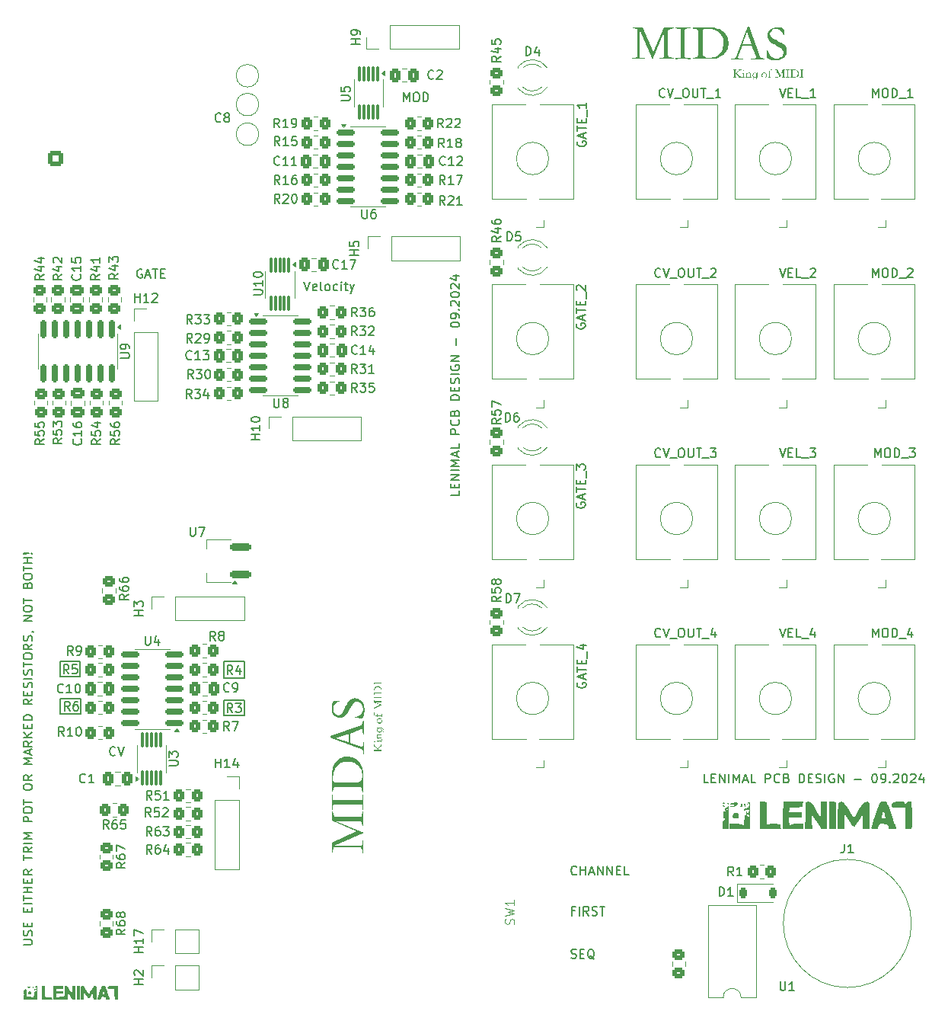
<source format=gto>
G04 #@! TF.GenerationSoftware,KiCad,Pcbnew,8.0.2-1*
G04 #@! TF.CreationDate,2024-09-25T20:20:04+02:00*
G04 #@! TF.ProjectId,midi-2-cv,6d696469-2d32-42d6-9376-2e6b69636164,rev?*
G04 #@! TF.SameCoordinates,Original*
G04 #@! TF.FileFunction,Legend,Top*
G04 #@! TF.FilePolarity,Positive*
%FSLAX46Y46*%
G04 Gerber Fmt 4.6, Leading zero omitted, Abs format (unit mm)*
G04 Created by KiCad (PCBNEW 8.0.2-1) date 2024-09-25 20:20:04*
%MOMM*%
%LPD*%
G01*
G04 APERTURE LIST*
G04 Aperture macros list*
%AMRoundRect*
0 Rectangle with rounded corners*
0 $1 Rounding radius*
0 $2 $3 $4 $5 $6 $7 $8 $9 X,Y pos of 4 corners*
0 Add a 4 corners polygon primitive as box body*
4,1,4,$2,$3,$4,$5,$6,$7,$8,$9,$2,$3,0*
0 Add four circle primitives for the rounded corners*
1,1,$1+$1,$2,$3*
1,1,$1+$1,$4,$5*
1,1,$1+$1,$6,$7*
1,1,$1+$1,$8,$9*
0 Add four rect primitives between the rounded corners*
20,1,$1+$1,$2,$3,$4,$5,0*
20,1,$1+$1,$4,$5,$6,$7,0*
20,1,$1+$1,$6,$7,$8,$9,0*
20,1,$1+$1,$8,$9,$2,$3,0*%
%AMFreePoly0*
4,1,9,5.362500,-0.866500,1.237500,-0.866500,1.237500,-0.450000,-1.237500,-0.450000,-1.237500,0.450000,1.237500,0.450000,1.237500,0.866500,5.362500,0.866500,5.362500,-0.866500,5.362500,-0.866500,$1*%
G04 Aperture macros list end*
%ADD10C,0.150000*%
%ADD11C,0.100000*%
%ADD12C,0.120000*%
%ADD13C,0.000000*%
%ADD14C,2.000000*%
%ADD15RoundRect,0.250000X-0.350000X-0.450000X0.350000X-0.450000X0.350000X0.450000X-0.350000X0.450000X0*%
%ADD16R,1.930000X1.830000*%
%ADD17C,2.130000*%
%ADD18RoundRect,0.150000X0.825000X0.150000X-0.825000X0.150000X-0.825000X-0.150000X0.825000X-0.150000X0*%
%ADD19RoundRect,0.150000X-0.825000X-0.150000X0.825000X-0.150000X0.825000X0.150000X-0.825000X0.150000X0*%
%ADD20RoundRect,0.087500X-0.087500X0.725000X-0.087500X-0.725000X0.087500X-0.725000X0.087500X0.725000X0*%
%ADD21RoundRect,0.250000X0.350000X0.450000X-0.350000X0.450000X-0.350000X-0.450000X0.350000X-0.450000X0*%
%ADD22RoundRect,0.250000X0.450000X-0.350000X0.450000X0.350000X-0.450000X0.350000X-0.450000X-0.350000X0*%
%ADD23RoundRect,0.225000X-0.225000X-0.375000X0.225000X-0.375000X0.225000X0.375000X-0.225000X0.375000X0*%
%ADD24R,1.700000X1.700000*%
%ADD25O,1.700000X1.700000*%
%ADD26R,1.800000X1.800000*%
%ADD27C,1.800000*%
%ADD28RoundRect,0.250000X0.475000X-0.337500X0.475000X0.337500X-0.475000X0.337500X-0.475000X-0.337500X0*%
%ADD29RoundRect,0.250000X0.337500X0.475000X-0.337500X0.475000X-0.337500X-0.475000X0.337500X-0.475000X0*%
%ADD30RoundRect,0.087500X0.087500X-0.725000X0.087500X0.725000X-0.087500X0.725000X-0.087500X-0.725000X0*%
%ADD31RoundRect,0.250000X-0.450000X0.350000X-0.450000X-0.350000X0.450000X-0.350000X0.450000X0.350000X0*%
%ADD32O,2.000000X2.000000*%
%ADD33R,2.000000X2.000000*%
%ADD34RoundRect,0.250000X-0.337500X-0.475000X0.337500X-0.475000X0.337500X0.475000X-0.337500X0.475000X0*%
%ADD35RoundRect,0.225000X0.925000X0.225000X-0.925000X0.225000X-0.925000X-0.225000X0.925000X-0.225000X0*%
%ADD36FreePoly0,180.000000*%
%ADD37C,2.850000*%
%ADD38R,1.600000X1.600000*%
%ADD39O,1.600000X1.600000*%
%ADD40RoundRect,0.150000X-0.150000X0.825000X-0.150000X-0.825000X0.150000X-0.825000X0.150000X0.825000X0*%
%ADD41R,1.200000X1.200000*%
%ADD42C,1.200000*%
%ADD43C,1.600000*%
%ADD44C,1.620000*%
%ADD45RoundRect,0.250000X-0.600000X-0.600000X0.600000X-0.600000X0.600000X0.600000X-0.600000X0.600000X0*%
%ADD46C,1.700000*%
G04 APERTURE END LIST*
D10*
X126562969Y-135369819D02*
X126086779Y-135369819D01*
X126086779Y-135369819D02*
X126086779Y-134369819D01*
X126896303Y-134846009D02*
X127229636Y-134846009D01*
X127372493Y-135369819D02*
X126896303Y-135369819D01*
X126896303Y-135369819D02*
X126896303Y-134369819D01*
X126896303Y-134369819D02*
X127372493Y-134369819D01*
X127801065Y-135369819D02*
X127801065Y-134369819D01*
X127801065Y-134369819D02*
X128372493Y-135369819D01*
X128372493Y-135369819D02*
X128372493Y-134369819D01*
X128848684Y-135369819D02*
X128848684Y-134369819D01*
X129324874Y-135369819D02*
X129324874Y-134369819D01*
X129324874Y-134369819D02*
X129658207Y-135084104D01*
X129658207Y-135084104D02*
X129991540Y-134369819D01*
X129991540Y-134369819D02*
X129991540Y-135369819D01*
X130420112Y-135084104D02*
X130896302Y-135084104D01*
X130324874Y-135369819D02*
X130658207Y-134369819D01*
X130658207Y-134369819D02*
X130991540Y-135369819D01*
X131801064Y-135369819D02*
X131324874Y-135369819D01*
X131324874Y-135369819D02*
X131324874Y-134369819D01*
X132896303Y-135369819D02*
X132896303Y-134369819D01*
X132896303Y-134369819D02*
X133277255Y-134369819D01*
X133277255Y-134369819D02*
X133372493Y-134417438D01*
X133372493Y-134417438D02*
X133420112Y-134465057D01*
X133420112Y-134465057D02*
X133467731Y-134560295D01*
X133467731Y-134560295D02*
X133467731Y-134703152D01*
X133467731Y-134703152D02*
X133420112Y-134798390D01*
X133420112Y-134798390D02*
X133372493Y-134846009D01*
X133372493Y-134846009D02*
X133277255Y-134893628D01*
X133277255Y-134893628D02*
X132896303Y-134893628D01*
X134467731Y-135274580D02*
X134420112Y-135322200D01*
X134420112Y-135322200D02*
X134277255Y-135369819D01*
X134277255Y-135369819D02*
X134182017Y-135369819D01*
X134182017Y-135369819D02*
X134039160Y-135322200D01*
X134039160Y-135322200D02*
X133943922Y-135226961D01*
X133943922Y-135226961D02*
X133896303Y-135131723D01*
X133896303Y-135131723D02*
X133848684Y-134941247D01*
X133848684Y-134941247D02*
X133848684Y-134798390D01*
X133848684Y-134798390D02*
X133896303Y-134607914D01*
X133896303Y-134607914D02*
X133943922Y-134512676D01*
X133943922Y-134512676D02*
X134039160Y-134417438D01*
X134039160Y-134417438D02*
X134182017Y-134369819D01*
X134182017Y-134369819D02*
X134277255Y-134369819D01*
X134277255Y-134369819D02*
X134420112Y-134417438D01*
X134420112Y-134417438D02*
X134467731Y-134465057D01*
X135229636Y-134846009D02*
X135372493Y-134893628D01*
X135372493Y-134893628D02*
X135420112Y-134941247D01*
X135420112Y-134941247D02*
X135467731Y-135036485D01*
X135467731Y-135036485D02*
X135467731Y-135179342D01*
X135467731Y-135179342D02*
X135420112Y-135274580D01*
X135420112Y-135274580D02*
X135372493Y-135322200D01*
X135372493Y-135322200D02*
X135277255Y-135369819D01*
X135277255Y-135369819D02*
X134896303Y-135369819D01*
X134896303Y-135369819D02*
X134896303Y-134369819D01*
X134896303Y-134369819D02*
X135229636Y-134369819D01*
X135229636Y-134369819D02*
X135324874Y-134417438D01*
X135324874Y-134417438D02*
X135372493Y-134465057D01*
X135372493Y-134465057D02*
X135420112Y-134560295D01*
X135420112Y-134560295D02*
X135420112Y-134655533D01*
X135420112Y-134655533D02*
X135372493Y-134750771D01*
X135372493Y-134750771D02*
X135324874Y-134798390D01*
X135324874Y-134798390D02*
X135229636Y-134846009D01*
X135229636Y-134846009D02*
X134896303Y-134846009D01*
X136658208Y-135369819D02*
X136658208Y-134369819D01*
X136658208Y-134369819D02*
X136896303Y-134369819D01*
X136896303Y-134369819D02*
X137039160Y-134417438D01*
X137039160Y-134417438D02*
X137134398Y-134512676D01*
X137134398Y-134512676D02*
X137182017Y-134607914D01*
X137182017Y-134607914D02*
X137229636Y-134798390D01*
X137229636Y-134798390D02*
X137229636Y-134941247D01*
X137229636Y-134941247D02*
X137182017Y-135131723D01*
X137182017Y-135131723D02*
X137134398Y-135226961D01*
X137134398Y-135226961D02*
X137039160Y-135322200D01*
X137039160Y-135322200D02*
X136896303Y-135369819D01*
X136896303Y-135369819D02*
X136658208Y-135369819D01*
X137658208Y-134846009D02*
X137991541Y-134846009D01*
X138134398Y-135369819D02*
X137658208Y-135369819D01*
X137658208Y-135369819D02*
X137658208Y-134369819D01*
X137658208Y-134369819D02*
X138134398Y-134369819D01*
X138515351Y-135322200D02*
X138658208Y-135369819D01*
X138658208Y-135369819D02*
X138896303Y-135369819D01*
X138896303Y-135369819D02*
X138991541Y-135322200D01*
X138991541Y-135322200D02*
X139039160Y-135274580D01*
X139039160Y-135274580D02*
X139086779Y-135179342D01*
X139086779Y-135179342D02*
X139086779Y-135084104D01*
X139086779Y-135084104D02*
X139039160Y-134988866D01*
X139039160Y-134988866D02*
X138991541Y-134941247D01*
X138991541Y-134941247D02*
X138896303Y-134893628D01*
X138896303Y-134893628D02*
X138705827Y-134846009D01*
X138705827Y-134846009D02*
X138610589Y-134798390D01*
X138610589Y-134798390D02*
X138562970Y-134750771D01*
X138562970Y-134750771D02*
X138515351Y-134655533D01*
X138515351Y-134655533D02*
X138515351Y-134560295D01*
X138515351Y-134560295D02*
X138562970Y-134465057D01*
X138562970Y-134465057D02*
X138610589Y-134417438D01*
X138610589Y-134417438D02*
X138705827Y-134369819D01*
X138705827Y-134369819D02*
X138943922Y-134369819D01*
X138943922Y-134369819D02*
X139086779Y-134417438D01*
X139515351Y-135369819D02*
X139515351Y-134369819D01*
X140515350Y-134417438D02*
X140420112Y-134369819D01*
X140420112Y-134369819D02*
X140277255Y-134369819D01*
X140277255Y-134369819D02*
X140134398Y-134417438D01*
X140134398Y-134417438D02*
X140039160Y-134512676D01*
X140039160Y-134512676D02*
X139991541Y-134607914D01*
X139991541Y-134607914D02*
X139943922Y-134798390D01*
X139943922Y-134798390D02*
X139943922Y-134941247D01*
X139943922Y-134941247D02*
X139991541Y-135131723D01*
X139991541Y-135131723D02*
X140039160Y-135226961D01*
X140039160Y-135226961D02*
X140134398Y-135322200D01*
X140134398Y-135322200D02*
X140277255Y-135369819D01*
X140277255Y-135369819D02*
X140372493Y-135369819D01*
X140372493Y-135369819D02*
X140515350Y-135322200D01*
X140515350Y-135322200D02*
X140562969Y-135274580D01*
X140562969Y-135274580D02*
X140562969Y-134941247D01*
X140562969Y-134941247D02*
X140372493Y-134941247D01*
X140991541Y-135369819D02*
X140991541Y-134369819D01*
X140991541Y-134369819D02*
X141562969Y-135369819D01*
X141562969Y-135369819D02*
X141562969Y-134369819D01*
X142801065Y-134988866D02*
X143562970Y-134988866D01*
X144991541Y-134369819D02*
X145086779Y-134369819D01*
X145086779Y-134369819D02*
X145182017Y-134417438D01*
X145182017Y-134417438D02*
X145229636Y-134465057D01*
X145229636Y-134465057D02*
X145277255Y-134560295D01*
X145277255Y-134560295D02*
X145324874Y-134750771D01*
X145324874Y-134750771D02*
X145324874Y-134988866D01*
X145324874Y-134988866D02*
X145277255Y-135179342D01*
X145277255Y-135179342D02*
X145229636Y-135274580D01*
X145229636Y-135274580D02*
X145182017Y-135322200D01*
X145182017Y-135322200D02*
X145086779Y-135369819D01*
X145086779Y-135369819D02*
X144991541Y-135369819D01*
X144991541Y-135369819D02*
X144896303Y-135322200D01*
X144896303Y-135322200D02*
X144848684Y-135274580D01*
X144848684Y-135274580D02*
X144801065Y-135179342D01*
X144801065Y-135179342D02*
X144753446Y-134988866D01*
X144753446Y-134988866D02*
X144753446Y-134750771D01*
X144753446Y-134750771D02*
X144801065Y-134560295D01*
X144801065Y-134560295D02*
X144848684Y-134465057D01*
X144848684Y-134465057D02*
X144896303Y-134417438D01*
X144896303Y-134417438D02*
X144991541Y-134369819D01*
X145801065Y-135369819D02*
X145991541Y-135369819D01*
X145991541Y-135369819D02*
X146086779Y-135322200D01*
X146086779Y-135322200D02*
X146134398Y-135274580D01*
X146134398Y-135274580D02*
X146229636Y-135131723D01*
X146229636Y-135131723D02*
X146277255Y-134941247D01*
X146277255Y-134941247D02*
X146277255Y-134560295D01*
X146277255Y-134560295D02*
X146229636Y-134465057D01*
X146229636Y-134465057D02*
X146182017Y-134417438D01*
X146182017Y-134417438D02*
X146086779Y-134369819D01*
X146086779Y-134369819D02*
X145896303Y-134369819D01*
X145896303Y-134369819D02*
X145801065Y-134417438D01*
X145801065Y-134417438D02*
X145753446Y-134465057D01*
X145753446Y-134465057D02*
X145705827Y-134560295D01*
X145705827Y-134560295D02*
X145705827Y-134798390D01*
X145705827Y-134798390D02*
X145753446Y-134893628D01*
X145753446Y-134893628D02*
X145801065Y-134941247D01*
X145801065Y-134941247D02*
X145896303Y-134988866D01*
X145896303Y-134988866D02*
X146086779Y-134988866D01*
X146086779Y-134988866D02*
X146182017Y-134941247D01*
X146182017Y-134941247D02*
X146229636Y-134893628D01*
X146229636Y-134893628D02*
X146277255Y-134798390D01*
X146705827Y-135274580D02*
X146753446Y-135322200D01*
X146753446Y-135322200D02*
X146705827Y-135369819D01*
X146705827Y-135369819D02*
X146658208Y-135322200D01*
X146658208Y-135322200D02*
X146705827Y-135274580D01*
X146705827Y-135274580D02*
X146705827Y-135369819D01*
X147134398Y-134465057D02*
X147182017Y-134417438D01*
X147182017Y-134417438D02*
X147277255Y-134369819D01*
X147277255Y-134369819D02*
X147515350Y-134369819D01*
X147515350Y-134369819D02*
X147610588Y-134417438D01*
X147610588Y-134417438D02*
X147658207Y-134465057D01*
X147658207Y-134465057D02*
X147705826Y-134560295D01*
X147705826Y-134560295D02*
X147705826Y-134655533D01*
X147705826Y-134655533D02*
X147658207Y-134798390D01*
X147658207Y-134798390D02*
X147086779Y-135369819D01*
X147086779Y-135369819D02*
X147705826Y-135369819D01*
X148324874Y-134369819D02*
X148420112Y-134369819D01*
X148420112Y-134369819D02*
X148515350Y-134417438D01*
X148515350Y-134417438D02*
X148562969Y-134465057D01*
X148562969Y-134465057D02*
X148610588Y-134560295D01*
X148610588Y-134560295D02*
X148658207Y-134750771D01*
X148658207Y-134750771D02*
X148658207Y-134988866D01*
X148658207Y-134988866D02*
X148610588Y-135179342D01*
X148610588Y-135179342D02*
X148562969Y-135274580D01*
X148562969Y-135274580D02*
X148515350Y-135322200D01*
X148515350Y-135322200D02*
X148420112Y-135369819D01*
X148420112Y-135369819D02*
X148324874Y-135369819D01*
X148324874Y-135369819D02*
X148229636Y-135322200D01*
X148229636Y-135322200D02*
X148182017Y-135274580D01*
X148182017Y-135274580D02*
X148134398Y-135179342D01*
X148134398Y-135179342D02*
X148086779Y-134988866D01*
X148086779Y-134988866D02*
X148086779Y-134750771D01*
X148086779Y-134750771D02*
X148134398Y-134560295D01*
X148134398Y-134560295D02*
X148182017Y-134465057D01*
X148182017Y-134465057D02*
X148229636Y-134417438D01*
X148229636Y-134417438D02*
X148324874Y-134369819D01*
X149039160Y-134465057D02*
X149086779Y-134417438D01*
X149086779Y-134417438D02*
X149182017Y-134369819D01*
X149182017Y-134369819D02*
X149420112Y-134369819D01*
X149420112Y-134369819D02*
X149515350Y-134417438D01*
X149515350Y-134417438D02*
X149562969Y-134465057D01*
X149562969Y-134465057D02*
X149610588Y-134560295D01*
X149610588Y-134560295D02*
X149610588Y-134655533D01*
X149610588Y-134655533D02*
X149562969Y-134798390D01*
X149562969Y-134798390D02*
X148991541Y-135369819D01*
X148991541Y-135369819D02*
X149610588Y-135369819D01*
X150467731Y-134703152D02*
X150467731Y-135369819D01*
X150229636Y-134322200D02*
X149991541Y-135036485D01*
X149991541Y-135036485D02*
X150610588Y-135036485D01*
X98869819Y-102937030D02*
X98869819Y-103413220D01*
X98869819Y-103413220D02*
X97869819Y-103413220D01*
X98346009Y-102603696D02*
X98346009Y-102270363D01*
X98869819Y-102127506D02*
X98869819Y-102603696D01*
X98869819Y-102603696D02*
X97869819Y-102603696D01*
X97869819Y-102603696D02*
X97869819Y-102127506D01*
X98869819Y-101698934D02*
X97869819Y-101698934D01*
X97869819Y-101698934D02*
X98869819Y-101127506D01*
X98869819Y-101127506D02*
X97869819Y-101127506D01*
X98869819Y-100651315D02*
X97869819Y-100651315D01*
X98869819Y-100175125D02*
X97869819Y-100175125D01*
X97869819Y-100175125D02*
X98584104Y-99841792D01*
X98584104Y-99841792D02*
X97869819Y-99508459D01*
X97869819Y-99508459D02*
X98869819Y-99508459D01*
X98584104Y-99079887D02*
X98584104Y-98603697D01*
X98869819Y-99175125D02*
X97869819Y-98841792D01*
X97869819Y-98841792D02*
X98869819Y-98508459D01*
X98869819Y-97698935D02*
X98869819Y-98175125D01*
X98869819Y-98175125D02*
X97869819Y-98175125D01*
X98869819Y-96603696D02*
X97869819Y-96603696D01*
X97869819Y-96603696D02*
X97869819Y-96222744D01*
X97869819Y-96222744D02*
X97917438Y-96127506D01*
X97917438Y-96127506D02*
X97965057Y-96079887D01*
X97965057Y-96079887D02*
X98060295Y-96032268D01*
X98060295Y-96032268D02*
X98203152Y-96032268D01*
X98203152Y-96032268D02*
X98298390Y-96079887D01*
X98298390Y-96079887D02*
X98346009Y-96127506D01*
X98346009Y-96127506D02*
X98393628Y-96222744D01*
X98393628Y-96222744D02*
X98393628Y-96603696D01*
X98774580Y-95032268D02*
X98822200Y-95079887D01*
X98822200Y-95079887D02*
X98869819Y-95222744D01*
X98869819Y-95222744D02*
X98869819Y-95317982D01*
X98869819Y-95317982D02*
X98822200Y-95460839D01*
X98822200Y-95460839D02*
X98726961Y-95556077D01*
X98726961Y-95556077D02*
X98631723Y-95603696D01*
X98631723Y-95603696D02*
X98441247Y-95651315D01*
X98441247Y-95651315D02*
X98298390Y-95651315D01*
X98298390Y-95651315D02*
X98107914Y-95603696D01*
X98107914Y-95603696D02*
X98012676Y-95556077D01*
X98012676Y-95556077D02*
X97917438Y-95460839D01*
X97917438Y-95460839D02*
X97869819Y-95317982D01*
X97869819Y-95317982D02*
X97869819Y-95222744D01*
X97869819Y-95222744D02*
X97917438Y-95079887D01*
X97917438Y-95079887D02*
X97965057Y-95032268D01*
X98346009Y-94270363D02*
X98393628Y-94127506D01*
X98393628Y-94127506D02*
X98441247Y-94079887D01*
X98441247Y-94079887D02*
X98536485Y-94032268D01*
X98536485Y-94032268D02*
X98679342Y-94032268D01*
X98679342Y-94032268D02*
X98774580Y-94079887D01*
X98774580Y-94079887D02*
X98822200Y-94127506D01*
X98822200Y-94127506D02*
X98869819Y-94222744D01*
X98869819Y-94222744D02*
X98869819Y-94603696D01*
X98869819Y-94603696D02*
X97869819Y-94603696D01*
X97869819Y-94603696D02*
X97869819Y-94270363D01*
X97869819Y-94270363D02*
X97917438Y-94175125D01*
X97917438Y-94175125D02*
X97965057Y-94127506D01*
X97965057Y-94127506D02*
X98060295Y-94079887D01*
X98060295Y-94079887D02*
X98155533Y-94079887D01*
X98155533Y-94079887D02*
X98250771Y-94127506D01*
X98250771Y-94127506D02*
X98298390Y-94175125D01*
X98298390Y-94175125D02*
X98346009Y-94270363D01*
X98346009Y-94270363D02*
X98346009Y-94603696D01*
X98869819Y-92841791D02*
X97869819Y-92841791D01*
X97869819Y-92841791D02*
X97869819Y-92603696D01*
X97869819Y-92603696D02*
X97917438Y-92460839D01*
X97917438Y-92460839D02*
X98012676Y-92365601D01*
X98012676Y-92365601D02*
X98107914Y-92317982D01*
X98107914Y-92317982D02*
X98298390Y-92270363D01*
X98298390Y-92270363D02*
X98441247Y-92270363D01*
X98441247Y-92270363D02*
X98631723Y-92317982D01*
X98631723Y-92317982D02*
X98726961Y-92365601D01*
X98726961Y-92365601D02*
X98822200Y-92460839D01*
X98822200Y-92460839D02*
X98869819Y-92603696D01*
X98869819Y-92603696D02*
X98869819Y-92841791D01*
X98346009Y-91841791D02*
X98346009Y-91508458D01*
X98869819Y-91365601D02*
X98869819Y-91841791D01*
X98869819Y-91841791D02*
X97869819Y-91841791D01*
X97869819Y-91841791D02*
X97869819Y-91365601D01*
X98822200Y-90984648D02*
X98869819Y-90841791D01*
X98869819Y-90841791D02*
X98869819Y-90603696D01*
X98869819Y-90603696D02*
X98822200Y-90508458D01*
X98822200Y-90508458D02*
X98774580Y-90460839D01*
X98774580Y-90460839D02*
X98679342Y-90413220D01*
X98679342Y-90413220D02*
X98584104Y-90413220D01*
X98584104Y-90413220D02*
X98488866Y-90460839D01*
X98488866Y-90460839D02*
X98441247Y-90508458D01*
X98441247Y-90508458D02*
X98393628Y-90603696D01*
X98393628Y-90603696D02*
X98346009Y-90794172D01*
X98346009Y-90794172D02*
X98298390Y-90889410D01*
X98298390Y-90889410D02*
X98250771Y-90937029D01*
X98250771Y-90937029D02*
X98155533Y-90984648D01*
X98155533Y-90984648D02*
X98060295Y-90984648D01*
X98060295Y-90984648D02*
X97965057Y-90937029D01*
X97965057Y-90937029D02*
X97917438Y-90889410D01*
X97917438Y-90889410D02*
X97869819Y-90794172D01*
X97869819Y-90794172D02*
X97869819Y-90556077D01*
X97869819Y-90556077D02*
X97917438Y-90413220D01*
X98869819Y-89984648D02*
X97869819Y-89984648D01*
X97917438Y-88984649D02*
X97869819Y-89079887D01*
X97869819Y-89079887D02*
X97869819Y-89222744D01*
X97869819Y-89222744D02*
X97917438Y-89365601D01*
X97917438Y-89365601D02*
X98012676Y-89460839D01*
X98012676Y-89460839D02*
X98107914Y-89508458D01*
X98107914Y-89508458D02*
X98298390Y-89556077D01*
X98298390Y-89556077D02*
X98441247Y-89556077D01*
X98441247Y-89556077D02*
X98631723Y-89508458D01*
X98631723Y-89508458D02*
X98726961Y-89460839D01*
X98726961Y-89460839D02*
X98822200Y-89365601D01*
X98822200Y-89365601D02*
X98869819Y-89222744D01*
X98869819Y-89222744D02*
X98869819Y-89127506D01*
X98869819Y-89127506D02*
X98822200Y-88984649D01*
X98822200Y-88984649D02*
X98774580Y-88937030D01*
X98774580Y-88937030D02*
X98441247Y-88937030D01*
X98441247Y-88937030D02*
X98441247Y-89127506D01*
X98869819Y-88508458D02*
X97869819Y-88508458D01*
X97869819Y-88508458D02*
X98869819Y-87937030D01*
X98869819Y-87937030D02*
X97869819Y-87937030D01*
X98488866Y-86698934D02*
X98488866Y-85937030D01*
X97869819Y-84508458D02*
X97869819Y-84413220D01*
X97869819Y-84413220D02*
X97917438Y-84317982D01*
X97917438Y-84317982D02*
X97965057Y-84270363D01*
X97965057Y-84270363D02*
X98060295Y-84222744D01*
X98060295Y-84222744D02*
X98250771Y-84175125D01*
X98250771Y-84175125D02*
X98488866Y-84175125D01*
X98488866Y-84175125D02*
X98679342Y-84222744D01*
X98679342Y-84222744D02*
X98774580Y-84270363D01*
X98774580Y-84270363D02*
X98822200Y-84317982D01*
X98822200Y-84317982D02*
X98869819Y-84413220D01*
X98869819Y-84413220D02*
X98869819Y-84508458D01*
X98869819Y-84508458D02*
X98822200Y-84603696D01*
X98822200Y-84603696D02*
X98774580Y-84651315D01*
X98774580Y-84651315D02*
X98679342Y-84698934D01*
X98679342Y-84698934D02*
X98488866Y-84746553D01*
X98488866Y-84746553D02*
X98250771Y-84746553D01*
X98250771Y-84746553D02*
X98060295Y-84698934D01*
X98060295Y-84698934D02*
X97965057Y-84651315D01*
X97965057Y-84651315D02*
X97917438Y-84603696D01*
X97917438Y-84603696D02*
X97869819Y-84508458D01*
X98869819Y-83698934D02*
X98869819Y-83508458D01*
X98869819Y-83508458D02*
X98822200Y-83413220D01*
X98822200Y-83413220D02*
X98774580Y-83365601D01*
X98774580Y-83365601D02*
X98631723Y-83270363D01*
X98631723Y-83270363D02*
X98441247Y-83222744D01*
X98441247Y-83222744D02*
X98060295Y-83222744D01*
X98060295Y-83222744D02*
X97965057Y-83270363D01*
X97965057Y-83270363D02*
X97917438Y-83317982D01*
X97917438Y-83317982D02*
X97869819Y-83413220D01*
X97869819Y-83413220D02*
X97869819Y-83603696D01*
X97869819Y-83603696D02*
X97917438Y-83698934D01*
X97917438Y-83698934D02*
X97965057Y-83746553D01*
X97965057Y-83746553D02*
X98060295Y-83794172D01*
X98060295Y-83794172D02*
X98298390Y-83794172D01*
X98298390Y-83794172D02*
X98393628Y-83746553D01*
X98393628Y-83746553D02*
X98441247Y-83698934D01*
X98441247Y-83698934D02*
X98488866Y-83603696D01*
X98488866Y-83603696D02*
X98488866Y-83413220D01*
X98488866Y-83413220D02*
X98441247Y-83317982D01*
X98441247Y-83317982D02*
X98393628Y-83270363D01*
X98393628Y-83270363D02*
X98298390Y-83222744D01*
X98774580Y-82794172D02*
X98822200Y-82746553D01*
X98822200Y-82746553D02*
X98869819Y-82794172D01*
X98869819Y-82794172D02*
X98822200Y-82841791D01*
X98822200Y-82841791D02*
X98774580Y-82794172D01*
X98774580Y-82794172D02*
X98869819Y-82794172D01*
X97965057Y-82365601D02*
X97917438Y-82317982D01*
X97917438Y-82317982D02*
X97869819Y-82222744D01*
X97869819Y-82222744D02*
X97869819Y-81984649D01*
X97869819Y-81984649D02*
X97917438Y-81889411D01*
X97917438Y-81889411D02*
X97965057Y-81841792D01*
X97965057Y-81841792D02*
X98060295Y-81794173D01*
X98060295Y-81794173D02*
X98155533Y-81794173D01*
X98155533Y-81794173D02*
X98298390Y-81841792D01*
X98298390Y-81841792D02*
X98869819Y-82413220D01*
X98869819Y-82413220D02*
X98869819Y-81794173D01*
X97869819Y-81175125D02*
X97869819Y-81079887D01*
X97869819Y-81079887D02*
X97917438Y-80984649D01*
X97917438Y-80984649D02*
X97965057Y-80937030D01*
X97965057Y-80937030D02*
X98060295Y-80889411D01*
X98060295Y-80889411D02*
X98250771Y-80841792D01*
X98250771Y-80841792D02*
X98488866Y-80841792D01*
X98488866Y-80841792D02*
X98679342Y-80889411D01*
X98679342Y-80889411D02*
X98774580Y-80937030D01*
X98774580Y-80937030D02*
X98822200Y-80984649D01*
X98822200Y-80984649D02*
X98869819Y-81079887D01*
X98869819Y-81079887D02*
X98869819Y-81175125D01*
X98869819Y-81175125D02*
X98822200Y-81270363D01*
X98822200Y-81270363D02*
X98774580Y-81317982D01*
X98774580Y-81317982D02*
X98679342Y-81365601D01*
X98679342Y-81365601D02*
X98488866Y-81413220D01*
X98488866Y-81413220D02*
X98250771Y-81413220D01*
X98250771Y-81413220D02*
X98060295Y-81365601D01*
X98060295Y-81365601D02*
X97965057Y-81317982D01*
X97965057Y-81317982D02*
X97917438Y-81270363D01*
X97917438Y-81270363D02*
X97869819Y-81175125D01*
X97965057Y-80460839D02*
X97917438Y-80413220D01*
X97917438Y-80413220D02*
X97869819Y-80317982D01*
X97869819Y-80317982D02*
X97869819Y-80079887D01*
X97869819Y-80079887D02*
X97917438Y-79984649D01*
X97917438Y-79984649D02*
X97965057Y-79937030D01*
X97965057Y-79937030D02*
X98060295Y-79889411D01*
X98060295Y-79889411D02*
X98155533Y-79889411D01*
X98155533Y-79889411D02*
X98298390Y-79937030D01*
X98298390Y-79937030D02*
X98869819Y-80508458D01*
X98869819Y-80508458D02*
X98869819Y-79889411D01*
X98203152Y-79032268D02*
X98869819Y-79032268D01*
X97822200Y-79270363D02*
X98536485Y-79508458D01*
X98536485Y-79508458D02*
X98536485Y-78889411D01*
G36*
X90240362Y-131593579D02*
G01*
X90236470Y-131643313D01*
X90236210Y-131664410D01*
X90236210Y-131713747D01*
X90236210Y-131764931D01*
X90236210Y-131772854D01*
X90236210Y-131824913D01*
X90236210Y-131875822D01*
X90236210Y-131881542D01*
X90237832Y-131930677D01*
X90240362Y-131953105D01*
X90215205Y-131953105D01*
X90202749Y-131865177D01*
X90190048Y-131837334D01*
X90156587Y-131829274D01*
X89434849Y-131829274D01*
X89405052Y-131835624D01*
X89394549Y-131865177D01*
X89381849Y-131953105D01*
X89360844Y-131953105D01*
X89360844Y-131904190D01*
X89360844Y-131898394D01*
X89360844Y-131847182D01*
X89360844Y-131797093D01*
X89360844Y-131773831D01*
X89360844Y-131722319D01*
X89360844Y-131679797D01*
X89360086Y-131630527D01*
X89358157Y-131593579D01*
X89381849Y-131593579D01*
X89394549Y-131683461D01*
X89404319Y-131711793D01*
X89434849Y-131718632D01*
X90156587Y-131718632D01*
X90188094Y-131711060D01*
X90199818Y-131683461D01*
X90215205Y-131593579D01*
X90240362Y-131593579D01*
G37*
G36*
X90240362Y-130937055D02*
G01*
X90236896Y-130986542D01*
X90236210Y-131025959D01*
X90236210Y-131077425D01*
X90236210Y-131127499D01*
X90236210Y-131143928D01*
X90236210Y-131196132D01*
X90236210Y-131248385D01*
X90236210Y-131266050D01*
X90237248Y-131317035D01*
X90240362Y-131359106D01*
X90215205Y-131359106D01*
X90198353Y-131262630D01*
X90185163Y-131240893D01*
X90153656Y-131266294D01*
X89887431Y-131587229D01*
X89856157Y-131626499D01*
X89839316Y-131648778D01*
X89809457Y-131689399D01*
X89800725Y-131701779D01*
X89776638Y-131657986D01*
X89760914Y-131634124D01*
X89730704Y-131592671D01*
X89708646Y-131565003D01*
X89497620Y-131315631D01*
X89462849Y-131276218D01*
X89424556Y-131244469D01*
X89412379Y-131240893D01*
X89396992Y-131260676D01*
X89383070Y-131359106D01*
X89358157Y-131359106D01*
X89359994Y-131306840D01*
X89360631Y-131254380D01*
X89360833Y-131203373D01*
X89360844Y-131187159D01*
X89360715Y-131134102D01*
X89360254Y-131084055D01*
X89359070Y-131033685D01*
X89358157Y-131015212D01*
X89383070Y-131015212D01*
X89390398Y-131065075D01*
X89393572Y-131078715D01*
X89408502Y-131125381D01*
X89415066Y-131140997D01*
X89439288Y-131186304D01*
X89453656Y-131208653D01*
X89482916Y-131249647D01*
X89514228Y-131289253D01*
X89751877Y-131567445D01*
X90100655Y-131158094D01*
X90132332Y-131120800D01*
X90165262Y-131080779D01*
X90180279Y-131061130D01*
X90201041Y-131015406D01*
X90202749Y-131007397D01*
X90215205Y-130937055D01*
X90240362Y-130937055D01*
G37*
G36*
X90248178Y-130619539D02*
G01*
X90244127Y-130669346D01*
X90244026Y-130681088D01*
X90244026Y-130730066D01*
X90244026Y-130775854D01*
X90244026Y-130824709D01*
X90244026Y-130870865D01*
X90246362Y-130919912D01*
X90248178Y-130932170D01*
X90224487Y-130932170D01*
X90209099Y-130852791D01*
X90181529Y-130811578D01*
X90158541Y-130807117D01*
X89879616Y-130807117D01*
X89832761Y-130823217D01*
X89830767Y-130825436D01*
X89810694Y-130870091D01*
X89804145Y-130897732D01*
X89783140Y-130897732D01*
X89767325Y-130848822D01*
X89745282Y-130804675D01*
X89714968Y-130764796D01*
X89682267Y-130737508D01*
X89682267Y-130713328D01*
X90162693Y-130713328D01*
X90193712Y-130707466D01*
X90207634Y-130684263D01*
X90224487Y-130619539D01*
X90248178Y-130619539D01*
G37*
G36*
X89392107Y-130777320D02*
G01*
X89411158Y-130732379D01*
X89456831Y-130713328D01*
X89498841Y-130733112D01*
X89517159Y-130779762D01*
X89499574Y-130821284D01*
X89456831Y-130838381D01*
X89411158Y-130820062D01*
X89392107Y-130777320D01*
G37*
G36*
X90244026Y-129881926D02*
G01*
X90244026Y-129937836D01*
X90244026Y-129993644D01*
X90244026Y-130049348D01*
X90244026Y-130104950D01*
X90244026Y-130160448D01*
X90244026Y-130178925D01*
X90224242Y-130178925D01*
X90213007Y-130101500D01*
X90172789Y-130070285D01*
X90158053Y-130069504D01*
X89920404Y-130069504D01*
X89871066Y-130072506D01*
X89822356Y-130083792D01*
X89797550Y-130094905D01*
X89763112Y-130132763D01*
X89752036Y-130181866D01*
X89751632Y-130195533D01*
X89759885Y-130249171D01*
X89781425Y-130297282D01*
X89811795Y-130339918D01*
X89836140Y-130366503D01*
X90173684Y-130366503D01*
X90204459Y-130329134D01*
X90224242Y-130241451D01*
X90244026Y-130241451D01*
X90244026Y-130289567D01*
X90244026Y-130338720D01*
X90244026Y-130351849D01*
X90244026Y-130399232D01*
X90244026Y-130449589D01*
X90244026Y-130488869D01*
X90246171Y-130538456D01*
X90248178Y-130554082D01*
X90224242Y-130554082D01*
X90210321Y-130486182D01*
X90167822Y-130460293D01*
X89889385Y-130460293D01*
X89841175Y-130468746D01*
X89830279Y-130476657D01*
X89810160Y-130522117D01*
X89807808Y-130534542D01*
X89782651Y-130534542D01*
X89764061Y-130487642D01*
X89741374Y-130453942D01*
X89705348Y-130419443D01*
X89661149Y-130392313D01*
X89657843Y-130390683D01*
X89657843Y-130366503D01*
X89785338Y-130366503D01*
X89754495Y-130325264D01*
X89729009Y-130281415D01*
X89714996Y-130250732D01*
X89698233Y-130201989D01*
X89689511Y-130151356D01*
X89689106Y-130138869D01*
X89695795Y-130083422D01*
X89720507Y-130033233D01*
X89763429Y-129998658D01*
X89814711Y-129981451D01*
X89867666Y-129975874D01*
X89879371Y-129975715D01*
X90154633Y-129975715D01*
X90195177Y-129968876D01*
X90213007Y-129941277D01*
X90224242Y-129881926D01*
X90244026Y-129881926D01*
G37*
G36*
X90272175Y-129267838D02*
G01*
X90319497Y-129283775D01*
X90361751Y-129309115D01*
X90398143Y-129342637D01*
X90428124Y-129383853D01*
X90449909Y-129429037D01*
X90451144Y-129432274D01*
X90464501Y-129479638D01*
X90470378Y-129531116D01*
X90470683Y-129546580D01*
X90469298Y-129596394D01*
X90464089Y-129645590D01*
X90458960Y-129670655D01*
X90443057Y-129717465D01*
X90429895Y-129740265D01*
X90394235Y-129770795D01*
X90361995Y-129777878D01*
X90326824Y-129763712D01*
X90315101Y-129726587D01*
X90332198Y-129683356D01*
X90370788Y-129664061D01*
X90408062Y-129631364D01*
X90409134Y-129629867D01*
X90424211Y-129580880D01*
X90426231Y-129541451D01*
X90421622Y-129488116D01*
X90403922Y-129436046D01*
X90372947Y-129396994D01*
X90328697Y-129370959D01*
X90271172Y-129357942D01*
X90237431Y-129356315D01*
X90073300Y-129356315D01*
X90120068Y-129374369D01*
X90138025Y-129383426D01*
X90178566Y-129410754D01*
X90194933Y-129425924D01*
X90225137Y-129465574D01*
X90235966Y-129486496D01*
X90249966Y-129535488D01*
X90251842Y-129563921D01*
X90246465Y-129614465D01*
X90232791Y-129655512D01*
X90206756Y-129699253D01*
X90180523Y-129728785D01*
X90139101Y-129759474D01*
X90100900Y-129777145D01*
X90052234Y-129789785D01*
X90002950Y-129793982D01*
X89999539Y-129793998D01*
X89948526Y-129790370D01*
X89897555Y-129778349D01*
X89880348Y-129772016D01*
X89835729Y-129749530D01*
X89794667Y-129718693D01*
X89787292Y-129711688D01*
X89754641Y-129673055D01*
X89729504Y-129629056D01*
X89726720Y-129622784D01*
X89710942Y-129574044D01*
X89705495Y-129528262D01*
X89749190Y-129528262D01*
X89756609Y-129578133D01*
X89762379Y-129593963D01*
X89790040Y-129636507D01*
X89802923Y-129648918D01*
X89845143Y-129675806D01*
X89872044Y-129686531D01*
X89919830Y-129697204D01*
X89968520Y-129700209D01*
X90017310Y-129697195D01*
X90050097Y-129691660D01*
X90096637Y-129676471D01*
X90121172Y-129663328D01*
X90157935Y-129631162D01*
X90170753Y-129613258D01*
X90187503Y-129565161D01*
X90189316Y-129539253D01*
X90181006Y-129488979D01*
X90170020Y-129465247D01*
X90139015Y-129425647D01*
X90118241Y-129408094D01*
X90074773Y-129381972D01*
X90045945Y-129370237D01*
X89997862Y-129358613D01*
X89964368Y-129356315D01*
X89951912Y-129356315D01*
X89902014Y-129359177D01*
X89873998Y-129363642D01*
X89827548Y-129379269D01*
X89809030Y-129390265D01*
X89774863Y-129425418D01*
X89765066Y-129443021D01*
X89751423Y-129491774D01*
X89749190Y-129528262D01*
X89705495Y-129528262D01*
X89704824Y-129522620D01*
X89704738Y-129515561D01*
X89707624Y-129465333D01*
X89710844Y-129445708D01*
X89723552Y-129398424D01*
X89724521Y-129395882D01*
X89743084Y-129356315D01*
X89687885Y-129274982D01*
X89692037Y-129262526D01*
X90221067Y-129262526D01*
X90272175Y-129267838D01*
G37*
G36*
X90033725Y-128182575D02*
G01*
X90081757Y-128196039D01*
X90094794Y-128201535D01*
X90137503Y-128225344D01*
X90175443Y-128256165D01*
X90185408Y-128266259D01*
X90216116Y-128305722D01*
X90240278Y-128351450D01*
X90245980Y-128365666D01*
X90259896Y-128414552D01*
X90266445Y-128462970D01*
X90267473Y-128492672D01*
X90263926Y-128542656D01*
X90252172Y-128592879D01*
X90245980Y-128609909D01*
X90223827Y-128654214D01*
X90193141Y-128695666D01*
X90186140Y-128703210D01*
X90146971Y-128736547D01*
X90104602Y-128760884D01*
X90094794Y-128765247D01*
X90046548Y-128780608D01*
X89994562Y-128787366D01*
X89979023Y-128787718D01*
X89928725Y-128784009D01*
X89878797Y-128771721D01*
X89862030Y-128765247D01*
X89818460Y-128742033D01*
X89778002Y-128709275D01*
X89770683Y-128701744D01*
X89740356Y-128663035D01*
X89716481Y-128618717D01*
X89710844Y-128605024D01*
X89696770Y-128557645D01*
X89689870Y-128506396D01*
X89689241Y-128485833D01*
X89718415Y-128485833D01*
X89725094Y-128537959D01*
X89745129Y-128582596D01*
X89778522Y-128619742D01*
X89786803Y-128626273D01*
X89830447Y-128650831D01*
X89878162Y-128665913D01*
X89926800Y-128673900D01*
X89981866Y-128677026D01*
X89990258Y-128677076D01*
X90044938Y-128673809D01*
X90093450Y-128664009D01*
X90140655Y-128645174D01*
X90171974Y-128624808D01*
X90206879Y-128588791D01*
X90230343Y-128541790D01*
X90238100Y-128492350D01*
X90238164Y-128487055D01*
X90231792Y-128438568D01*
X90220090Y-128407676D01*
X90191296Y-128365773D01*
X90168066Y-128344661D01*
X90125425Y-128318815D01*
X90086489Y-128303628D01*
X90036297Y-128292454D01*
X89984141Y-128288744D01*
X89980488Y-128288729D01*
X89931207Y-128291301D01*
X89882868Y-128299762D01*
X89873754Y-128302163D01*
X89826422Y-128319882D01*
X89790956Y-128341242D01*
X89755163Y-128375453D01*
X89737222Y-128403524D01*
X89721519Y-128450333D01*
X89718415Y-128485833D01*
X89689241Y-128485833D01*
X89689106Y-128481437D01*
X89692369Y-128431486D01*
X89703268Y-128381635D01*
X89712309Y-128356629D01*
X89735624Y-128310988D01*
X89765390Y-128271518D01*
X89775080Y-128261374D01*
X89815287Y-128228198D01*
X89858430Y-128204302D01*
X89868381Y-128200069D01*
X89916446Y-128185043D01*
X89967036Y-128178431D01*
X89981953Y-128178087D01*
X90033725Y-128182575D01*
G37*
G36*
X89720369Y-127875959D02*
G01*
X89720369Y-127685694D01*
X89767264Y-127685694D01*
X89767264Y-127873272D01*
X90120683Y-127873272D01*
X90170641Y-127866028D01*
X90209278Y-127832802D01*
X90215205Y-127811967D01*
X90229371Y-127716957D01*
X90251842Y-127716957D01*
X90251842Y-127767991D01*
X90251842Y-127820005D01*
X90251842Y-127868143D01*
X90251842Y-127908199D01*
X90251958Y-127961254D01*
X90252358Y-128010913D01*
X90253307Y-128060851D01*
X90230837Y-128060851D01*
X90221067Y-128019818D01*
X90211297Y-127988066D01*
X90195666Y-127972435D01*
X90171242Y-127967062D01*
X90132651Y-127967062D01*
X89787048Y-127967062D01*
X89780802Y-128018473D01*
X89779965Y-128060851D01*
X89758715Y-128060851D01*
X89737944Y-128015544D01*
X89736001Y-128012002D01*
X89717194Y-127983426D01*
X89700586Y-127970237D01*
X89681290Y-127967062D01*
X89630280Y-127962539D01*
X89594829Y-127956559D01*
X89545862Y-127944004D01*
X89497269Y-127924716D01*
X89483454Y-127917969D01*
X89440381Y-127891644D01*
X89401259Y-127858707D01*
X89384535Y-127841277D01*
X89356692Y-127800976D01*
X89338740Y-127752983D01*
X89332267Y-127716713D01*
X89330314Y-127697173D01*
X89329581Y-127675924D01*
X89333214Y-127625488D01*
X89352288Y-127576853D01*
X89387711Y-127560642D01*
X89431789Y-127582108D01*
X89439002Y-127615596D01*
X89431430Y-127644417D01*
X89415066Y-127681297D01*
X89398702Y-127721598D01*
X89391130Y-127762630D01*
X89399755Y-127810846D01*
X89411158Y-127829553D01*
X89452013Y-127859022D01*
X89463914Y-127863258D01*
X89512726Y-127872294D01*
X89537431Y-127873272D01*
X89586353Y-127873272D01*
X89620718Y-127873272D01*
X89670910Y-127873272D01*
X89684221Y-127873272D01*
X89720369Y-127875959D01*
G37*
G36*
X90236210Y-126144033D02*
G01*
X90236210Y-126198209D01*
X90236210Y-126247897D01*
X90236210Y-126299188D01*
X90236210Y-126349884D01*
X90236210Y-126355059D01*
X90236210Y-126385345D01*
X90236210Y-126434577D01*
X90236210Y-126461793D01*
X90236210Y-126512373D01*
X90236210Y-126550453D01*
X90212519Y-126550453D01*
X90195910Y-126462526D01*
X90174905Y-126419783D01*
X90125403Y-126411025D01*
X90120439Y-126410990D01*
X89478080Y-126410990D01*
X90244759Y-126736566D01*
X89426545Y-127100000D01*
X90128743Y-127100000D01*
X90179057Y-127090230D01*
X90198597Y-127060921D01*
X90212519Y-126941242D01*
X90236210Y-126941242D01*
X90236210Y-126993215D01*
X90236210Y-127045331D01*
X90236210Y-127097590D01*
X90236210Y-127108060D01*
X90236210Y-127157074D01*
X90236210Y-127210146D01*
X90236210Y-127260728D01*
X90236210Y-127300767D01*
X90212519Y-127300767D01*
X90198597Y-127221144D01*
X90188827Y-127178646D01*
X90175638Y-127155443D01*
X90156831Y-127145917D01*
X90128743Y-127144452D01*
X89397236Y-127144452D01*
X89381849Y-127285136D01*
X89356692Y-127285136D01*
X89360049Y-127233538D01*
X89360779Y-127182367D01*
X89360844Y-127157397D01*
X89360515Y-127103120D01*
X89359222Y-127051685D01*
X89356692Y-127014270D01*
X90037885Y-126699685D01*
X89360844Y-126407083D01*
X89360844Y-126356776D01*
X89360844Y-126305508D01*
X89360844Y-126270795D01*
X89360260Y-126220225D01*
X89358310Y-126169550D01*
X89356692Y-126144033D01*
X89381849Y-126144033D01*
X89399923Y-126229762D01*
X89417188Y-126276062D01*
X89425080Y-126285205D01*
X89472524Y-126300112D01*
X89482233Y-126300348D01*
X90110669Y-126300348D01*
X90159442Y-126296089D01*
X90168555Y-126292777D01*
X90188827Y-126260781D01*
X90212519Y-126144033D01*
X90236210Y-126144033D01*
G37*
G36*
X90164647Y-125943754D02*
G01*
X89435826Y-125943754D01*
X89402121Y-125951814D01*
X89390886Y-125979413D01*
X89377941Y-126100069D01*
X89356692Y-126100069D01*
X89359380Y-126045223D01*
X89360159Y-125990544D01*
X89360584Y-125930809D01*
X89360779Y-125873748D01*
X89360844Y-125808443D01*
X89360353Y-125756116D01*
X89358508Y-125704396D01*
X89356692Y-125678018D01*
X89379162Y-125678018D01*
X89388688Y-125762526D01*
X89390153Y-125794521D01*
X89394549Y-125816259D01*
X89408227Y-125828960D01*
X89434117Y-125833112D01*
X90167090Y-125833112D01*
X90199085Y-125826273D01*
X90206901Y-125797941D01*
X90206901Y-125678018D01*
X90240362Y-125678018D01*
X90236616Y-125727732D01*
X90236210Y-125757885D01*
X90236210Y-125808595D01*
X90236210Y-125860321D01*
X90236210Y-125889043D01*
X90236210Y-125940245D01*
X90236210Y-125992496D01*
X90236210Y-126020202D01*
X90237524Y-126071078D01*
X90240362Y-126100069D01*
X90206901Y-126100069D01*
X90206901Y-126016294D01*
X90205680Y-125981612D01*
X90200551Y-125959385D01*
X90189316Y-125947418D01*
X90164647Y-125943754D01*
G37*
G36*
X89839621Y-124622324D02*
G01*
X89893227Y-124630642D01*
X89943588Y-124644950D01*
X89975359Y-124657815D01*
X90019844Y-124681233D01*
X90060427Y-124709172D01*
X90097107Y-124741632D01*
X90115799Y-124761618D01*
X90146077Y-124800628D01*
X90172067Y-124843192D01*
X90193768Y-124889311D01*
X90203970Y-124916468D01*
X90218610Y-124967286D01*
X90228459Y-125019998D01*
X90233517Y-125074603D01*
X90234256Y-125105757D01*
X90234256Y-125331926D01*
X90234256Y-125612561D01*
X90210809Y-125612561D01*
X90187117Y-125505094D01*
X90169043Y-125473342D01*
X90120586Y-125464097D01*
X90115799Y-125464061D01*
X89472463Y-125464061D01*
X89425080Y-125472609D01*
X89407006Y-125505094D01*
X89390153Y-125598150D01*
X89360844Y-125598150D01*
X89360844Y-125548019D01*
X89360844Y-125497243D01*
X89360844Y-125489462D01*
X89360844Y-125437618D01*
X89360844Y-125388617D01*
X89360844Y-125359525D01*
X89360844Y-125309917D01*
X89360844Y-125257493D01*
X89360844Y-125229832D01*
X89360844Y-125222016D01*
X89390153Y-125222016D01*
X89392317Y-125272357D01*
X89405540Y-125319469D01*
X89451795Y-125338074D01*
X89472707Y-125339009D01*
X90083314Y-125339009D01*
X90127278Y-125327285D01*
X90164387Y-125294541D01*
X90166601Y-125291625D01*
X90189755Y-125247899D01*
X90194689Y-125233251D01*
X90203735Y-125182677D01*
X90204947Y-125152407D01*
X90202347Y-125102833D01*
X90193482Y-125050506D01*
X90178325Y-125000488D01*
X90156905Y-124953760D01*
X90129251Y-124911303D01*
X90098702Y-124876413D01*
X90059123Y-124842543D01*
X90013599Y-124813811D01*
X89967055Y-124792149D01*
X89915573Y-124775534D01*
X89864997Y-124765841D01*
X89810403Y-124761134D01*
X89784849Y-124760642D01*
X89734424Y-124763192D01*
X89681931Y-124772007D01*
X89633159Y-124787120D01*
X89619253Y-124792882D01*
X89575499Y-124815550D01*
X89532439Y-124846657D01*
X89494689Y-124884228D01*
X89465041Y-124923770D01*
X89440211Y-124968511D01*
X89420200Y-125018452D01*
X89416775Y-125029064D01*
X89403906Y-125078889D01*
X89395249Y-125132190D01*
X89391089Y-125182489D01*
X89390153Y-125222016D01*
X89360844Y-125222016D01*
X89360844Y-125178087D01*
X89360844Y-125126735D01*
X89360844Y-125120900D01*
X89362660Y-125069456D01*
X89368110Y-125019661D01*
X89377193Y-124971515D01*
X89389909Y-124925017D01*
X89408207Y-124875390D01*
X89430678Y-124829550D01*
X89457323Y-124787497D01*
X89473928Y-124765771D01*
X89510765Y-124726277D01*
X89552277Y-124692364D01*
X89598464Y-124664033D01*
X89608262Y-124659036D01*
X89654572Y-124640146D01*
X89704475Y-124627438D01*
X89757972Y-124620912D01*
X89789246Y-124619958D01*
X89839621Y-124622324D01*
G37*
G36*
X90164647Y-124369853D02*
G01*
X89435826Y-124369853D01*
X89402121Y-124377913D01*
X89390886Y-124405512D01*
X89377941Y-124526168D01*
X89356692Y-124526168D01*
X89359380Y-124471323D01*
X89360159Y-124416643D01*
X89360584Y-124356908D01*
X89360779Y-124299847D01*
X89360844Y-124234542D01*
X89360353Y-124182215D01*
X89358508Y-124130495D01*
X89356692Y-124104117D01*
X89379162Y-124104117D01*
X89388688Y-124188625D01*
X89390153Y-124220621D01*
X89394549Y-124242358D01*
X89408227Y-124255059D01*
X89434117Y-124259211D01*
X90167090Y-124259211D01*
X90199085Y-124252372D01*
X90206901Y-124224040D01*
X90206901Y-124104117D01*
X90240362Y-124104117D01*
X90236616Y-124153831D01*
X90236210Y-124183984D01*
X90236210Y-124234694D01*
X90236210Y-124286420D01*
X90236210Y-124315143D01*
X90236210Y-124366344D01*
X90236210Y-124418595D01*
X90236210Y-124446301D01*
X90237524Y-124497177D01*
X90240362Y-124526168D01*
X90206901Y-124526168D01*
X90206901Y-124442393D01*
X90205680Y-124407711D01*
X90200551Y-124385484D01*
X90189316Y-124373517D01*
X90164647Y-124369853D01*
G37*
G36*
X88194842Y-138560537D02*
G01*
X88194842Y-138777241D01*
X88194842Y-138975994D01*
X88194842Y-139181158D01*
X88194842Y-139383941D01*
X88194842Y-139404640D01*
X88194842Y-139525785D01*
X88194842Y-139722714D01*
X88194842Y-139831577D01*
X88194842Y-140033897D01*
X88194842Y-140186217D01*
X88100076Y-140186217D01*
X88033642Y-139834508D01*
X87949623Y-139663538D01*
X87751614Y-139628504D01*
X87731758Y-139628367D01*
X85162323Y-139628367D01*
X88229036Y-140930669D01*
X84956182Y-142384403D01*
X87764975Y-142384403D01*
X87966231Y-142345324D01*
X88044389Y-142228087D01*
X88100076Y-141749371D01*
X88194842Y-141749371D01*
X88194842Y-141957264D01*
X88194842Y-142165729D01*
X88194842Y-142374767D01*
X88194842Y-142416643D01*
X88194842Y-142612702D01*
X88194842Y-142824990D01*
X88194842Y-143027315D01*
X88194842Y-143187473D01*
X88100076Y-143187473D01*
X88044389Y-142868981D01*
X88005310Y-142698988D01*
X87952554Y-142606175D01*
X87877327Y-142568073D01*
X87764975Y-142562212D01*
X84838946Y-142562212D01*
X84777397Y-143124947D01*
X84676769Y-143124947D01*
X84690198Y-142918558D01*
X84693118Y-142713871D01*
X84693377Y-142613991D01*
X84692063Y-142396886D01*
X84686889Y-142191146D01*
X84676769Y-142041486D01*
X87401542Y-140783147D01*
X84693377Y-139612735D01*
X84693377Y-139411509D01*
X84693377Y-139206437D01*
X84693377Y-139067585D01*
X84691041Y-138865306D01*
X84683240Y-138662605D01*
X84676769Y-138560537D01*
X84777397Y-138560537D01*
X84849692Y-138903454D01*
X84918752Y-139088651D01*
X84950321Y-139125226D01*
X85140097Y-139184852D01*
X85178932Y-139185799D01*
X87692679Y-139185799D01*
X87887768Y-139168763D01*
X87924221Y-139155512D01*
X88005310Y-139027529D01*
X88100076Y-138560537D01*
X88194842Y-138560537D01*
G37*
G36*
X87908590Y-137759420D02*
G01*
X84993307Y-137759420D01*
X84858485Y-137791660D01*
X84813545Y-137902058D01*
X84761765Y-138384682D01*
X84676769Y-138384682D01*
X84687522Y-138165298D01*
X84690636Y-137946579D01*
X84692339Y-137707641D01*
X84693118Y-137479396D01*
X84693377Y-137218178D01*
X84691415Y-137008870D01*
X84684035Y-136801988D01*
X84676769Y-136696475D01*
X84766650Y-136696475D01*
X84804752Y-137034508D01*
X84810614Y-137162491D01*
X84828199Y-137249441D01*
X84882909Y-137300244D01*
X84986468Y-137316852D01*
X87918360Y-137316852D01*
X88046343Y-137289497D01*
X88077606Y-137176168D01*
X88077606Y-136696475D01*
X88211451Y-136696475D01*
X88196464Y-136895331D01*
X88194842Y-137015945D01*
X88194842Y-137218785D01*
X88194842Y-137425689D01*
X88194842Y-137540579D01*
X88194842Y-137745385D01*
X88194842Y-137954387D01*
X88194842Y-138065212D01*
X88200098Y-138268716D01*
X88211451Y-138384682D01*
X88077606Y-138384682D01*
X88077606Y-138049581D01*
X88072721Y-137910851D01*
X88052205Y-137821946D01*
X88007264Y-137774075D01*
X87908590Y-137759420D01*
G37*
G36*
X86608485Y-132473700D02*
G01*
X86822911Y-132506973D01*
X87024354Y-132564203D01*
X87151437Y-132615666D01*
X87329378Y-132709338D01*
X87491709Y-132821093D01*
X87638430Y-132950932D01*
X87713196Y-133030879D01*
X87834310Y-133186916D01*
X87938269Y-133357172D01*
X88025072Y-133541648D01*
X88065882Y-133650279D01*
X88124443Y-133853551D01*
X88163839Y-134064396D01*
X88184069Y-134282815D01*
X88187027Y-134407431D01*
X88187027Y-135312107D01*
X88187027Y-136434647D01*
X88093237Y-136434647D01*
X87998471Y-136004780D01*
X87926175Y-135877773D01*
X87732346Y-135840794D01*
X87713196Y-135840648D01*
X85139853Y-135840648D01*
X84950321Y-135874842D01*
X84878025Y-136004780D01*
X84810614Y-136377006D01*
X84693377Y-136377006D01*
X84693377Y-136176482D01*
X84693377Y-135973375D01*
X84693377Y-135942254D01*
X84693377Y-135734876D01*
X84693377Y-135538871D01*
X84693377Y-135422505D01*
X84693377Y-135224073D01*
X84693377Y-135014376D01*
X84693377Y-134903733D01*
X84693377Y-134872470D01*
X84810614Y-134872470D01*
X84819269Y-135073833D01*
X84872163Y-135262281D01*
X85057182Y-135336699D01*
X85140830Y-135340439D01*
X87583258Y-135340439D01*
X87759113Y-135293545D01*
X87907548Y-135162569D01*
X87916406Y-135150907D01*
X88009022Y-134976001D01*
X88028757Y-134917411D01*
X88064942Y-134715112D01*
X88069790Y-134594033D01*
X88059391Y-134395738D01*
X88023929Y-134186430D01*
X87963300Y-133986357D01*
X87877621Y-133799444D01*
X87767005Y-133629617D01*
X87644808Y-133490055D01*
X87486493Y-133354578D01*
X87304398Y-133239649D01*
X87118220Y-133153000D01*
X86912293Y-133086539D01*
X86709991Y-133047771D01*
X86491615Y-133028940D01*
X86389399Y-133026971D01*
X86187699Y-133037172D01*
X85977726Y-133072434D01*
X85782637Y-133132885D01*
X85727013Y-133155931D01*
X85551997Y-133246606D01*
X85379757Y-133371033D01*
X85228757Y-133521318D01*
X85110166Y-133679485D01*
X85010847Y-133858450D01*
X84930800Y-134058214D01*
X84917103Y-134100662D01*
X84865626Y-134299959D01*
X84830996Y-134513166D01*
X84814357Y-134714361D01*
X84810614Y-134872470D01*
X84693377Y-134872470D01*
X84693377Y-134696752D01*
X84693377Y-134491344D01*
X84693377Y-134468004D01*
X84700643Y-134262229D01*
X84722442Y-134063049D01*
X84758773Y-133870464D01*
X84809637Y-133684473D01*
X84882829Y-133485966D01*
X84972715Y-133302607D01*
X85079292Y-133134394D01*
X85145715Y-133047487D01*
X85293062Y-132889512D01*
X85459109Y-132753862D01*
X85643856Y-132640537D01*
X85683049Y-132620551D01*
X85868289Y-132544988D01*
X86067903Y-132494155D01*
X86281891Y-132468052D01*
X86406985Y-132464235D01*
X86608485Y-132473700D01*
G37*
G36*
X88257369Y-128667629D02*
G01*
X88257369Y-128867698D01*
X88257369Y-129069931D01*
X88257369Y-129179658D01*
X88257369Y-129479588D01*
X88257369Y-129682737D01*
X88257369Y-129744347D01*
X88257369Y-129944332D01*
X88257369Y-129963189D01*
X88174326Y-129963189D01*
X88118639Y-129593893D01*
X88094214Y-129470795D01*
X88055136Y-129412177D01*
X87994563Y-129404361D01*
X87902728Y-129431716D01*
X86694214Y-129880146D01*
X86694214Y-130939183D01*
X87952554Y-131387613D01*
X88083468Y-131398360D01*
X88135247Y-131230321D01*
X88163579Y-130838555D01*
X88262254Y-130838555D01*
X88257412Y-131034169D01*
X88257369Y-131065212D01*
X88257369Y-131265491D01*
X88257369Y-131472819D01*
X88257369Y-131526343D01*
X88257369Y-131727797D01*
X88257369Y-131932088D01*
X88257369Y-131988450D01*
X88260350Y-132184298D01*
X88262254Y-132214131D01*
X88163579Y-132214131D01*
X88135247Y-131864375D01*
X88054218Y-131685530D01*
X87928129Y-131608408D01*
X84730938Y-130417480D01*
X85164277Y-130417480D01*
X86576978Y-130889357D01*
X86576978Y-129929972D01*
X85164277Y-130417480D01*
X84730938Y-130417480D01*
X84568325Y-130356908D01*
X84568325Y-130187892D01*
X87889050Y-128961793D01*
X88018011Y-128889497D01*
X88079560Y-128767376D01*
X88174326Y-128462561D01*
X88257369Y-128462561D01*
X88257369Y-128667629D01*
G37*
G36*
X85564836Y-126336671D02*
G01*
X85355998Y-126397822D01*
X85152117Y-126502877D01*
X84999205Y-126642485D01*
X84897264Y-126816645D01*
X84846294Y-127025358D01*
X84839923Y-127142672D01*
X84861164Y-127337204D01*
X84884863Y-127420132D01*
X84974427Y-127602289D01*
X85006985Y-127645812D01*
X85157655Y-127777472D01*
X85189678Y-127795289D01*
X85381379Y-127848183D01*
X85410474Y-127849023D01*
X85592191Y-127811898D01*
X85746808Y-127688192D01*
X85757299Y-127676099D01*
X85873465Y-127515854D01*
X85939016Y-127408408D01*
X86037691Y-127231552D01*
X86134669Y-127047021D01*
X86166650Y-126984403D01*
X86255782Y-126809696D01*
X86353679Y-126625549D01*
X86409916Y-126524249D01*
X86514158Y-126358784D01*
X86638527Y-126209665D01*
X86791214Y-126087722D01*
X86907194Y-126030879D01*
X87105798Y-125982751D01*
X87268674Y-125973237D01*
X87466545Y-125990067D01*
X87662364Y-126045451D01*
X87699518Y-126061165D01*
X87870035Y-126158781D01*
X88023999Y-126298396D01*
X88032665Y-126308339D01*
X88147369Y-126475292D01*
X88230022Y-126661329D01*
X88244668Y-126704989D01*
X88293374Y-126905805D01*
X88316295Y-127108061D01*
X88319895Y-127233531D01*
X88310312Y-127434630D01*
X88281564Y-127629067D01*
X88223801Y-127847487D01*
X88139953Y-128056839D01*
X88047320Y-128229064D01*
X87210055Y-128167515D01*
X87210055Y-128087404D01*
X87403496Y-128048080D01*
X87581304Y-127975052D01*
X87749514Y-127868800D01*
X87877327Y-127757187D01*
X88000700Y-127602387D01*
X88072721Y-127467027D01*
X88130638Y-127271903D01*
X88142086Y-127136810D01*
X88122732Y-126941844D01*
X88097145Y-126842742D01*
X88016881Y-126662777D01*
X87968185Y-126591660D01*
X87823471Y-126452076D01*
X87766929Y-126415806D01*
X87574221Y-126352608D01*
X87503147Y-126348394D01*
X87305344Y-126376127D01*
X87265743Y-126390404D01*
X87098638Y-126503027D01*
X87069371Y-126533042D01*
X86945452Y-126694549D01*
X86878862Y-126803663D01*
X86779700Y-126980849D01*
X86682995Y-127163234D01*
X86651228Y-127224738D01*
X86554920Y-127401165D01*
X86443602Y-127582514D01*
X86317756Y-127757483D01*
X86177931Y-127913159D01*
X86147110Y-127941835D01*
X85985567Y-128057755D01*
X85791560Y-128135679D01*
X85580467Y-128161653D01*
X85383119Y-128140893D01*
X85205310Y-128078611D01*
X85040279Y-127970591D01*
X84917103Y-127844138D01*
X84809637Y-127680739D01*
X84729525Y-127491451D01*
X84681139Y-127292999D01*
X84662706Y-127093445D01*
X84662114Y-127048883D01*
X84674643Y-126845355D01*
X84719645Y-126631414D01*
X84797375Y-126437378D01*
X84907834Y-126263248D01*
X84923942Y-126242882D01*
X85564836Y-126242882D01*
X85564836Y-126336671D01*
G37*
G36*
X129656420Y-56990362D02*
G01*
X129606686Y-56986470D01*
X129585589Y-56986210D01*
X129536252Y-56986210D01*
X129485068Y-56986210D01*
X129477145Y-56986210D01*
X129425086Y-56986210D01*
X129374177Y-56986210D01*
X129368457Y-56986210D01*
X129319322Y-56987832D01*
X129296894Y-56990362D01*
X129296894Y-56965205D01*
X129384822Y-56952749D01*
X129412665Y-56940048D01*
X129420725Y-56906587D01*
X129420725Y-56184849D01*
X129414375Y-56155052D01*
X129384822Y-56144549D01*
X129296894Y-56131849D01*
X129296894Y-56110844D01*
X129345809Y-56110844D01*
X129351605Y-56110844D01*
X129402817Y-56110844D01*
X129452906Y-56110844D01*
X129476168Y-56110844D01*
X129527680Y-56110844D01*
X129570202Y-56110844D01*
X129619472Y-56110086D01*
X129656420Y-56108157D01*
X129656420Y-56131849D01*
X129566538Y-56144549D01*
X129538206Y-56154319D01*
X129531367Y-56184849D01*
X129531367Y-56906587D01*
X129538939Y-56938094D01*
X129566538Y-56949818D01*
X129656420Y-56965205D01*
X129656420Y-56990362D01*
G37*
G36*
X130312944Y-56990362D02*
G01*
X130263457Y-56986896D01*
X130224040Y-56986210D01*
X130172574Y-56986210D01*
X130122500Y-56986210D01*
X130106071Y-56986210D01*
X130053867Y-56986210D01*
X130001614Y-56986210D01*
X129983949Y-56986210D01*
X129932964Y-56987248D01*
X129890893Y-56990362D01*
X129890893Y-56965205D01*
X129987369Y-56948353D01*
X130009106Y-56935163D01*
X129983705Y-56903656D01*
X129662770Y-56637431D01*
X129623500Y-56606157D01*
X129601221Y-56589316D01*
X129560600Y-56559457D01*
X129548220Y-56550725D01*
X129592013Y-56526638D01*
X129615875Y-56510914D01*
X129657328Y-56480704D01*
X129684996Y-56458646D01*
X129934368Y-56247620D01*
X129973781Y-56212849D01*
X130005530Y-56174556D01*
X130009106Y-56162379D01*
X129989323Y-56146992D01*
X129890893Y-56133070D01*
X129890893Y-56108157D01*
X129943159Y-56109994D01*
X129995619Y-56110631D01*
X130046626Y-56110833D01*
X130062840Y-56110844D01*
X130115897Y-56110715D01*
X130165944Y-56110254D01*
X130216314Y-56109070D01*
X130234787Y-56108157D01*
X130234787Y-56133070D01*
X130184924Y-56140398D01*
X130171284Y-56143572D01*
X130124618Y-56158502D01*
X130109002Y-56165066D01*
X130063695Y-56189288D01*
X130041346Y-56203656D01*
X130000352Y-56232916D01*
X129960746Y-56264228D01*
X129682554Y-56501877D01*
X130091905Y-56850655D01*
X130129199Y-56882332D01*
X130169220Y-56915262D01*
X130188869Y-56930279D01*
X130234593Y-56951041D01*
X130242602Y-56952749D01*
X130312944Y-56965205D01*
X130312944Y-56990362D01*
G37*
G36*
X130630460Y-56998178D02*
G01*
X130580653Y-56994127D01*
X130568911Y-56994026D01*
X130519933Y-56994026D01*
X130474145Y-56994026D01*
X130425290Y-56994026D01*
X130379134Y-56994026D01*
X130330087Y-56996362D01*
X130317829Y-56998178D01*
X130317829Y-56974487D01*
X130397208Y-56959099D01*
X130438421Y-56931529D01*
X130442882Y-56908541D01*
X130442882Y-56629616D01*
X130426782Y-56582761D01*
X130424563Y-56580767D01*
X130379908Y-56560694D01*
X130352267Y-56554145D01*
X130352267Y-56533140D01*
X130401177Y-56517325D01*
X130445324Y-56495282D01*
X130485203Y-56464968D01*
X130512491Y-56432267D01*
X130536671Y-56432267D01*
X130536671Y-56912693D01*
X130542533Y-56943712D01*
X130565736Y-56957634D01*
X130630460Y-56974487D01*
X130630460Y-56998178D01*
G37*
G36*
X130472679Y-56142107D02*
G01*
X130517620Y-56161158D01*
X130536671Y-56206831D01*
X130516887Y-56248841D01*
X130470237Y-56267159D01*
X130428715Y-56249574D01*
X130411618Y-56206831D01*
X130429937Y-56161158D01*
X130472679Y-56142107D01*
G37*
G36*
X131368073Y-56994026D02*
G01*
X131312163Y-56994026D01*
X131256355Y-56994026D01*
X131200651Y-56994026D01*
X131145049Y-56994026D01*
X131089551Y-56994026D01*
X131071074Y-56994026D01*
X131071074Y-56974242D01*
X131148499Y-56963007D01*
X131179714Y-56922789D01*
X131180495Y-56908053D01*
X131180495Y-56670404D01*
X131177493Y-56621066D01*
X131166207Y-56572356D01*
X131155094Y-56547550D01*
X131117236Y-56513112D01*
X131068133Y-56502036D01*
X131054466Y-56501632D01*
X131000828Y-56509885D01*
X130952717Y-56531425D01*
X130910081Y-56561795D01*
X130883496Y-56586140D01*
X130883496Y-56923684D01*
X130920865Y-56954459D01*
X131008548Y-56974242D01*
X131008548Y-56994026D01*
X130960432Y-56994026D01*
X130911279Y-56994026D01*
X130898150Y-56994026D01*
X130850767Y-56994026D01*
X130800410Y-56994026D01*
X130761130Y-56994026D01*
X130711543Y-56996171D01*
X130695917Y-56998178D01*
X130695917Y-56974242D01*
X130763817Y-56960321D01*
X130789706Y-56917822D01*
X130789706Y-56639385D01*
X130781253Y-56591175D01*
X130773342Y-56580279D01*
X130727882Y-56560160D01*
X130715457Y-56557808D01*
X130715457Y-56532651D01*
X130762357Y-56514061D01*
X130796057Y-56491374D01*
X130830556Y-56455348D01*
X130857686Y-56411149D01*
X130859316Y-56407843D01*
X130883496Y-56407843D01*
X130883496Y-56535338D01*
X130924735Y-56504495D01*
X130968584Y-56479009D01*
X130999267Y-56464996D01*
X131048010Y-56448233D01*
X131098643Y-56439511D01*
X131111130Y-56439106D01*
X131166577Y-56445795D01*
X131216766Y-56470507D01*
X131251341Y-56513429D01*
X131268548Y-56564711D01*
X131274125Y-56617666D01*
X131274284Y-56629371D01*
X131274284Y-56904633D01*
X131281123Y-56945177D01*
X131308722Y-56963007D01*
X131368073Y-56974242D01*
X131368073Y-56994026D01*
G37*
G36*
X131987473Y-56442037D02*
G01*
X131987473Y-56971067D01*
X131982161Y-57022175D01*
X131966224Y-57069497D01*
X131940884Y-57111751D01*
X131907362Y-57148143D01*
X131866146Y-57178124D01*
X131820962Y-57199909D01*
X131817725Y-57201144D01*
X131770361Y-57214501D01*
X131718883Y-57220378D01*
X131703419Y-57220683D01*
X131653605Y-57219298D01*
X131604409Y-57214089D01*
X131579344Y-57208960D01*
X131532534Y-57193057D01*
X131509734Y-57179895D01*
X131479204Y-57144235D01*
X131472121Y-57111995D01*
X131486287Y-57076824D01*
X131523412Y-57065101D01*
X131566643Y-57082198D01*
X131585938Y-57120788D01*
X131618635Y-57158062D01*
X131620132Y-57159134D01*
X131669119Y-57174211D01*
X131708548Y-57176231D01*
X131761883Y-57171622D01*
X131813953Y-57153922D01*
X131853005Y-57122947D01*
X131879040Y-57078697D01*
X131892057Y-57021172D01*
X131893684Y-56987431D01*
X131893684Y-56823300D01*
X131875630Y-56870068D01*
X131866573Y-56888025D01*
X131839245Y-56928566D01*
X131824075Y-56944933D01*
X131784425Y-56975137D01*
X131763503Y-56985966D01*
X131714511Y-56999966D01*
X131686078Y-57001842D01*
X131635534Y-56996465D01*
X131594487Y-56982791D01*
X131550746Y-56956756D01*
X131521214Y-56930523D01*
X131490525Y-56889101D01*
X131472854Y-56850900D01*
X131460214Y-56802234D01*
X131456017Y-56752950D01*
X131456001Y-56749539D01*
X131458207Y-56718520D01*
X131549790Y-56718520D01*
X131552804Y-56767310D01*
X131558339Y-56800097D01*
X131573528Y-56846637D01*
X131586671Y-56871172D01*
X131618837Y-56907935D01*
X131636741Y-56920753D01*
X131684838Y-56937503D01*
X131710746Y-56939316D01*
X131761020Y-56931006D01*
X131784752Y-56920020D01*
X131824352Y-56889015D01*
X131841905Y-56868241D01*
X131868027Y-56824773D01*
X131879762Y-56795945D01*
X131891386Y-56747862D01*
X131893684Y-56714368D01*
X131893684Y-56701912D01*
X131890822Y-56652014D01*
X131886357Y-56623998D01*
X131870730Y-56577548D01*
X131859734Y-56559030D01*
X131824581Y-56524863D01*
X131806978Y-56515066D01*
X131758225Y-56501423D01*
X131721737Y-56499190D01*
X131671866Y-56506609D01*
X131656036Y-56512379D01*
X131613492Y-56540040D01*
X131601081Y-56552923D01*
X131574193Y-56595143D01*
X131563468Y-56622044D01*
X131552795Y-56669830D01*
X131549790Y-56718520D01*
X131458207Y-56718520D01*
X131459629Y-56698526D01*
X131471650Y-56647555D01*
X131477983Y-56630348D01*
X131500469Y-56585729D01*
X131531306Y-56544667D01*
X131538311Y-56537292D01*
X131576944Y-56504641D01*
X131620943Y-56479504D01*
X131627215Y-56476720D01*
X131675955Y-56460942D01*
X131727379Y-56454824D01*
X131734438Y-56454738D01*
X131784666Y-56457624D01*
X131804291Y-56460844D01*
X131851575Y-56473552D01*
X131854117Y-56474521D01*
X131893684Y-56493084D01*
X131975017Y-56437885D01*
X131987473Y-56442037D01*
G37*
G36*
X132818513Y-56442369D02*
G01*
X132868364Y-56453268D01*
X132893370Y-56462309D01*
X132939011Y-56485624D01*
X132978481Y-56515390D01*
X132988625Y-56525080D01*
X133021801Y-56565287D01*
X133045697Y-56608430D01*
X133049930Y-56618381D01*
X133064956Y-56666446D01*
X133071568Y-56717036D01*
X133071912Y-56731953D01*
X133067424Y-56783725D01*
X133053960Y-56831757D01*
X133048464Y-56844794D01*
X133024655Y-56887503D01*
X132993834Y-56925443D01*
X132983740Y-56935408D01*
X132944277Y-56966116D01*
X132898549Y-56990278D01*
X132884333Y-56995980D01*
X132835447Y-57009896D01*
X132787029Y-57016445D01*
X132757327Y-57017473D01*
X132707343Y-57013926D01*
X132657120Y-57002172D01*
X132640090Y-56995980D01*
X132595785Y-56973827D01*
X132554333Y-56943141D01*
X132546789Y-56936140D01*
X132513452Y-56896971D01*
X132489115Y-56854602D01*
X132484752Y-56844794D01*
X132469391Y-56796548D01*
X132462633Y-56744562D01*
X132462536Y-56740258D01*
X132572923Y-56740258D01*
X132576190Y-56794938D01*
X132585990Y-56843450D01*
X132604825Y-56890655D01*
X132625191Y-56921974D01*
X132661208Y-56956879D01*
X132708209Y-56980343D01*
X132757649Y-56988100D01*
X132762944Y-56988164D01*
X132811431Y-56981792D01*
X132842323Y-56970090D01*
X132884226Y-56941296D01*
X132905338Y-56918066D01*
X132931184Y-56875425D01*
X132946371Y-56836489D01*
X132957545Y-56786297D01*
X132961255Y-56734141D01*
X132961270Y-56730488D01*
X132958698Y-56681207D01*
X132950237Y-56632868D01*
X132947836Y-56623754D01*
X132930117Y-56576422D01*
X132908757Y-56540956D01*
X132874546Y-56505163D01*
X132846475Y-56487222D01*
X132799666Y-56471519D01*
X132764166Y-56468415D01*
X132712040Y-56475094D01*
X132667403Y-56495129D01*
X132630257Y-56528522D01*
X132623726Y-56536803D01*
X132599168Y-56580447D01*
X132584086Y-56628162D01*
X132576099Y-56676800D01*
X132572973Y-56731866D01*
X132572923Y-56740258D01*
X132462536Y-56740258D01*
X132462281Y-56729023D01*
X132465990Y-56678725D01*
X132478278Y-56628797D01*
X132484752Y-56612030D01*
X132507966Y-56568460D01*
X132540724Y-56528002D01*
X132548255Y-56520683D01*
X132586964Y-56490356D01*
X132631282Y-56466481D01*
X132644975Y-56460844D01*
X132692354Y-56446770D01*
X132743603Y-56439870D01*
X132768562Y-56439106D01*
X132818513Y-56442369D01*
G37*
G36*
X133374040Y-56470369D02*
G01*
X133564305Y-56470369D01*
X133564305Y-56517264D01*
X133376727Y-56517264D01*
X133376727Y-56870683D01*
X133383971Y-56920641D01*
X133417197Y-56959278D01*
X133438032Y-56965205D01*
X133533042Y-56979371D01*
X133533042Y-57001842D01*
X133482008Y-57001842D01*
X133429994Y-57001842D01*
X133381856Y-57001842D01*
X133341800Y-57001842D01*
X133288745Y-57001958D01*
X133239086Y-57002358D01*
X133189148Y-57003307D01*
X133189148Y-56980837D01*
X133230181Y-56971067D01*
X133261933Y-56961297D01*
X133277564Y-56945666D01*
X133282937Y-56921242D01*
X133282937Y-56882651D01*
X133282937Y-56537048D01*
X133231526Y-56530802D01*
X133189148Y-56529965D01*
X133189148Y-56508715D01*
X133234455Y-56487944D01*
X133237997Y-56486001D01*
X133266573Y-56467194D01*
X133279762Y-56450586D01*
X133282937Y-56431290D01*
X133287460Y-56380280D01*
X133293440Y-56344829D01*
X133305995Y-56295862D01*
X133325283Y-56247269D01*
X133332030Y-56233454D01*
X133358355Y-56190381D01*
X133391292Y-56151259D01*
X133408722Y-56134535D01*
X133449023Y-56106692D01*
X133497016Y-56088740D01*
X133533286Y-56082267D01*
X133552826Y-56080314D01*
X133574075Y-56079581D01*
X133624511Y-56083214D01*
X133673146Y-56102288D01*
X133689357Y-56137711D01*
X133667891Y-56181789D01*
X133634403Y-56189002D01*
X133605582Y-56181430D01*
X133568702Y-56165066D01*
X133528401Y-56148702D01*
X133487369Y-56141130D01*
X133439153Y-56149755D01*
X133420446Y-56161158D01*
X133390977Y-56202013D01*
X133386741Y-56213914D01*
X133377705Y-56262726D01*
X133376727Y-56287431D01*
X133376727Y-56336353D01*
X133376727Y-56370718D01*
X133376727Y-56420910D01*
X133376727Y-56434221D01*
X133374040Y-56470369D01*
G37*
G36*
X135105966Y-56986210D02*
G01*
X135051790Y-56986210D01*
X135002102Y-56986210D01*
X134950811Y-56986210D01*
X134900115Y-56986210D01*
X134894940Y-56986210D01*
X134864654Y-56986210D01*
X134815422Y-56986210D01*
X134788206Y-56986210D01*
X134737626Y-56986210D01*
X134699546Y-56986210D01*
X134699546Y-56962519D01*
X134787473Y-56945910D01*
X134830216Y-56924905D01*
X134838974Y-56875403D01*
X134839009Y-56870439D01*
X134839009Y-56228080D01*
X134513433Y-56994759D01*
X134150000Y-56176545D01*
X134150000Y-56878743D01*
X134159769Y-56929057D01*
X134189078Y-56948597D01*
X134308757Y-56962519D01*
X134308757Y-56986210D01*
X134256784Y-56986210D01*
X134204668Y-56986210D01*
X134152409Y-56986210D01*
X134141939Y-56986210D01*
X134092925Y-56986210D01*
X134039853Y-56986210D01*
X133989271Y-56986210D01*
X133949232Y-56986210D01*
X133949232Y-56962519D01*
X134028855Y-56948597D01*
X134071353Y-56938827D01*
X134094556Y-56925638D01*
X134104082Y-56906831D01*
X134105547Y-56878743D01*
X134105547Y-56147236D01*
X133964863Y-56131849D01*
X133964863Y-56106692D01*
X134016461Y-56110049D01*
X134067632Y-56110779D01*
X134092602Y-56110844D01*
X134146879Y-56110515D01*
X134198314Y-56109222D01*
X134235729Y-56106692D01*
X134550314Y-56787885D01*
X134842916Y-56110844D01*
X134893223Y-56110844D01*
X134944491Y-56110844D01*
X134979204Y-56110844D01*
X135029774Y-56110260D01*
X135080449Y-56108310D01*
X135105966Y-56106692D01*
X135105966Y-56131849D01*
X135020237Y-56149923D01*
X134973937Y-56167188D01*
X134964794Y-56175080D01*
X134949887Y-56222524D01*
X134949651Y-56232233D01*
X134949651Y-56860669D01*
X134953910Y-56909442D01*
X134957222Y-56918555D01*
X134989218Y-56938827D01*
X135105966Y-56962519D01*
X135105966Y-56986210D01*
G37*
G36*
X135306245Y-56914647D02*
G01*
X135306245Y-56185826D01*
X135298185Y-56152121D01*
X135270586Y-56140886D01*
X135149930Y-56127941D01*
X135149930Y-56106692D01*
X135204776Y-56109380D01*
X135259455Y-56110159D01*
X135319190Y-56110584D01*
X135376251Y-56110779D01*
X135441556Y-56110844D01*
X135493883Y-56110353D01*
X135545603Y-56108508D01*
X135571981Y-56106692D01*
X135571981Y-56129162D01*
X135487473Y-56138688D01*
X135455478Y-56140153D01*
X135433740Y-56144549D01*
X135421039Y-56158227D01*
X135416887Y-56184117D01*
X135416887Y-56917090D01*
X135423726Y-56949085D01*
X135452058Y-56956901D01*
X135571981Y-56956901D01*
X135571981Y-56990362D01*
X135522267Y-56986616D01*
X135492114Y-56986210D01*
X135441404Y-56986210D01*
X135389678Y-56986210D01*
X135360956Y-56986210D01*
X135309754Y-56986210D01*
X135257503Y-56986210D01*
X135229797Y-56986210D01*
X135178921Y-56987524D01*
X135149930Y-56990362D01*
X135149930Y-56956901D01*
X135233705Y-56956901D01*
X135268387Y-56955680D01*
X135290614Y-56950551D01*
X135302581Y-56939316D01*
X135306245Y-56914647D01*
G37*
G36*
X136180543Y-56112660D02*
G01*
X136230338Y-56118110D01*
X136278484Y-56127193D01*
X136324982Y-56139909D01*
X136374609Y-56158207D01*
X136420449Y-56180678D01*
X136462502Y-56207323D01*
X136484228Y-56223928D01*
X136523722Y-56260765D01*
X136557635Y-56302277D01*
X136585966Y-56348464D01*
X136590963Y-56358262D01*
X136609853Y-56404572D01*
X136622561Y-56454475D01*
X136629087Y-56507972D01*
X136630041Y-56539246D01*
X136627675Y-56589621D01*
X136619357Y-56643227D01*
X136605049Y-56693588D01*
X136592184Y-56725359D01*
X136568766Y-56769844D01*
X136540827Y-56810427D01*
X136508367Y-56847107D01*
X136488381Y-56865799D01*
X136449371Y-56896077D01*
X136406807Y-56922067D01*
X136360688Y-56943768D01*
X136333531Y-56953970D01*
X136282713Y-56968610D01*
X136230001Y-56978459D01*
X136175396Y-56983517D01*
X136144242Y-56984256D01*
X135918073Y-56984256D01*
X135637438Y-56984256D01*
X135637438Y-56960809D01*
X135744905Y-56937117D01*
X135776657Y-56919043D01*
X135785902Y-56870586D01*
X135785938Y-56865799D01*
X135785938Y-56222707D01*
X135910990Y-56222707D01*
X135910990Y-56833314D01*
X135922714Y-56877278D01*
X135955458Y-56914387D01*
X135958374Y-56916601D01*
X136002100Y-56939755D01*
X136016748Y-56944689D01*
X136067322Y-56953735D01*
X136097592Y-56954947D01*
X136147166Y-56952347D01*
X136199493Y-56943482D01*
X136249511Y-56928325D01*
X136296239Y-56906905D01*
X136338696Y-56879251D01*
X136373586Y-56848702D01*
X136407456Y-56809123D01*
X136436188Y-56763599D01*
X136457850Y-56717055D01*
X136474465Y-56665573D01*
X136484158Y-56614997D01*
X136488865Y-56560403D01*
X136489357Y-56534849D01*
X136486807Y-56484424D01*
X136477992Y-56431931D01*
X136462879Y-56383159D01*
X136457117Y-56369253D01*
X136434449Y-56325499D01*
X136403342Y-56282439D01*
X136365771Y-56244689D01*
X136326229Y-56215041D01*
X136281488Y-56190211D01*
X136231547Y-56170200D01*
X136220935Y-56166775D01*
X136171110Y-56153906D01*
X136117809Y-56145249D01*
X136067510Y-56141089D01*
X136027983Y-56140153D01*
X135977642Y-56142317D01*
X135930530Y-56155540D01*
X135911925Y-56201795D01*
X135910990Y-56222707D01*
X135785938Y-56222707D01*
X135785938Y-56222463D01*
X135777390Y-56175080D01*
X135744905Y-56157006D01*
X135651849Y-56140153D01*
X135651849Y-56110844D01*
X135701980Y-56110844D01*
X135752756Y-56110844D01*
X135760537Y-56110844D01*
X135812381Y-56110844D01*
X135861382Y-56110844D01*
X135890474Y-56110844D01*
X135940082Y-56110844D01*
X135992506Y-56110844D01*
X136020167Y-56110844D01*
X136071912Y-56110844D01*
X136123264Y-56110844D01*
X136129099Y-56110844D01*
X136180543Y-56112660D01*
G37*
G36*
X136880146Y-56914647D02*
G01*
X136880146Y-56185826D01*
X136872086Y-56152121D01*
X136844487Y-56140886D01*
X136723831Y-56127941D01*
X136723831Y-56106692D01*
X136778676Y-56109380D01*
X136833356Y-56110159D01*
X136893091Y-56110584D01*
X136950152Y-56110779D01*
X137015457Y-56110844D01*
X137067784Y-56110353D01*
X137119504Y-56108508D01*
X137145882Y-56106692D01*
X137145882Y-56129162D01*
X137061374Y-56138688D01*
X137029378Y-56140153D01*
X137007641Y-56144549D01*
X136994940Y-56158227D01*
X136990788Y-56184117D01*
X136990788Y-56917090D01*
X136997627Y-56949085D01*
X137025959Y-56956901D01*
X137145882Y-56956901D01*
X137145882Y-56990362D01*
X137096168Y-56986616D01*
X137066015Y-56986210D01*
X137015305Y-56986210D01*
X136963579Y-56986210D01*
X136934856Y-56986210D01*
X136883655Y-56986210D01*
X136831404Y-56986210D01*
X136803698Y-56986210D01*
X136752822Y-56987524D01*
X136723831Y-56990362D01*
X136723831Y-56956901D01*
X136807606Y-56956901D01*
X136842288Y-56955680D01*
X136864515Y-56950551D01*
X136876482Y-56939316D01*
X136880146Y-56914647D01*
G37*
G36*
X122689462Y-54944842D02*
G01*
X122472758Y-54944842D01*
X122274005Y-54944842D01*
X122068841Y-54944842D01*
X121866058Y-54944842D01*
X121845359Y-54944842D01*
X121724214Y-54944842D01*
X121527285Y-54944842D01*
X121418422Y-54944842D01*
X121216102Y-54944842D01*
X121063782Y-54944842D01*
X121063782Y-54850076D01*
X121415491Y-54783642D01*
X121586461Y-54699623D01*
X121621495Y-54501614D01*
X121621632Y-54481758D01*
X121621632Y-51912323D01*
X120319330Y-54979036D01*
X118865596Y-51706182D01*
X118865596Y-54514975D01*
X118904675Y-54716231D01*
X119021912Y-54794389D01*
X119500628Y-54850076D01*
X119500628Y-54944842D01*
X119292735Y-54944842D01*
X119084270Y-54944842D01*
X118875232Y-54944842D01*
X118833356Y-54944842D01*
X118637297Y-54944842D01*
X118425009Y-54944842D01*
X118222684Y-54944842D01*
X118062526Y-54944842D01*
X118062526Y-54850076D01*
X118381018Y-54794389D01*
X118551011Y-54755310D01*
X118643824Y-54702554D01*
X118681926Y-54627327D01*
X118687787Y-54514975D01*
X118687787Y-51588946D01*
X118125052Y-51527397D01*
X118125052Y-51426769D01*
X118331441Y-51440198D01*
X118536128Y-51443118D01*
X118636008Y-51443377D01*
X118853113Y-51442063D01*
X119058853Y-51436889D01*
X119208513Y-51426769D01*
X120466852Y-54151542D01*
X121637264Y-51443377D01*
X121838490Y-51443377D01*
X122043562Y-51443377D01*
X122182414Y-51443377D01*
X122384693Y-51441041D01*
X122587394Y-51433240D01*
X122689462Y-51426769D01*
X122689462Y-51527397D01*
X122346545Y-51599692D01*
X122161348Y-51668752D01*
X122124773Y-51700321D01*
X122065147Y-51890097D01*
X122064200Y-51928932D01*
X122064200Y-54442679D01*
X122081236Y-54637768D01*
X122094487Y-54674221D01*
X122222470Y-54755310D01*
X122689462Y-54850076D01*
X122689462Y-54944842D01*
G37*
G36*
X123490579Y-54658590D02*
G01*
X123490579Y-51743307D01*
X123458339Y-51608485D01*
X123347941Y-51563545D01*
X122865317Y-51511765D01*
X122865317Y-51426769D01*
X123084701Y-51437522D01*
X123303420Y-51440636D01*
X123542358Y-51442339D01*
X123770603Y-51443118D01*
X124031821Y-51443377D01*
X124241129Y-51441415D01*
X124448011Y-51434035D01*
X124553524Y-51426769D01*
X124553524Y-51516650D01*
X124215491Y-51554752D01*
X124087508Y-51560614D01*
X124000558Y-51578199D01*
X123949755Y-51632909D01*
X123933147Y-51736468D01*
X123933147Y-54668360D01*
X123960502Y-54796343D01*
X124073831Y-54827606D01*
X124553524Y-54827606D01*
X124553524Y-54961451D01*
X124354668Y-54946464D01*
X124234054Y-54944842D01*
X124031214Y-54944842D01*
X123824310Y-54944842D01*
X123709420Y-54944842D01*
X123504614Y-54944842D01*
X123295612Y-54944842D01*
X123184787Y-54944842D01*
X122981283Y-54950098D01*
X122865317Y-54961451D01*
X122865317Y-54827606D01*
X123200418Y-54827606D01*
X123339148Y-54822721D01*
X123428053Y-54802205D01*
X123475924Y-54757264D01*
X123490579Y-54658590D01*
G37*
G36*
X126987770Y-51450643D02*
G01*
X127186950Y-51472442D01*
X127379535Y-51508773D01*
X127565526Y-51559637D01*
X127764033Y-51632829D01*
X127947392Y-51722715D01*
X128115605Y-51829292D01*
X128202512Y-51895715D01*
X128360487Y-52043062D01*
X128496137Y-52209109D01*
X128609462Y-52393856D01*
X128629448Y-52433049D01*
X128705011Y-52618289D01*
X128755844Y-52817903D01*
X128781947Y-53031891D01*
X128785764Y-53156985D01*
X128776299Y-53358485D01*
X128743026Y-53572911D01*
X128685796Y-53774354D01*
X128634333Y-53901437D01*
X128540661Y-54079378D01*
X128428906Y-54241709D01*
X128299067Y-54388430D01*
X128219120Y-54463196D01*
X128063083Y-54584310D01*
X127892827Y-54688269D01*
X127708351Y-54775072D01*
X127599720Y-54815882D01*
X127396448Y-54874443D01*
X127185603Y-54913839D01*
X126967184Y-54934069D01*
X126842568Y-54937027D01*
X125937892Y-54937027D01*
X124815352Y-54937027D01*
X124815352Y-54843237D01*
X125245219Y-54748471D01*
X125372226Y-54676175D01*
X125409205Y-54482346D01*
X125409351Y-54463196D01*
X125409351Y-51890830D01*
X125909560Y-51890830D01*
X125909560Y-54333258D01*
X125956454Y-54509113D01*
X126087430Y-54657548D01*
X126099092Y-54666406D01*
X126273998Y-54759022D01*
X126332588Y-54778757D01*
X126534887Y-54814942D01*
X126655966Y-54819790D01*
X126854261Y-54809391D01*
X127063569Y-54773929D01*
X127263642Y-54713300D01*
X127450555Y-54627621D01*
X127620382Y-54517005D01*
X127759944Y-54394808D01*
X127895421Y-54236493D01*
X128010350Y-54054398D01*
X128096999Y-53868220D01*
X128163460Y-53662293D01*
X128202228Y-53459991D01*
X128221059Y-53241615D01*
X128223028Y-53139399D01*
X128212827Y-52937699D01*
X128177565Y-52727726D01*
X128117114Y-52532637D01*
X128094068Y-52477013D01*
X128003393Y-52301997D01*
X127878966Y-52129757D01*
X127728681Y-51978757D01*
X127570514Y-51860166D01*
X127391549Y-51760847D01*
X127191785Y-51680800D01*
X127149337Y-51667103D01*
X126950040Y-51615626D01*
X126736833Y-51580996D01*
X126535638Y-51564357D01*
X126377529Y-51560614D01*
X126176166Y-51569269D01*
X125987718Y-51622163D01*
X125913300Y-51807182D01*
X125909560Y-51890830D01*
X125409351Y-51890830D01*
X125409351Y-51889853D01*
X125375157Y-51700321D01*
X125245219Y-51628025D01*
X124872993Y-51560614D01*
X124872993Y-51443377D01*
X125073517Y-51443377D01*
X125276624Y-51443377D01*
X125307745Y-51443377D01*
X125515123Y-51443377D01*
X125711128Y-51443377D01*
X125827494Y-51443377D01*
X126025926Y-51443377D01*
X126235623Y-51443377D01*
X126346266Y-51443377D01*
X126553247Y-51443377D01*
X126758655Y-51443377D01*
X126781995Y-51443377D01*
X126987770Y-51450643D01*
G37*
G36*
X132288206Y-54639050D02*
G01*
X132360502Y-54768011D01*
X132482623Y-54829560D01*
X132787438Y-54924326D01*
X132787438Y-55007369D01*
X132582370Y-55007369D01*
X132382301Y-55007369D01*
X132180068Y-55007369D01*
X132070341Y-55007369D01*
X131770411Y-55007369D01*
X131567262Y-55007369D01*
X131505652Y-55007369D01*
X131305667Y-55007369D01*
X131286810Y-55007369D01*
X131286810Y-54924326D01*
X131656106Y-54868639D01*
X131779204Y-54844214D01*
X131837822Y-54805136D01*
X131845638Y-54744563D01*
X131818283Y-54652728D01*
X131369853Y-53444214D01*
X130310816Y-53444214D01*
X129862386Y-54702554D01*
X129851639Y-54833468D01*
X130019678Y-54885247D01*
X130411444Y-54913579D01*
X130411444Y-55012254D01*
X130215830Y-55007412D01*
X130184787Y-55007369D01*
X129984508Y-55007369D01*
X129777180Y-55007369D01*
X129723656Y-55007369D01*
X129522202Y-55007369D01*
X129317911Y-55007369D01*
X129261549Y-55007369D01*
X129065701Y-55010350D01*
X129035868Y-55012254D01*
X129035868Y-54913579D01*
X129385624Y-54885247D01*
X129564469Y-54804218D01*
X129641591Y-54678129D01*
X130144884Y-53326978D01*
X130360642Y-53326978D01*
X131320027Y-53326978D01*
X130832519Y-51914277D01*
X130360642Y-53326978D01*
X130144884Y-53326978D01*
X130893091Y-51318325D01*
X131062107Y-51318325D01*
X132288206Y-54639050D01*
G37*
G36*
X134913328Y-52314836D02*
G01*
X134852177Y-52105998D01*
X134747122Y-51902117D01*
X134607514Y-51749205D01*
X134433354Y-51647264D01*
X134224641Y-51596294D01*
X134107327Y-51589923D01*
X133912795Y-51611164D01*
X133829867Y-51634863D01*
X133647710Y-51724427D01*
X133604187Y-51756985D01*
X133472527Y-51907655D01*
X133454710Y-51939678D01*
X133401816Y-52131379D01*
X133400976Y-52160474D01*
X133438101Y-52342191D01*
X133561807Y-52496808D01*
X133573900Y-52507299D01*
X133734145Y-52623465D01*
X133841591Y-52689016D01*
X134018447Y-52787691D01*
X134202978Y-52884669D01*
X134265596Y-52916650D01*
X134440303Y-53005782D01*
X134624450Y-53103679D01*
X134725750Y-53159916D01*
X134891215Y-53264158D01*
X135040334Y-53388527D01*
X135162277Y-53541214D01*
X135219120Y-53657194D01*
X135267248Y-53855798D01*
X135276762Y-54018674D01*
X135259932Y-54216545D01*
X135204548Y-54412364D01*
X135188834Y-54449518D01*
X135091218Y-54620035D01*
X134951603Y-54773999D01*
X134941660Y-54782665D01*
X134774707Y-54897369D01*
X134588670Y-54980022D01*
X134545010Y-54994668D01*
X134344194Y-55043374D01*
X134141938Y-55066295D01*
X134016468Y-55069895D01*
X133815369Y-55060312D01*
X133620932Y-55031564D01*
X133402512Y-54973801D01*
X133193160Y-54889953D01*
X133020935Y-54797320D01*
X133082484Y-53960055D01*
X133162595Y-53960055D01*
X133201919Y-54153496D01*
X133274947Y-54331304D01*
X133381199Y-54499514D01*
X133492812Y-54627327D01*
X133647612Y-54750700D01*
X133782972Y-54822721D01*
X133978096Y-54880638D01*
X134113189Y-54892086D01*
X134308155Y-54872732D01*
X134407257Y-54847145D01*
X134587222Y-54766881D01*
X134658339Y-54718185D01*
X134797923Y-54573471D01*
X134834193Y-54516929D01*
X134897391Y-54324221D01*
X134901605Y-54253147D01*
X134873872Y-54055344D01*
X134859595Y-54015743D01*
X134746972Y-53848638D01*
X134716957Y-53819371D01*
X134555450Y-53695452D01*
X134446336Y-53628862D01*
X134269150Y-53529700D01*
X134086765Y-53432995D01*
X134025261Y-53401228D01*
X133848834Y-53304920D01*
X133667485Y-53193602D01*
X133492516Y-53067756D01*
X133336840Y-52927931D01*
X133308164Y-52897110D01*
X133192244Y-52735567D01*
X133114320Y-52541560D01*
X133088346Y-52330467D01*
X133109106Y-52133119D01*
X133171388Y-51955310D01*
X133279408Y-51790279D01*
X133405861Y-51667103D01*
X133569260Y-51559637D01*
X133758548Y-51479525D01*
X133957000Y-51431139D01*
X134156554Y-51412706D01*
X134201116Y-51412114D01*
X134404644Y-51424643D01*
X134618585Y-51469645D01*
X134812621Y-51547375D01*
X134986751Y-51657834D01*
X135007117Y-51673942D01*
X135007117Y-52314836D01*
X134913328Y-52314836D01*
G37*
X54500000Y-121900000D02*
X56700000Y-121900000D01*
X56700000Y-123600000D01*
X54500000Y-123600000D01*
X54500000Y-121900000D01*
X72700000Y-126200000D02*
X75000000Y-126200000D01*
X75000000Y-127900000D01*
X72700000Y-127900000D01*
X72700000Y-126200000D01*
X72700000Y-121900000D02*
X75000000Y-121900000D01*
X75000000Y-123700000D01*
X72700000Y-123700000D01*
X72700000Y-121900000D01*
X54500000Y-126000000D02*
X56800000Y-126000000D01*
X56800000Y-127700000D01*
X54500000Y-127700000D01*
X54500000Y-126000000D01*
X111289160Y-154822200D02*
X111432017Y-154869819D01*
X111432017Y-154869819D02*
X111670112Y-154869819D01*
X111670112Y-154869819D02*
X111765350Y-154822200D01*
X111765350Y-154822200D02*
X111812969Y-154774580D01*
X111812969Y-154774580D02*
X111860588Y-154679342D01*
X111860588Y-154679342D02*
X111860588Y-154584104D01*
X111860588Y-154584104D02*
X111812969Y-154488866D01*
X111812969Y-154488866D02*
X111765350Y-154441247D01*
X111765350Y-154441247D02*
X111670112Y-154393628D01*
X111670112Y-154393628D02*
X111479636Y-154346009D01*
X111479636Y-154346009D02*
X111384398Y-154298390D01*
X111384398Y-154298390D02*
X111336779Y-154250771D01*
X111336779Y-154250771D02*
X111289160Y-154155533D01*
X111289160Y-154155533D02*
X111289160Y-154060295D01*
X111289160Y-154060295D02*
X111336779Y-153965057D01*
X111336779Y-153965057D02*
X111384398Y-153917438D01*
X111384398Y-153917438D02*
X111479636Y-153869819D01*
X111479636Y-153869819D02*
X111717731Y-153869819D01*
X111717731Y-153869819D02*
X111860588Y-153917438D01*
X112289160Y-154346009D02*
X112622493Y-154346009D01*
X112765350Y-154869819D02*
X112289160Y-154869819D01*
X112289160Y-154869819D02*
X112289160Y-153869819D01*
X112289160Y-153869819D02*
X112765350Y-153869819D01*
X113860588Y-154965057D02*
X113765350Y-154917438D01*
X113765350Y-154917438D02*
X113670112Y-154822200D01*
X113670112Y-154822200D02*
X113527255Y-154679342D01*
X113527255Y-154679342D02*
X113432017Y-154631723D01*
X113432017Y-154631723D02*
X113336779Y-154631723D01*
X113384398Y-154869819D02*
X113289160Y-154822200D01*
X113289160Y-154822200D02*
X113193922Y-154726961D01*
X113193922Y-154726961D02*
X113146303Y-154536485D01*
X113146303Y-154536485D02*
X113146303Y-154203152D01*
X113146303Y-154203152D02*
X113193922Y-154012676D01*
X113193922Y-154012676D02*
X113289160Y-153917438D01*
X113289160Y-153917438D02*
X113384398Y-153869819D01*
X113384398Y-153869819D02*
X113574874Y-153869819D01*
X113574874Y-153869819D02*
X113670112Y-153917438D01*
X113670112Y-153917438D02*
X113765350Y-154012676D01*
X113765350Y-154012676D02*
X113812969Y-154203152D01*
X113812969Y-154203152D02*
X113812969Y-154536485D01*
X113812969Y-154536485D02*
X113765350Y-154726961D01*
X113765350Y-154726961D02*
X113670112Y-154822200D01*
X113670112Y-154822200D02*
X113574874Y-154869819D01*
X113574874Y-154869819D02*
X113384398Y-154869819D01*
X92636779Y-59669819D02*
X92636779Y-58669819D01*
X92636779Y-58669819D02*
X92970112Y-59384104D01*
X92970112Y-59384104D02*
X93303445Y-58669819D01*
X93303445Y-58669819D02*
X93303445Y-59669819D01*
X93970112Y-58669819D02*
X94160588Y-58669819D01*
X94160588Y-58669819D02*
X94255826Y-58717438D01*
X94255826Y-58717438D02*
X94351064Y-58812676D01*
X94351064Y-58812676D02*
X94398683Y-59003152D01*
X94398683Y-59003152D02*
X94398683Y-59336485D01*
X94398683Y-59336485D02*
X94351064Y-59526961D01*
X94351064Y-59526961D02*
X94255826Y-59622200D01*
X94255826Y-59622200D02*
X94160588Y-59669819D01*
X94160588Y-59669819D02*
X93970112Y-59669819D01*
X93970112Y-59669819D02*
X93874874Y-59622200D01*
X93874874Y-59622200D02*
X93779636Y-59526961D01*
X93779636Y-59526961D02*
X93732017Y-59336485D01*
X93732017Y-59336485D02*
X93732017Y-59003152D01*
X93732017Y-59003152D02*
X93779636Y-58812676D01*
X93779636Y-58812676D02*
X93874874Y-58717438D01*
X93874874Y-58717438D02*
X93970112Y-58669819D01*
X94827255Y-59669819D02*
X94827255Y-58669819D01*
X94827255Y-58669819D02*
X95065350Y-58669819D01*
X95065350Y-58669819D02*
X95208207Y-58717438D01*
X95208207Y-58717438D02*
X95303445Y-58812676D01*
X95303445Y-58812676D02*
X95351064Y-58907914D01*
X95351064Y-58907914D02*
X95398683Y-59098390D01*
X95398683Y-59098390D02*
X95398683Y-59241247D01*
X95398683Y-59241247D02*
X95351064Y-59431723D01*
X95351064Y-59431723D02*
X95303445Y-59526961D01*
X95303445Y-59526961D02*
X95208207Y-59622200D01*
X95208207Y-59622200D02*
X95065350Y-59669819D01*
X95065350Y-59669819D02*
X94827255Y-59669819D01*
X81593922Y-79669819D02*
X81927255Y-80669819D01*
X81927255Y-80669819D02*
X82260588Y-79669819D01*
X82974874Y-80622200D02*
X82879636Y-80669819D01*
X82879636Y-80669819D02*
X82689160Y-80669819D01*
X82689160Y-80669819D02*
X82593922Y-80622200D01*
X82593922Y-80622200D02*
X82546303Y-80526961D01*
X82546303Y-80526961D02*
X82546303Y-80146009D01*
X82546303Y-80146009D02*
X82593922Y-80050771D01*
X82593922Y-80050771D02*
X82689160Y-80003152D01*
X82689160Y-80003152D02*
X82879636Y-80003152D01*
X82879636Y-80003152D02*
X82974874Y-80050771D01*
X82974874Y-80050771D02*
X83022493Y-80146009D01*
X83022493Y-80146009D02*
X83022493Y-80241247D01*
X83022493Y-80241247D02*
X82546303Y-80336485D01*
X83593922Y-80669819D02*
X83498684Y-80622200D01*
X83498684Y-80622200D02*
X83451065Y-80526961D01*
X83451065Y-80526961D02*
X83451065Y-79669819D01*
X84117732Y-80669819D02*
X84022494Y-80622200D01*
X84022494Y-80622200D02*
X83974875Y-80574580D01*
X83974875Y-80574580D02*
X83927256Y-80479342D01*
X83927256Y-80479342D02*
X83927256Y-80193628D01*
X83927256Y-80193628D02*
X83974875Y-80098390D01*
X83974875Y-80098390D02*
X84022494Y-80050771D01*
X84022494Y-80050771D02*
X84117732Y-80003152D01*
X84117732Y-80003152D02*
X84260589Y-80003152D01*
X84260589Y-80003152D02*
X84355827Y-80050771D01*
X84355827Y-80050771D02*
X84403446Y-80098390D01*
X84403446Y-80098390D02*
X84451065Y-80193628D01*
X84451065Y-80193628D02*
X84451065Y-80479342D01*
X84451065Y-80479342D02*
X84403446Y-80574580D01*
X84403446Y-80574580D02*
X84355827Y-80622200D01*
X84355827Y-80622200D02*
X84260589Y-80669819D01*
X84260589Y-80669819D02*
X84117732Y-80669819D01*
X85308208Y-80622200D02*
X85212970Y-80669819D01*
X85212970Y-80669819D02*
X85022494Y-80669819D01*
X85022494Y-80669819D02*
X84927256Y-80622200D01*
X84927256Y-80622200D02*
X84879637Y-80574580D01*
X84879637Y-80574580D02*
X84832018Y-80479342D01*
X84832018Y-80479342D02*
X84832018Y-80193628D01*
X84832018Y-80193628D02*
X84879637Y-80098390D01*
X84879637Y-80098390D02*
X84927256Y-80050771D01*
X84927256Y-80050771D02*
X85022494Y-80003152D01*
X85022494Y-80003152D02*
X85212970Y-80003152D01*
X85212970Y-80003152D02*
X85308208Y-80050771D01*
X85736780Y-80669819D02*
X85736780Y-80003152D01*
X85736780Y-79669819D02*
X85689161Y-79717438D01*
X85689161Y-79717438D02*
X85736780Y-79765057D01*
X85736780Y-79765057D02*
X85784399Y-79717438D01*
X85784399Y-79717438D02*
X85736780Y-79669819D01*
X85736780Y-79669819D02*
X85736780Y-79765057D01*
X86070113Y-80003152D02*
X86451065Y-80003152D01*
X86212970Y-79669819D02*
X86212970Y-80526961D01*
X86212970Y-80526961D02*
X86260589Y-80622200D01*
X86260589Y-80622200D02*
X86355827Y-80669819D01*
X86355827Y-80669819D02*
X86451065Y-80669819D01*
X86689161Y-80003152D02*
X86927256Y-80669819D01*
X87165351Y-80003152D02*
X86927256Y-80669819D01*
X86927256Y-80669819D02*
X86832018Y-80907914D01*
X86832018Y-80907914D02*
X86784399Y-80955533D01*
X86784399Y-80955533D02*
X86689161Y-81003152D01*
X60608207Y-132274580D02*
X60560588Y-132322200D01*
X60560588Y-132322200D02*
X60417731Y-132369819D01*
X60417731Y-132369819D02*
X60322493Y-132369819D01*
X60322493Y-132369819D02*
X60179636Y-132322200D01*
X60179636Y-132322200D02*
X60084398Y-132226961D01*
X60084398Y-132226961D02*
X60036779Y-132131723D01*
X60036779Y-132131723D02*
X59989160Y-131941247D01*
X59989160Y-131941247D02*
X59989160Y-131798390D01*
X59989160Y-131798390D02*
X60036779Y-131607914D01*
X60036779Y-131607914D02*
X60084398Y-131512676D01*
X60084398Y-131512676D02*
X60179636Y-131417438D01*
X60179636Y-131417438D02*
X60322493Y-131369819D01*
X60322493Y-131369819D02*
X60417731Y-131369819D01*
X60417731Y-131369819D02*
X60560588Y-131417438D01*
X60560588Y-131417438D02*
X60608207Y-131465057D01*
X60893922Y-131369819D02*
X61227255Y-132369819D01*
X61227255Y-132369819D02*
X61560588Y-131369819D01*
X63560588Y-78317438D02*
X63465350Y-78269819D01*
X63465350Y-78269819D02*
X63322493Y-78269819D01*
X63322493Y-78269819D02*
X63179636Y-78317438D01*
X63179636Y-78317438D02*
X63084398Y-78412676D01*
X63084398Y-78412676D02*
X63036779Y-78507914D01*
X63036779Y-78507914D02*
X62989160Y-78698390D01*
X62989160Y-78698390D02*
X62989160Y-78841247D01*
X62989160Y-78841247D02*
X63036779Y-79031723D01*
X63036779Y-79031723D02*
X63084398Y-79126961D01*
X63084398Y-79126961D02*
X63179636Y-79222200D01*
X63179636Y-79222200D02*
X63322493Y-79269819D01*
X63322493Y-79269819D02*
X63417731Y-79269819D01*
X63417731Y-79269819D02*
X63560588Y-79222200D01*
X63560588Y-79222200D02*
X63608207Y-79174580D01*
X63608207Y-79174580D02*
X63608207Y-78841247D01*
X63608207Y-78841247D02*
X63417731Y-78841247D01*
X63989160Y-78984104D02*
X64465350Y-78984104D01*
X63893922Y-79269819D02*
X64227255Y-78269819D01*
X64227255Y-78269819D02*
X64560588Y-79269819D01*
X64751065Y-78269819D02*
X65322493Y-78269819D01*
X65036779Y-79269819D02*
X65036779Y-78269819D01*
X65655827Y-78746009D02*
X65989160Y-78746009D01*
X66132017Y-79269819D02*
X65655827Y-79269819D01*
X65655827Y-79269819D02*
X65655827Y-78269819D01*
X65655827Y-78269819D02*
X66132017Y-78269819D01*
X50369819Y-153363220D02*
X51179342Y-153363220D01*
X51179342Y-153363220D02*
X51274580Y-153315601D01*
X51274580Y-153315601D02*
X51322200Y-153267982D01*
X51322200Y-153267982D02*
X51369819Y-153172744D01*
X51369819Y-153172744D02*
X51369819Y-152982268D01*
X51369819Y-152982268D02*
X51322200Y-152887030D01*
X51322200Y-152887030D02*
X51274580Y-152839411D01*
X51274580Y-152839411D02*
X51179342Y-152791792D01*
X51179342Y-152791792D02*
X50369819Y-152791792D01*
X51322200Y-152363220D02*
X51369819Y-152220363D01*
X51369819Y-152220363D02*
X51369819Y-151982268D01*
X51369819Y-151982268D02*
X51322200Y-151887030D01*
X51322200Y-151887030D02*
X51274580Y-151839411D01*
X51274580Y-151839411D02*
X51179342Y-151791792D01*
X51179342Y-151791792D02*
X51084104Y-151791792D01*
X51084104Y-151791792D02*
X50988866Y-151839411D01*
X50988866Y-151839411D02*
X50941247Y-151887030D01*
X50941247Y-151887030D02*
X50893628Y-151982268D01*
X50893628Y-151982268D02*
X50846009Y-152172744D01*
X50846009Y-152172744D02*
X50798390Y-152267982D01*
X50798390Y-152267982D02*
X50750771Y-152315601D01*
X50750771Y-152315601D02*
X50655533Y-152363220D01*
X50655533Y-152363220D02*
X50560295Y-152363220D01*
X50560295Y-152363220D02*
X50465057Y-152315601D01*
X50465057Y-152315601D02*
X50417438Y-152267982D01*
X50417438Y-152267982D02*
X50369819Y-152172744D01*
X50369819Y-152172744D02*
X50369819Y-151934649D01*
X50369819Y-151934649D02*
X50417438Y-151791792D01*
X50846009Y-151363220D02*
X50846009Y-151029887D01*
X51369819Y-150887030D02*
X51369819Y-151363220D01*
X51369819Y-151363220D02*
X50369819Y-151363220D01*
X50369819Y-151363220D02*
X50369819Y-150887030D01*
X50846009Y-149696553D02*
X50846009Y-149363220D01*
X51369819Y-149220363D02*
X51369819Y-149696553D01*
X51369819Y-149696553D02*
X50369819Y-149696553D01*
X50369819Y-149696553D02*
X50369819Y-149220363D01*
X51369819Y-148791791D02*
X50369819Y-148791791D01*
X50369819Y-148458458D02*
X50369819Y-147887030D01*
X51369819Y-148172744D02*
X50369819Y-148172744D01*
X51369819Y-147553696D02*
X50369819Y-147553696D01*
X50846009Y-147553696D02*
X50846009Y-146982268D01*
X51369819Y-146982268D02*
X50369819Y-146982268D01*
X50846009Y-146506077D02*
X50846009Y-146172744D01*
X51369819Y-146029887D02*
X51369819Y-146506077D01*
X51369819Y-146506077D02*
X50369819Y-146506077D01*
X50369819Y-146506077D02*
X50369819Y-146029887D01*
X51369819Y-145029887D02*
X50893628Y-145363220D01*
X51369819Y-145601315D02*
X50369819Y-145601315D01*
X50369819Y-145601315D02*
X50369819Y-145220363D01*
X50369819Y-145220363D02*
X50417438Y-145125125D01*
X50417438Y-145125125D02*
X50465057Y-145077506D01*
X50465057Y-145077506D02*
X50560295Y-145029887D01*
X50560295Y-145029887D02*
X50703152Y-145029887D01*
X50703152Y-145029887D02*
X50798390Y-145077506D01*
X50798390Y-145077506D02*
X50846009Y-145125125D01*
X50846009Y-145125125D02*
X50893628Y-145220363D01*
X50893628Y-145220363D02*
X50893628Y-145601315D01*
X50369819Y-143982267D02*
X50369819Y-143410839D01*
X51369819Y-143696553D02*
X50369819Y-143696553D01*
X51369819Y-142506077D02*
X50893628Y-142839410D01*
X51369819Y-143077505D02*
X50369819Y-143077505D01*
X50369819Y-143077505D02*
X50369819Y-142696553D01*
X50369819Y-142696553D02*
X50417438Y-142601315D01*
X50417438Y-142601315D02*
X50465057Y-142553696D01*
X50465057Y-142553696D02*
X50560295Y-142506077D01*
X50560295Y-142506077D02*
X50703152Y-142506077D01*
X50703152Y-142506077D02*
X50798390Y-142553696D01*
X50798390Y-142553696D02*
X50846009Y-142601315D01*
X50846009Y-142601315D02*
X50893628Y-142696553D01*
X50893628Y-142696553D02*
X50893628Y-143077505D01*
X51369819Y-142077505D02*
X50369819Y-142077505D01*
X51369819Y-141601315D02*
X50369819Y-141601315D01*
X50369819Y-141601315D02*
X51084104Y-141267982D01*
X51084104Y-141267982D02*
X50369819Y-140934649D01*
X50369819Y-140934649D02*
X51369819Y-140934649D01*
X51369819Y-139696553D02*
X50369819Y-139696553D01*
X50369819Y-139696553D02*
X50369819Y-139315601D01*
X50369819Y-139315601D02*
X50417438Y-139220363D01*
X50417438Y-139220363D02*
X50465057Y-139172744D01*
X50465057Y-139172744D02*
X50560295Y-139125125D01*
X50560295Y-139125125D02*
X50703152Y-139125125D01*
X50703152Y-139125125D02*
X50798390Y-139172744D01*
X50798390Y-139172744D02*
X50846009Y-139220363D01*
X50846009Y-139220363D02*
X50893628Y-139315601D01*
X50893628Y-139315601D02*
X50893628Y-139696553D01*
X50369819Y-138506077D02*
X50369819Y-138315601D01*
X50369819Y-138315601D02*
X50417438Y-138220363D01*
X50417438Y-138220363D02*
X50512676Y-138125125D01*
X50512676Y-138125125D02*
X50703152Y-138077506D01*
X50703152Y-138077506D02*
X51036485Y-138077506D01*
X51036485Y-138077506D02*
X51226961Y-138125125D01*
X51226961Y-138125125D02*
X51322200Y-138220363D01*
X51322200Y-138220363D02*
X51369819Y-138315601D01*
X51369819Y-138315601D02*
X51369819Y-138506077D01*
X51369819Y-138506077D02*
X51322200Y-138601315D01*
X51322200Y-138601315D02*
X51226961Y-138696553D01*
X51226961Y-138696553D02*
X51036485Y-138744172D01*
X51036485Y-138744172D02*
X50703152Y-138744172D01*
X50703152Y-138744172D02*
X50512676Y-138696553D01*
X50512676Y-138696553D02*
X50417438Y-138601315D01*
X50417438Y-138601315D02*
X50369819Y-138506077D01*
X50369819Y-137791791D02*
X50369819Y-137220363D01*
X51369819Y-137506077D02*
X50369819Y-137506077D01*
X50369819Y-135934648D02*
X50369819Y-135744172D01*
X50369819Y-135744172D02*
X50417438Y-135648934D01*
X50417438Y-135648934D02*
X50512676Y-135553696D01*
X50512676Y-135553696D02*
X50703152Y-135506077D01*
X50703152Y-135506077D02*
X51036485Y-135506077D01*
X51036485Y-135506077D02*
X51226961Y-135553696D01*
X51226961Y-135553696D02*
X51322200Y-135648934D01*
X51322200Y-135648934D02*
X51369819Y-135744172D01*
X51369819Y-135744172D02*
X51369819Y-135934648D01*
X51369819Y-135934648D02*
X51322200Y-136029886D01*
X51322200Y-136029886D02*
X51226961Y-136125124D01*
X51226961Y-136125124D02*
X51036485Y-136172743D01*
X51036485Y-136172743D02*
X50703152Y-136172743D01*
X50703152Y-136172743D02*
X50512676Y-136125124D01*
X50512676Y-136125124D02*
X50417438Y-136029886D01*
X50417438Y-136029886D02*
X50369819Y-135934648D01*
X51369819Y-134506077D02*
X50893628Y-134839410D01*
X51369819Y-135077505D02*
X50369819Y-135077505D01*
X50369819Y-135077505D02*
X50369819Y-134696553D01*
X50369819Y-134696553D02*
X50417438Y-134601315D01*
X50417438Y-134601315D02*
X50465057Y-134553696D01*
X50465057Y-134553696D02*
X50560295Y-134506077D01*
X50560295Y-134506077D02*
X50703152Y-134506077D01*
X50703152Y-134506077D02*
X50798390Y-134553696D01*
X50798390Y-134553696D02*
X50846009Y-134601315D01*
X50846009Y-134601315D02*
X50893628Y-134696553D01*
X50893628Y-134696553D02*
X50893628Y-135077505D01*
X51369819Y-133315600D02*
X50369819Y-133315600D01*
X50369819Y-133315600D02*
X51084104Y-132982267D01*
X51084104Y-132982267D02*
X50369819Y-132648934D01*
X50369819Y-132648934D02*
X51369819Y-132648934D01*
X51084104Y-132220362D02*
X51084104Y-131744172D01*
X51369819Y-132315600D02*
X50369819Y-131982267D01*
X50369819Y-131982267D02*
X51369819Y-131648934D01*
X51369819Y-130744172D02*
X50893628Y-131077505D01*
X51369819Y-131315600D02*
X50369819Y-131315600D01*
X50369819Y-131315600D02*
X50369819Y-130934648D01*
X50369819Y-130934648D02*
X50417438Y-130839410D01*
X50417438Y-130839410D02*
X50465057Y-130791791D01*
X50465057Y-130791791D02*
X50560295Y-130744172D01*
X50560295Y-130744172D02*
X50703152Y-130744172D01*
X50703152Y-130744172D02*
X50798390Y-130791791D01*
X50798390Y-130791791D02*
X50846009Y-130839410D01*
X50846009Y-130839410D02*
X50893628Y-130934648D01*
X50893628Y-130934648D02*
X50893628Y-131315600D01*
X51369819Y-130315600D02*
X50369819Y-130315600D01*
X51369819Y-129744172D02*
X50798390Y-130172743D01*
X50369819Y-129744172D02*
X50941247Y-130315600D01*
X50846009Y-129315600D02*
X50846009Y-128982267D01*
X51369819Y-128839410D02*
X51369819Y-129315600D01*
X51369819Y-129315600D02*
X50369819Y-129315600D01*
X50369819Y-129315600D02*
X50369819Y-128839410D01*
X51369819Y-128410838D02*
X50369819Y-128410838D01*
X50369819Y-128410838D02*
X50369819Y-128172743D01*
X50369819Y-128172743D02*
X50417438Y-128029886D01*
X50417438Y-128029886D02*
X50512676Y-127934648D01*
X50512676Y-127934648D02*
X50607914Y-127887029D01*
X50607914Y-127887029D02*
X50798390Y-127839410D01*
X50798390Y-127839410D02*
X50941247Y-127839410D01*
X50941247Y-127839410D02*
X51131723Y-127887029D01*
X51131723Y-127887029D02*
X51226961Y-127934648D01*
X51226961Y-127934648D02*
X51322200Y-128029886D01*
X51322200Y-128029886D02*
X51369819Y-128172743D01*
X51369819Y-128172743D02*
X51369819Y-128410838D01*
X51369819Y-126077505D02*
X50893628Y-126410838D01*
X51369819Y-126648933D02*
X50369819Y-126648933D01*
X50369819Y-126648933D02*
X50369819Y-126267981D01*
X50369819Y-126267981D02*
X50417438Y-126172743D01*
X50417438Y-126172743D02*
X50465057Y-126125124D01*
X50465057Y-126125124D02*
X50560295Y-126077505D01*
X50560295Y-126077505D02*
X50703152Y-126077505D01*
X50703152Y-126077505D02*
X50798390Y-126125124D01*
X50798390Y-126125124D02*
X50846009Y-126172743D01*
X50846009Y-126172743D02*
X50893628Y-126267981D01*
X50893628Y-126267981D02*
X50893628Y-126648933D01*
X50846009Y-125648933D02*
X50846009Y-125315600D01*
X51369819Y-125172743D02*
X51369819Y-125648933D01*
X51369819Y-125648933D02*
X50369819Y-125648933D01*
X50369819Y-125648933D02*
X50369819Y-125172743D01*
X51322200Y-124791790D02*
X51369819Y-124648933D01*
X51369819Y-124648933D02*
X51369819Y-124410838D01*
X51369819Y-124410838D02*
X51322200Y-124315600D01*
X51322200Y-124315600D02*
X51274580Y-124267981D01*
X51274580Y-124267981D02*
X51179342Y-124220362D01*
X51179342Y-124220362D02*
X51084104Y-124220362D01*
X51084104Y-124220362D02*
X50988866Y-124267981D01*
X50988866Y-124267981D02*
X50941247Y-124315600D01*
X50941247Y-124315600D02*
X50893628Y-124410838D01*
X50893628Y-124410838D02*
X50846009Y-124601314D01*
X50846009Y-124601314D02*
X50798390Y-124696552D01*
X50798390Y-124696552D02*
X50750771Y-124744171D01*
X50750771Y-124744171D02*
X50655533Y-124791790D01*
X50655533Y-124791790D02*
X50560295Y-124791790D01*
X50560295Y-124791790D02*
X50465057Y-124744171D01*
X50465057Y-124744171D02*
X50417438Y-124696552D01*
X50417438Y-124696552D02*
X50369819Y-124601314D01*
X50369819Y-124601314D02*
X50369819Y-124363219D01*
X50369819Y-124363219D02*
X50417438Y-124220362D01*
X51369819Y-123791790D02*
X50369819Y-123791790D01*
X51322200Y-123363219D02*
X51369819Y-123220362D01*
X51369819Y-123220362D02*
X51369819Y-122982267D01*
X51369819Y-122982267D02*
X51322200Y-122887029D01*
X51322200Y-122887029D02*
X51274580Y-122839410D01*
X51274580Y-122839410D02*
X51179342Y-122791791D01*
X51179342Y-122791791D02*
X51084104Y-122791791D01*
X51084104Y-122791791D02*
X50988866Y-122839410D01*
X50988866Y-122839410D02*
X50941247Y-122887029D01*
X50941247Y-122887029D02*
X50893628Y-122982267D01*
X50893628Y-122982267D02*
X50846009Y-123172743D01*
X50846009Y-123172743D02*
X50798390Y-123267981D01*
X50798390Y-123267981D02*
X50750771Y-123315600D01*
X50750771Y-123315600D02*
X50655533Y-123363219D01*
X50655533Y-123363219D02*
X50560295Y-123363219D01*
X50560295Y-123363219D02*
X50465057Y-123315600D01*
X50465057Y-123315600D02*
X50417438Y-123267981D01*
X50417438Y-123267981D02*
X50369819Y-123172743D01*
X50369819Y-123172743D02*
X50369819Y-122934648D01*
X50369819Y-122934648D02*
X50417438Y-122791791D01*
X50369819Y-122506076D02*
X50369819Y-121934648D01*
X51369819Y-122220362D02*
X50369819Y-122220362D01*
X50369819Y-121410838D02*
X50369819Y-121220362D01*
X50369819Y-121220362D02*
X50417438Y-121125124D01*
X50417438Y-121125124D02*
X50512676Y-121029886D01*
X50512676Y-121029886D02*
X50703152Y-120982267D01*
X50703152Y-120982267D02*
X51036485Y-120982267D01*
X51036485Y-120982267D02*
X51226961Y-121029886D01*
X51226961Y-121029886D02*
X51322200Y-121125124D01*
X51322200Y-121125124D02*
X51369819Y-121220362D01*
X51369819Y-121220362D02*
X51369819Y-121410838D01*
X51369819Y-121410838D02*
X51322200Y-121506076D01*
X51322200Y-121506076D02*
X51226961Y-121601314D01*
X51226961Y-121601314D02*
X51036485Y-121648933D01*
X51036485Y-121648933D02*
X50703152Y-121648933D01*
X50703152Y-121648933D02*
X50512676Y-121601314D01*
X50512676Y-121601314D02*
X50417438Y-121506076D01*
X50417438Y-121506076D02*
X50369819Y-121410838D01*
X51369819Y-119982267D02*
X50893628Y-120315600D01*
X51369819Y-120553695D02*
X50369819Y-120553695D01*
X50369819Y-120553695D02*
X50369819Y-120172743D01*
X50369819Y-120172743D02*
X50417438Y-120077505D01*
X50417438Y-120077505D02*
X50465057Y-120029886D01*
X50465057Y-120029886D02*
X50560295Y-119982267D01*
X50560295Y-119982267D02*
X50703152Y-119982267D01*
X50703152Y-119982267D02*
X50798390Y-120029886D01*
X50798390Y-120029886D02*
X50846009Y-120077505D01*
X50846009Y-120077505D02*
X50893628Y-120172743D01*
X50893628Y-120172743D02*
X50893628Y-120553695D01*
X51322200Y-119601314D02*
X51369819Y-119458457D01*
X51369819Y-119458457D02*
X51369819Y-119220362D01*
X51369819Y-119220362D02*
X51322200Y-119125124D01*
X51322200Y-119125124D02*
X51274580Y-119077505D01*
X51274580Y-119077505D02*
X51179342Y-119029886D01*
X51179342Y-119029886D02*
X51084104Y-119029886D01*
X51084104Y-119029886D02*
X50988866Y-119077505D01*
X50988866Y-119077505D02*
X50941247Y-119125124D01*
X50941247Y-119125124D02*
X50893628Y-119220362D01*
X50893628Y-119220362D02*
X50846009Y-119410838D01*
X50846009Y-119410838D02*
X50798390Y-119506076D01*
X50798390Y-119506076D02*
X50750771Y-119553695D01*
X50750771Y-119553695D02*
X50655533Y-119601314D01*
X50655533Y-119601314D02*
X50560295Y-119601314D01*
X50560295Y-119601314D02*
X50465057Y-119553695D01*
X50465057Y-119553695D02*
X50417438Y-119506076D01*
X50417438Y-119506076D02*
X50369819Y-119410838D01*
X50369819Y-119410838D02*
X50369819Y-119172743D01*
X50369819Y-119172743D02*
X50417438Y-119029886D01*
X51322200Y-118553695D02*
X51369819Y-118553695D01*
X51369819Y-118553695D02*
X51465057Y-118601314D01*
X51465057Y-118601314D02*
X51512676Y-118648933D01*
X51369819Y-117363219D02*
X50369819Y-117363219D01*
X50369819Y-117363219D02*
X51369819Y-116791791D01*
X51369819Y-116791791D02*
X50369819Y-116791791D01*
X50369819Y-116125124D02*
X50369819Y-115934648D01*
X50369819Y-115934648D02*
X50417438Y-115839410D01*
X50417438Y-115839410D02*
X50512676Y-115744172D01*
X50512676Y-115744172D02*
X50703152Y-115696553D01*
X50703152Y-115696553D02*
X51036485Y-115696553D01*
X51036485Y-115696553D02*
X51226961Y-115744172D01*
X51226961Y-115744172D02*
X51322200Y-115839410D01*
X51322200Y-115839410D02*
X51369819Y-115934648D01*
X51369819Y-115934648D02*
X51369819Y-116125124D01*
X51369819Y-116125124D02*
X51322200Y-116220362D01*
X51322200Y-116220362D02*
X51226961Y-116315600D01*
X51226961Y-116315600D02*
X51036485Y-116363219D01*
X51036485Y-116363219D02*
X50703152Y-116363219D01*
X50703152Y-116363219D02*
X50512676Y-116315600D01*
X50512676Y-116315600D02*
X50417438Y-116220362D01*
X50417438Y-116220362D02*
X50369819Y-116125124D01*
X50369819Y-115410838D02*
X50369819Y-114839410D01*
X51369819Y-115125124D02*
X50369819Y-115125124D01*
X50846009Y-113410838D02*
X50893628Y-113267981D01*
X50893628Y-113267981D02*
X50941247Y-113220362D01*
X50941247Y-113220362D02*
X51036485Y-113172743D01*
X51036485Y-113172743D02*
X51179342Y-113172743D01*
X51179342Y-113172743D02*
X51274580Y-113220362D01*
X51274580Y-113220362D02*
X51322200Y-113267981D01*
X51322200Y-113267981D02*
X51369819Y-113363219D01*
X51369819Y-113363219D02*
X51369819Y-113744171D01*
X51369819Y-113744171D02*
X50369819Y-113744171D01*
X50369819Y-113744171D02*
X50369819Y-113410838D01*
X50369819Y-113410838D02*
X50417438Y-113315600D01*
X50417438Y-113315600D02*
X50465057Y-113267981D01*
X50465057Y-113267981D02*
X50560295Y-113220362D01*
X50560295Y-113220362D02*
X50655533Y-113220362D01*
X50655533Y-113220362D02*
X50750771Y-113267981D01*
X50750771Y-113267981D02*
X50798390Y-113315600D01*
X50798390Y-113315600D02*
X50846009Y-113410838D01*
X50846009Y-113410838D02*
X50846009Y-113744171D01*
X50369819Y-112553695D02*
X50369819Y-112363219D01*
X50369819Y-112363219D02*
X50417438Y-112267981D01*
X50417438Y-112267981D02*
X50512676Y-112172743D01*
X50512676Y-112172743D02*
X50703152Y-112125124D01*
X50703152Y-112125124D02*
X51036485Y-112125124D01*
X51036485Y-112125124D02*
X51226961Y-112172743D01*
X51226961Y-112172743D02*
X51322200Y-112267981D01*
X51322200Y-112267981D02*
X51369819Y-112363219D01*
X51369819Y-112363219D02*
X51369819Y-112553695D01*
X51369819Y-112553695D02*
X51322200Y-112648933D01*
X51322200Y-112648933D02*
X51226961Y-112744171D01*
X51226961Y-112744171D02*
X51036485Y-112791790D01*
X51036485Y-112791790D02*
X50703152Y-112791790D01*
X50703152Y-112791790D02*
X50512676Y-112744171D01*
X50512676Y-112744171D02*
X50417438Y-112648933D01*
X50417438Y-112648933D02*
X50369819Y-112553695D01*
X50369819Y-111839409D02*
X50369819Y-111267981D01*
X51369819Y-111553695D02*
X50369819Y-111553695D01*
X51369819Y-110934647D02*
X50369819Y-110934647D01*
X50846009Y-110934647D02*
X50846009Y-110363219D01*
X51369819Y-110363219D02*
X50369819Y-110363219D01*
X51274580Y-109887028D02*
X51322200Y-109839409D01*
X51322200Y-109839409D02*
X51369819Y-109887028D01*
X51369819Y-109887028D02*
X51322200Y-109934647D01*
X51322200Y-109934647D02*
X51274580Y-109887028D01*
X51274580Y-109887028D02*
X51369819Y-109887028D01*
X50988866Y-109887028D02*
X50417438Y-109934647D01*
X50417438Y-109934647D02*
X50369819Y-109887028D01*
X50369819Y-109887028D02*
X50417438Y-109839409D01*
X50417438Y-109839409D02*
X50988866Y-109887028D01*
X50988866Y-109887028D02*
X50369819Y-109887028D01*
X111670112Y-149596009D02*
X111336779Y-149596009D01*
X111336779Y-150119819D02*
X111336779Y-149119819D01*
X111336779Y-149119819D02*
X111812969Y-149119819D01*
X112193922Y-150119819D02*
X112193922Y-149119819D01*
X113241540Y-150119819D02*
X112908207Y-149643628D01*
X112670112Y-150119819D02*
X112670112Y-149119819D01*
X112670112Y-149119819D02*
X113051064Y-149119819D01*
X113051064Y-149119819D02*
X113146302Y-149167438D01*
X113146302Y-149167438D02*
X113193921Y-149215057D01*
X113193921Y-149215057D02*
X113241540Y-149310295D01*
X113241540Y-149310295D02*
X113241540Y-149453152D01*
X113241540Y-149453152D02*
X113193921Y-149548390D01*
X113193921Y-149548390D02*
X113146302Y-149596009D01*
X113146302Y-149596009D02*
X113051064Y-149643628D01*
X113051064Y-149643628D02*
X112670112Y-149643628D01*
X113622493Y-150072200D02*
X113765350Y-150119819D01*
X113765350Y-150119819D02*
X114003445Y-150119819D01*
X114003445Y-150119819D02*
X114098683Y-150072200D01*
X114098683Y-150072200D02*
X114146302Y-150024580D01*
X114146302Y-150024580D02*
X114193921Y-149929342D01*
X114193921Y-149929342D02*
X114193921Y-149834104D01*
X114193921Y-149834104D02*
X114146302Y-149738866D01*
X114146302Y-149738866D02*
X114098683Y-149691247D01*
X114098683Y-149691247D02*
X114003445Y-149643628D01*
X114003445Y-149643628D02*
X113812969Y-149596009D01*
X113812969Y-149596009D02*
X113717731Y-149548390D01*
X113717731Y-149548390D02*
X113670112Y-149500771D01*
X113670112Y-149500771D02*
X113622493Y-149405533D01*
X113622493Y-149405533D02*
X113622493Y-149310295D01*
X113622493Y-149310295D02*
X113670112Y-149215057D01*
X113670112Y-149215057D02*
X113717731Y-149167438D01*
X113717731Y-149167438D02*
X113812969Y-149119819D01*
X113812969Y-149119819D02*
X114051064Y-149119819D01*
X114051064Y-149119819D02*
X114193921Y-149167438D01*
X114479636Y-149119819D02*
X115051064Y-149119819D01*
X114765350Y-150119819D02*
X114765350Y-149119819D01*
X111908207Y-145524580D02*
X111860588Y-145572200D01*
X111860588Y-145572200D02*
X111717731Y-145619819D01*
X111717731Y-145619819D02*
X111622493Y-145619819D01*
X111622493Y-145619819D02*
X111479636Y-145572200D01*
X111479636Y-145572200D02*
X111384398Y-145476961D01*
X111384398Y-145476961D02*
X111336779Y-145381723D01*
X111336779Y-145381723D02*
X111289160Y-145191247D01*
X111289160Y-145191247D02*
X111289160Y-145048390D01*
X111289160Y-145048390D02*
X111336779Y-144857914D01*
X111336779Y-144857914D02*
X111384398Y-144762676D01*
X111384398Y-144762676D02*
X111479636Y-144667438D01*
X111479636Y-144667438D02*
X111622493Y-144619819D01*
X111622493Y-144619819D02*
X111717731Y-144619819D01*
X111717731Y-144619819D02*
X111860588Y-144667438D01*
X111860588Y-144667438D02*
X111908207Y-144715057D01*
X112336779Y-145619819D02*
X112336779Y-144619819D01*
X112336779Y-145096009D02*
X112908207Y-145096009D01*
X112908207Y-145619819D02*
X112908207Y-144619819D01*
X113336779Y-145334104D02*
X113812969Y-145334104D01*
X113241541Y-145619819D02*
X113574874Y-144619819D01*
X113574874Y-144619819D02*
X113908207Y-145619819D01*
X114241541Y-145619819D02*
X114241541Y-144619819D01*
X114241541Y-144619819D02*
X114812969Y-145619819D01*
X114812969Y-145619819D02*
X114812969Y-144619819D01*
X115289160Y-145619819D02*
X115289160Y-144619819D01*
X115289160Y-144619819D02*
X115860588Y-145619819D01*
X115860588Y-145619819D02*
X115860588Y-144619819D01*
X116336779Y-145096009D02*
X116670112Y-145096009D01*
X116812969Y-145619819D02*
X116336779Y-145619819D01*
X116336779Y-145619819D02*
X116336779Y-144619819D01*
X116336779Y-144619819D02*
X116812969Y-144619819D01*
X117717731Y-145619819D02*
X117241541Y-145619819D01*
X117241541Y-145619819D02*
X117241541Y-144619819D01*
X87494642Y-83552319D02*
X87161309Y-83076128D01*
X86923214Y-83552319D02*
X86923214Y-82552319D01*
X86923214Y-82552319D02*
X87304166Y-82552319D01*
X87304166Y-82552319D02*
X87399404Y-82599938D01*
X87399404Y-82599938D02*
X87447023Y-82647557D01*
X87447023Y-82647557D02*
X87494642Y-82742795D01*
X87494642Y-82742795D02*
X87494642Y-82885652D01*
X87494642Y-82885652D02*
X87447023Y-82980890D01*
X87447023Y-82980890D02*
X87399404Y-83028509D01*
X87399404Y-83028509D02*
X87304166Y-83076128D01*
X87304166Y-83076128D02*
X86923214Y-83076128D01*
X87827976Y-82552319D02*
X88447023Y-82552319D01*
X88447023Y-82552319D02*
X88113690Y-82933271D01*
X88113690Y-82933271D02*
X88256547Y-82933271D01*
X88256547Y-82933271D02*
X88351785Y-82980890D01*
X88351785Y-82980890D02*
X88399404Y-83028509D01*
X88399404Y-83028509D02*
X88447023Y-83123747D01*
X88447023Y-83123747D02*
X88447023Y-83361842D01*
X88447023Y-83361842D02*
X88399404Y-83457080D01*
X88399404Y-83457080D02*
X88351785Y-83504700D01*
X88351785Y-83504700D02*
X88256547Y-83552319D01*
X88256547Y-83552319D02*
X87970833Y-83552319D01*
X87970833Y-83552319D02*
X87875595Y-83504700D01*
X87875595Y-83504700D02*
X87827976Y-83457080D01*
X89304166Y-82552319D02*
X89113690Y-82552319D01*
X89113690Y-82552319D02*
X89018452Y-82599938D01*
X89018452Y-82599938D02*
X88970833Y-82647557D01*
X88970833Y-82647557D02*
X88875595Y-82790414D01*
X88875595Y-82790414D02*
X88827976Y-82980890D01*
X88827976Y-82980890D02*
X88827976Y-83361842D01*
X88827976Y-83361842D02*
X88875595Y-83457080D01*
X88875595Y-83457080D02*
X88923214Y-83504700D01*
X88923214Y-83504700D02*
X89018452Y-83552319D01*
X89018452Y-83552319D02*
X89208928Y-83552319D01*
X89208928Y-83552319D02*
X89304166Y-83504700D01*
X89304166Y-83504700D02*
X89351785Y-83457080D01*
X89351785Y-83457080D02*
X89399404Y-83361842D01*
X89399404Y-83361842D02*
X89399404Y-83123747D01*
X89399404Y-83123747D02*
X89351785Y-83028509D01*
X89351785Y-83028509D02*
X89304166Y-82980890D01*
X89304166Y-82980890D02*
X89208928Y-82933271D01*
X89208928Y-82933271D02*
X89018452Y-82933271D01*
X89018452Y-82933271D02*
X88923214Y-82980890D01*
X88923214Y-82980890D02*
X88875595Y-83028509D01*
X88875595Y-83028509D02*
X88827976Y-83123747D01*
X134452381Y-78204819D02*
X134785714Y-79204819D01*
X134785714Y-79204819D02*
X135119047Y-78204819D01*
X135452381Y-78681009D02*
X135785714Y-78681009D01*
X135928571Y-79204819D02*
X135452381Y-79204819D01*
X135452381Y-79204819D02*
X135452381Y-78204819D01*
X135452381Y-78204819D02*
X135928571Y-78204819D01*
X136833333Y-79204819D02*
X136357143Y-79204819D01*
X136357143Y-79204819D02*
X136357143Y-78204819D01*
X136928572Y-79300057D02*
X137690476Y-79300057D01*
X137880953Y-78300057D02*
X137928572Y-78252438D01*
X137928572Y-78252438D02*
X138023810Y-78204819D01*
X138023810Y-78204819D02*
X138261905Y-78204819D01*
X138261905Y-78204819D02*
X138357143Y-78252438D01*
X138357143Y-78252438D02*
X138404762Y-78300057D01*
X138404762Y-78300057D02*
X138452381Y-78395295D01*
X138452381Y-78395295D02*
X138452381Y-78490533D01*
X138452381Y-78490533D02*
X138404762Y-78633390D01*
X138404762Y-78633390D02*
X137833334Y-79204819D01*
X137833334Y-79204819D02*
X138452381Y-79204819D01*
X63938095Y-119054819D02*
X63938095Y-119864342D01*
X63938095Y-119864342D02*
X63985714Y-119959580D01*
X63985714Y-119959580D02*
X64033333Y-120007200D01*
X64033333Y-120007200D02*
X64128571Y-120054819D01*
X64128571Y-120054819D02*
X64319047Y-120054819D01*
X64319047Y-120054819D02*
X64414285Y-120007200D01*
X64414285Y-120007200D02*
X64461904Y-119959580D01*
X64461904Y-119959580D02*
X64509523Y-119864342D01*
X64509523Y-119864342D02*
X64509523Y-119054819D01*
X65414285Y-119388152D02*
X65414285Y-120054819D01*
X65176190Y-119007200D02*
X64938095Y-119721485D01*
X64938095Y-119721485D02*
X65557142Y-119721485D01*
X145035714Y-99204819D02*
X145035714Y-98204819D01*
X145035714Y-98204819D02*
X145369047Y-98919104D01*
X145369047Y-98919104D02*
X145702380Y-98204819D01*
X145702380Y-98204819D02*
X145702380Y-99204819D01*
X146369047Y-98204819D02*
X146559523Y-98204819D01*
X146559523Y-98204819D02*
X146654761Y-98252438D01*
X146654761Y-98252438D02*
X146749999Y-98347676D01*
X146749999Y-98347676D02*
X146797618Y-98538152D01*
X146797618Y-98538152D02*
X146797618Y-98871485D01*
X146797618Y-98871485D02*
X146749999Y-99061961D01*
X146749999Y-99061961D02*
X146654761Y-99157200D01*
X146654761Y-99157200D02*
X146559523Y-99204819D01*
X146559523Y-99204819D02*
X146369047Y-99204819D01*
X146369047Y-99204819D02*
X146273809Y-99157200D01*
X146273809Y-99157200D02*
X146178571Y-99061961D01*
X146178571Y-99061961D02*
X146130952Y-98871485D01*
X146130952Y-98871485D02*
X146130952Y-98538152D01*
X146130952Y-98538152D02*
X146178571Y-98347676D01*
X146178571Y-98347676D02*
X146273809Y-98252438D01*
X146273809Y-98252438D02*
X146369047Y-98204819D01*
X147226190Y-99204819D02*
X147226190Y-98204819D01*
X147226190Y-98204819D02*
X147464285Y-98204819D01*
X147464285Y-98204819D02*
X147607142Y-98252438D01*
X147607142Y-98252438D02*
X147702380Y-98347676D01*
X147702380Y-98347676D02*
X147749999Y-98442914D01*
X147749999Y-98442914D02*
X147797618Y-98633390D01*
X147797618Y-98633390D02*
X147797618Y-98776247D01*
X147797618Y-98776247D02*
X147749999Y-98966723D01*
X147749999Y-98966723D02*
X147702380Y-99061961D01*
X147702380Y-99061961D02*
X147607142Y-99157200D01*
X147607142Y-99157200D02*
X147464285Y-99204819D01*
X147464285Y-99204819D02*
X147226190Y-99204819D01*
X147988095Y-99300057D02*
X148749999Y-99300057D01*
X148892857Y-98204819D02*
X149511904Y-98204819D01*
X149511904Y-98204819D02*
X149178571Y-98585771D01*
X149178571Y-98585771D02*
X149321428Y-98585771D01*
X149321428Y-98585771D02*
X149416666Y-98633390D01*
X149416666Y-98633390D02*
X149464285Y-98681009D01*
X149464285Y-98681009D02*
X149511904Y-98776247D01*
X149511904Y-98776247D02*
X149511904Y-99014342D01*
X149511904Y-99014342D02*
X149464285Y-99109580D01*
X149464285Y-99109580D02*
X149416666Y-99157200D01*
X149416666Y-99157200D02*
X149321428Y-99204819D01*
X149321428Y-99204819D02*
X149035714Y-99204819D01*
X149035714Y-99204819D02*
X148940476Y-99157200D01*
X148940476Y-99157200D02*
X148892857Y-99109580D01*
X78238095Y-92654819D02*
X78238095Y-93464342D01*
X78238095Y-93464342D02*
X78285714Y-93559580D01*
X78285714Y-93559580D02*
X78333333Y-93607200D01*
X78333333Y-93607200D02*
X78428571Y-93654819D01*
X78428571Y-93654819D02*
X78619047Y-93654819D01*
X78619047Y-93654819D02*
X78714285Y-93607200D01*
X78714285Y-93607200D02*
X78761904Y-93559580D01*
X78761904Y-93559580D02*
X78809523Y-93464342D01*
X78809523Y-93464342D02*
X78809523Y-92654819D01*
X79428571Y-93083390D02*
X79333333Y-93035771D01*
X79333333Y-93035771D02*
X79285714Y-92988152D01*
X79285714Y-92988152D02*
X79238095Y-92892914D01*
X79238095Y-92892914D02*
X79238095Y-92845295D01*
X79238095Y-92845295D02*
X79285714Y-92750057D01*
X79285714Y-92750057D02*
X79333333Y-92702438D01*
X79333333Y-92702438D02*
X79428571Y-92654819D01*
X79428571Y-92654819D02*
X79619047Y-92654819D01*
X79619047Y-92654819D02*
X79714285Y-92702438D01*
X79714285Y-92702438D02*
X79761904Y-92750057D01*
X79761904Y-92750057D02*
X79809523Y-92845295D01*
X79809523Y-92845295D02*
X79809523Y-92892914D01*
X79809523Y-92892914D02*
X79761904Y-92988152D01*
X79761904Y-92988152D02*
X79714285Y-93035771D01*
X79714285Y-93035771D02*
X79619047Y-93083390D01*
X79619047Y-93083390D02*
X79428571Y-93083390D01*
X79428571Y-93083390D02*
X79333333Y-93131009D01*
X79333333Y-93131009D02*
X79285714Y-93178628D01*
X79285714Y-93178628D02*
X79238095Y-93273866D01*
X79238095Y-93273866D02*
X79238095Y-93464342D01*
X79238095Y-93464342D02*
X79285714Y-93559580D01*
X79285714Y-93559580D02*
X79333333Y-93607200D01*
X79333333Y-93607200D02*
X79428571Y-93654819D01*
X79428571Y-93654819D02*
X79619047Y-93654819D01*
X79619047Y-93654819D02*
X79714285Y-93607200D01*
X79714285Y-93607200D02*
X79761904Y-93559580D01*
X79761904Y-93559580D02*
X79809523Y-93464342D01*
X79809523Y-93464342D02*
X79809523Y-93273866D01*
X79809523Y-93273866D02*
X79761904Y-93178628D01*
X79761904Y-93178628D02*
X79714285Y-93131009D01*
X79714285Y-93131009D02*
X79619047Y-93083390D01*
X112002438Y-64107143D02*
X111954819Y-64202381D01*
X111954819Y-64202381D02*
X111954819Y-64345238D01*
X111954819Y-64345238D02*
X112002438Y-64488095D01*
X112002438Y-64488095D02*
X112097676Y-64583333D01*
X112097676Y-64583333D02*
X112192914Y-64630952D01*
X112192914Y-64630952D02*
X112383390Y-64678571D01*
X112383390Y-64678571D02*
X112526247Y-64678571D01*
X112526247Y-64678571D02*
X112716723Y-64630952D01*
X112716723Y-64630952D02*
X112811961Y-64583333D01*
X112811961Y-64583333D02*
X112907200Y-64488095D01*
X112907200Y-64488095D02*
X112954819Y-64345238D01*
X112954819Y-64345238D02*
X112954819Y-64250000D01*
X112954819Y-64250000D02*
X112907200Y-64107143D01*
X112907200Y-64107143D02*
X112859580Y-64059524D01*
X112859580Y-64059524D02*
X112526247Y-64059524D01*
X112526247Y-64059524D02*
X112526247Y-64250000D01*
X112669104Y-63678571D02*
X112669104Y-63202381D01*
X112954819Y-63773809D02*
X111954819Y-63440476D01*
X111954819Y-63440476D02*
X112954819Y-63107143D01*
X111954819Y-62916666D02*
X111954819Y-62345238D01*
X112954819Y-62630952D02*
X111954819Y-62630952D01*
X112431009Y-62011904D02*
X112431009Y-61678571D01*
X112954819Y-61535714D02*
X112954819Y-62011904D01*
X112954819Y-62011904D02*
X111954819Y-62011904D01*
X111954819Y-62011904D02*
X111954819Y-61535714D01*
X113050057Y-61345238D02*
X113050057Y-60583333D01*
X112954819Y-59821428D02*
X112954819Y-60392856D01*
X112954819Y-60107142D02*
X111954819Y-60107142D01*
X111954819Y-60107142D02*
X112097676Y-60202380D01*
X112097676Y-60202380D02*
X112192914Y-60297618D01*
X112192914Y-60297618D02*
X112240533Y-60392856D01*
X85692319Y-59569404D02*
X86501842Y-59569404D01*
X86501842Y-59569404D02*
X86597080Y-59521785D01*
X86597080Y-59521785D02*
X86644700Y-59474166D01*
X86644700Y-59474166D02*
X86692319Y-59378928D01*
X86692319Y-59378928D02*
X86692319Y-59188452D01*
X86692319Y-59188452D02*
X86644700Y-59093214D01*
X86644700Y-59093214D02*
X86597080Y-59045595D01*
X86597080Y-59045595D02*
X86501842Y-58997976D01*
X86501842Y-58997976D02*
X85692319Y-58997976D01*
X85692319Y-58045595D02*
X85692319Y-58521785D01*
X85692319Y-58521785D02*
X86168509Y-58569404D01*
X86168509Y-58569404D02*
X86120890Y-58521785D01*
X86120890Y-58521785D02*
X86073271Y-58426547D01*
X86073271Y-58426547D02*
X86073271Y-58188452D01*
X86073271Y-58188452D02*
X86120890Y-58093214D01*
X86120890Y-58093214D02*
X86168509Y-58045595D01*
X86168509Y-58045595D02*
X86263747Y-57997976D01*
X86263747Y-57997976D02*
X86501842Y-57997976D01*
X86501842Y-57997976D02*
X86597080Y-58045595D01*
X86597080Y-58045595D02*
X86644700Y-58093214D01*
X86644700Y-58093214D02*
X86692319Y-58188452D01*
X86692319Y-58188452D02*
X86692319Y-58426547D01*
X86692319Y-58426547D02*
X86644700Y-58521785D01*
X86644700Y-58521785D02*
X86597080Y-58569404D01*
X59857142Y-140504819D02*
X59523809Y-140028628D01*
X59285714Y-140504819D02*
X59285714Y-139504819D01*
X59285714Y-139504819D02*
X59666666Y-139504819D01*
X59666666Y-139504819D02*
X59761904Y-139552438D01*
X59761904Y-139552438D02*
X59809523Y-139600057D01*
X59809523Y-139600057D02*
X59857142Y-139695295D01*
X59857142Y-139695295D02*
X59857142Y-139838152D01*
X59857142Y-139838152D02*
X59809523Y-139933390D01*
X59809523Y-139933390D02*
X59761904Y-139981009D01*
X59761904Y-139981009D02*
X59666666Y-140028628D01*
X59666666Y-140028628D02*
X59285714Y-140028628D01*
X60714285Y-139504819D02*
X60523809Y-139504819D01*
X60523809Y-139504819D02*
X60428571Y-139552438D01*
X60428571Y-139552438D02*
X60380952Y-139600057D01*
X60380952Y-139600057D02*
X60285714Y-139742914D01*
X60285714Y-139742914D02*
X60238095Y-139933390D01*
X60238095Y-139933390D02*
X60238095Y-140314342D01*
X60238095Y-140314342D02*
X60285714Y-140409580D01*
X60285714Y-140409580D02*
X60333333Y-140457200D01*
X60333333Y-140457200D02*
X60428571Y-140504819D01*
X60428571Y-140504819D02*
X60619047Y-140504819D01*
X60619047Y-140504819D02*
X60714285Y-140457200D01*
X60714285Y-140457200D02*
X60761904Y-140409580D01*
X60761904Y-140409580D02*
X60809523Y-140314342D01*
X60809523Y-140314342D02*
X60809523Y-140076247D01*
X60809523Y-140076247D02*
X60761904Y-139981009D01*
X60761904Y-139981009D02*
X60714285Y-139933390D01*
X60714285Y-139933390D02*
X60619047Y-139885771D01*
X60619047Y-139885771D02*
X60428571Y-139885771D01*
X60428571Y-139885771D02*
X60333333Y-139933390D01*
X60333333Y-139933390D02*
X60285714Y-139981009D01*
X60285714Y-139981009D02*
X60238095Y-140076247D01*
X61714285Y-139504819D02*
X61238095Y-139504819D01*
X61238095Y-139504819D02*
X61190476Y-139981009D01*
X61190476Y-139981009D02*
X61238095Y-139933390D01*
X61238095Y-139933390D02*
X61333333Y-139885771D01*
X61333333Y-139885771D02*
X61571428Y-139885771D01*
X61571428Y-139885771D02*
X61666666Y-139933390D01*
X61666666Y-139933390D02*
X61714285Y-139981009D01*
X61714285Y-139981009D02*
X61761904Y-140076247D01*
X61761904Y-140076247D02*
X61761904Y-140314342D01*
X61761904Y-140314342D02*
X61714285Y-140409580D01*
X61714285Y-140409580D02*
X61666666Y-140457200D01*
X61666666Y-140457200D02*
X61571428Y-140504819D01*
X61571428Y-140504819D02*
X61333333Y-140504819D01*
X61333333Y-140504819D02*
X61238095Y-140457200D01*
X61238095Y-140457200D02*
X61190476Y-140409580D01*
X103454819Y-94892857D02*
X102978628Y-95226190D01*
X103454819Y-95464285D02*
X102454819Y-95464285D01*
X102454819Y-95464285D02*
X102454819Y-95083333D01*
X102454819Y-95083333D02*
X102502438Y-94988095D01*
X102502438Y-94988095D02*
X102550057Y-94940476D01*
X102550057Y-94940476D02*
X102645295Y-94892857D01*
X102645295Y-94892857D02*
X102788152Y-94892857D01*
X102788152Y-94892857D02*
X102883390Y-94940476D01*
X102883390Y-94940476D02*
X102931009Y-94988095D01*
X102931009Y-94988095D02*
X102978628Y-95083333D01*
X102978628Y-95083333D02*
X102978628Y-95464285D01*
X102454819Y-93988095D02*
X102454819Y-94464285D01*
X102454819Y-94464285D02*
X102931009Y-94511904D01*
X102931009Y-94511904D02*
X102883390Y-94464285D01*
X102883390Y-94464285D02*
X102835771Y-94369047D01*
X102835771Y-94369047D02*
X102835771Y-94130952D01*
X102835771Y-94130952D02*
X102883390Y-94035714D01*
X102883390Y-94035714D02*
X102931009Y-93988095D01*
X102931009Y-93988095D02*
X103026247Y-93940476D01*
X103026247Y-93940476D02*
X103264342Y-93940476D01*
X103264342Y-93940476D02*
X103359580Y-93988095D01*
X103359580Y-93988095D02*
X103407200Y-94035714D01*
X103407200Y-94035714D02*
X103454819Y-94130952D01*
X103454819Y-94130952D02*
X103454819Y-94369047D01*
X103454819Y-94369047D02*
X103407200Y-94464285D01*
X103407200Y-94464285D02*
X103359580Y-94511904D01*
X102454819Y-93607142D02*
X102454819Y-92940476D01*
X102454819Y-92940476D02*
X103454819Y-93369047D01*
X144785714Y-79204819D02*
X144785714Y-78204819D01*
X144785714Y-78204819D02*
X145119047Y-78919104D01*
X145119047Y-78919104D02*
X145452380Y-78204819D01*
X145452380Y-78204819D02*
X145452380Y-79204819D01*
X146119047Y-78204819D02*
X146309523Y-78204819D01*
X146309523Y-78204819D02*
X146404761Y-78252438D01*
X146404761Y-78252438D02*
X146499999Y-78347676D01*
X146499999Y-78347676D02*
X146547618Y-78538152D01*
X146547618Y-78538152D02*
X146547618Y-78871485D01*
X146547618Y-78871485D02*
X146499999Y-79061961D01*
X146499999Y-79061961D02*
X146404761Y-79157200D01*
X146404761Y-79157200D02*
X146309523Y-79204819D01*
X146309523Y-79204819D02*
X146119047Y-79204819D01*
X146119047Y-79204819D02*
X146023809Y-79157200D01*
X146023809Y-79157200D02*
X145928571Y-79061961D01*
X145928571Y-79061961D02*
X145880952Y-78871485D01*
X145880952Y-78871485D02*
X145880952Y-78538152D01*
X145880952Y-78538152D02*
X145928571Y-78347676D01*
X145928571Y-78347676D02*
X146023809Y-78252438D01*
X146023809Y-78252438D02*
X146119047Y-78204819D01*
X146976190Y-79204819D02*
X146976190Y-78204819D01*
X146976190Y-78204819D02*
X147214285Y-78204819D01*
X147214285Y-78204819D02*
X147357142Y-78252438D01*
X147357142Y-78252438D02*
X147452380Y-78347676D01*
X147452380Y-78347676D02*
X147499999Y-78442914D01*
X147499999Y-78442914D02*
X147547618Y-78633390D01*
X147547618Y-78633390D02*
X147547618Y-78776247D01*
X147547618Y-78776247D02*
X147499999Y-78966723D01*
X147499999Y-78966723D02*
X147452380Y-79061961D01*
X147452380Y-79061961D02*
X147357142Y-79157200D01*
X147357142Y-79157200D02*
X147214285Y-79204819D01*
X147214285Y-79204819D02*
X146976190Y-79204819D01*
X147738095Y-79300057D02*
X148499999Y-79300057D01*
X148690476Y-78300057D02*
X148738095Y-78252438D01*
X148738095Y-78252438D02*
X148833333Y-78204819D01*
X148833333Y-78204819D02*
X149071428Y-78204819D01*
X149071428Y-78204819D02*
X149166666Y-78252438D01*
X149166666Y-78252438D02*
X149214285Y-78300057D01*
X149214285Y-78300057D02*
X149261904Y-78395295D01*
X149261904Y-78395295D02*
X149261904Y-78490533D01*
X149261904Y-78490533D02*
X149214285Y-78633390D01*
X149214285Y-78633390D02*
X148642857Y-79204819D01*
X148642857Y-79204819D02*
X149261904Y-79204819D01*
X134452381Y-98204819D02*
X134785714Y-99204819D01*
X134785714Y-99204819D02*
X135119047Y-98204819D01*
X135452381Y-98681009D02*
X135785714Y-98681009D01*
X135928571Y-99204819D02*
X135452381Y-99204819D01*
X135452381Y-99204819D02*
X135452381Y-98204819D01*
X135452381Y-98204819D02*
X135928571Y-98204819D01*
X136833333Y-99204819D02*
X136357143Y-99204819D01*
X136357143Y-99204819D02*
X136357143Y-98204819D01*
X136928572Y-99300057D02*
X137690476Y-99300057D01*
X137833334Y-98204819D02*
X138452381Y-98204819D01*
X138452381Y-98204819D02*
X138119048Y-98585771D01*
X138119048Y-98585771D02*
X138261905Y-98585771D01*
X138261905Y-98585771D02*
X138357143Y-98633390D01*
X138357143Y-98633390D02*
X138404762Y-98681009D01*
X138404762Y-98681009D02*
X138452381Y-98776247D01*
X138452381Y-98776247D02*
X138452381Y-99014342D01*
X138452381Y-99014342D02*
X138404762Y-99109580D01*
X138404762Y-99109580D02*
X138357143Y-99157200D01*
X138357143Y-99157200D02*
X138261905Y-99204819D01*
X138261905Y-99204819D02*
X137976191Y-99204819D01*
X137976191Y-99204819D02*
X137880953Y-99157200D01*
X137880953Y-99157200D02*
X137833334Y-99109580D01*
X127761905Y-147954819D02*
X127761905Y-146954819D01*
X127761905Y-146954819D02*
X128000000Y-146954819D01*
X128000000Y-146954819D02*
X128142857Y-147002438D01*
X128142857Y-147002438D02*
X128238095Y-147097676D01*
X128238095Y-147097676D02*
X128285714Y-147192914D01*
X128285714Y-147192914D02*
X128333333Y-147383390D01*
X128333333Y-147383390D02*
X128333333Y-147526247D01*
X128333333Y-147526247D02*
X128285714Y-147716723D01*
X128285714Y-147716723D02*
X128238095Y-147811961D01*
X128238095Y-147811961D02*
X128142857Y-147907200D01*
X128142857Y-147907200D02*
X128000000Y-147954819D01*
X128000000Y-147954819D02*
X127761905Y-147954819D01*
X129285714Y-147954819D02*
X128714286Y-147954819D01*
X129000000Y-147954819D02*
X129000000Y-146954819D01*
X129000000Y-146954819D02*
X128904762Y-147097676D01*
X128904762Y-147097676D02*
X128809524Y-147192914D01*
X128809524Y-147192914D02*
X128714286Y-147240533D01*
X121714285Y-59109580D02*
X121666666Y-59157200D01*
X121666666Y-59157200D02*
X121523809Y-59204819D01*
X121523809Y-59204819D02*
X121428571Y-59204819D01*
X121428571Y-59204819D02*
X121285714Y-59157200D01*
X121285714Y-59157200D02*
X121190476Y-59061961D01*
X121190476Y-59061961D02*
X121142857Y-58966723D01*
X121142857Y-58966723D02*
X121095238Y-58776247D01*
X121095238Y-58776247D02*
X121095238Y-58633390D01*
X121095238Y-58633390D02*
X121142857Y-58442914D01*
X121142857Y-58442914D02*
X121190476Y-58347676D01*
X121190476Y-58347676D02*
X121285714Y-58252438D01*
X121285714Y-58252438D02*
X121428571Y-58204819D01*
X121428571Y-58204819D02*
X121523809Y-58204819D01*
X121523809Y-58204819D02*
X121666666Y-58252438D01*
X121666666Y-58252438D02*
X121714285Y-58300057D01*
X122000000Y-58204819D02*
X122333333Y-59204819D01*
X122333333Y-59204819D02*
X122666666Y-58204819D01*
X122761905Y-59300057D02*
X123523809Y-59300057D01*
X123952381Y-58204819D02*
X124142857Y-58204819D01*
X124142857Y-58204819D02*
X124238095Y-58252438D01*
X124238095Y-58252438D02*
X124333333Y-58347676D01*
X124333333Y-58347676D02*
X124380952Y-58538152D01*
X124380952Y-58538152D02*
X124380952Y-58871485D01*
X124380952Y-58871485D02*
X124333333Y-59061961D01*
X124333333Y-59061961D02*
X124238095Y-59157200D01*
X124238095Y-59157200D02*
X124142857Y-59204819D01*
X124142857Y-59204819D02*
X123952381Y-59204819D01*
X123952381Y-59204819D02*
X123857143Y-59157200D01*
X123857143Y-59157200D02*
X123761905Y-59061961D01*
X123761905Y-59061961D02*
X123714286Y-58871485D01*
X123714286Y-58871485D02*
X123714286Y-58538152D01*
X123714286Y-58538152D02*
X123761905Y-58347676D01*
X123761905Y-58347676D02*
X123857143Y-58252438D01*
X123857143Y-58252438D02*
X123952381Y-58204819D01*
X124809524Y-58204819D02*
X124809524Y-59014342D01*
X124809524Y-59014342D02*
X124857143Y-59109580D01*
X124857143Y-59109580D02*
X124904762Y-59157200D01*
X124904762Y-59157200D02*
X125000000Y-59204819D01*
X125000000Y-59204819D02*
X125190476Y-59204819D01*
X125190476Y-59204819D02*
X125285714Y-59157200D01*
X125285714Y-59157200D02*
X125333333Y-59109580D01*
X125333333Y-59109580D02*
X125380952Y-59014342D01*
X125380952Y-59014342D02*
X125380952Y-58204819D01*
X125714286Y-58204819D02*
X126285714Y-58204819D01*
X126000000Y-59204819D02*
X126000000Y-58204819D01*
X126380953Y-59300057D02*
X127142857Y-59300057D01*
X127904762Y-59204819D02*
X127333334Y-59204819D01*
X127619048Y-59204819D02*
X127619048Y-58204819D01*
X127619048Y-58204819D02*
X127523810Y-58347676D01*
X127523810Y-58347676D02*
X127428572Y-58442914D01*
X127428572Y-58442914D02*
X127333334Y-58490533D01*
X63684819Y-116761904D02*
X62684819Y-116761904D01*
X63161009Y-116761904D02*
X63161009Y-116190476D01*
X63684819Y-116190476D02*
X62684819Y-116190476D01*
X62684819Y-115809523D02*
X62684819Y-115190476D01*
X62684819Y-115190476D02*
X63065771Y-115523809D01*
X63065771Y-115523809D02*
X63065771Y-115380952D01*
X63065771Y-115380952D02*
X63113390Y-115285714D01*
X63113390Y-115285714D02*
X63161009Y-115238095D01*
X63161009Y-115238095D02*
X63256247Y-115190476D01*
X63256247Y-115190476D02*
X63494342Y-115190476D01*
X63494342Y-115190476D02*
X63589580Y-115238095D01*
X63589580Y-115238095D02*
X63637200Y-115285714D01*
X63637200Y-115285714D02*
X63684819Y-115380952D01*
X63684819Y-115380952D02*
X63684819Y-115666666D01*
X63684819Y-115666666D02*
X63637200Y-115761904D01*
X63637200Y-115761904D02*
X63589580Y-115809523D01*
X73633333Y-123334819D02*
X73300000Y-122858628D01*
X73061905Y-123334819D02*
X73061905Y-122334819D01*
X73061905Y-122334819D02*
X73442857Y-122334819D01*
X73442857Y-122334819D02*
X73538095Y-122382438D01*
X73538095Y-122382438D02*
X73585714Y-122430057D01*
X73585714Y-122430057D02*
X73633333Y-122525295D01*
X73633333Y-122525295D02*
X73633333Y-122668152D01*
X73633333Y-122668152D02*
X73585714Y-122763390D01*
X73585714Y-122763390D02*
X73538095Y-122811009D01*
X73538095Y-122811009D02*
X73442857Y-122858628D01*
X73442857Y-122858628D02*
X73061905Y-122858628D01*
X74490476Y-122668152D02*
X74490476Y-123334819D01*
X74252381Y-122287200D02*
X74014286Y-123001485D01*
X74014286Y-123001485D02*
X74633333Y-123001485D01*
X121214285Y-119109580D02*
X121166666Y-119157200D01*
X121166666Y-119157200D02*
X121023809Y-119204819D01*
X121023809Y-119204819D02*
X120928571Y-119204819D01*
X120928571Y-119204819D02*
X120785714Y-119157200D01*
X120785714Y-119157200D02*
X120690476Y-119061961D01*
X120690476Y-119061961D02*
X120642857Y-118966723D01*
X120642857Y-118966723D02*
X120595238Y-118776247D01*
X120595238Y-118776247D02*
X120595238Y-118633390D01*
X120595238Y-118633390D02*
X120642857Y-118442914D01*
X120642857Y-118442914D02*
X120690476Y-118347676D01*
X120690476Y-118347676D02*
X120785714Y-118252438D01*
X120785714Y-118252438D02*
X120928571Y-118204819D01*
X120928571Y-118204819D02*
X121023809Y-118204819D01*
X121023809Y-118204819D02*
X121166666Y-118252438D01*
X121166666Y-118252438D02*
X121214285Y-118300057D01*
X121500000Y-118204819D02*
X121833333Y-119204819D01*
X121833333Y-119204819D02*
X122166666Y-118204819D01*
X122261905Y-119300057D02*
X123023809Y-119300057D01*
X123452381Y-118204819D02*
X123642857Y-118204819D01*
X123642857Y-118204819D02*
X123738095Y-118252438D01*
X123738095Y-118252438D02*
X123833333Y-118347676D01*
X123833333Y-118347676D02*
X123880952Y-118538152D01*
X123880952Y-118538152D02*
X123880952Y-118871485D01*
X123880952Y-118871485D02*
X123833333Y-119061961D01*
X123833333Y-119061961D02*
X123738095Y-119157200D01*
X123738095Y-119157200D02*
X123642857Y-119204819D01*
X123642857Y-119204819D02*
X123452381Y-119204819D01*
X123452381Y-119204819D02*
X123357143Y-119157200D01*
X123357143Y-119157200D02*
X123261905Y-119061961D01*
X123261905Y-119061961D02*
X123214286Y-118871485D01*
X123214286Y-118871485D02*
X123214286Y-118538152D01*
X123214286Y-118538152D02*
X123261905Y-118347676D01*
X123261905Y-118347676D02*
X123357143Y-118252438D01*
X123357143Y-118252438D02*
X123452381Y-118204819D01*
X124309524Y-118204819D02*
X124309524Y-119014342D01*
X124309524Y-119014342D02*
X124357143Y-119109580D01*
X124357143Y-119109580D02*
X124404762Y-119157200D01*
X124404762Y-119157200D02*
X124500000Y-119204819D01*
X124500000Y-119204819D02*
X124690476Y-119204819D01*
X124690476Y-119204819D02*
X124785714Y-119157200D01*
X124785714Y-119157200D02*
X124833333Y-119109580D01*
X124833333Y-119109580D02*
X124880952Y-119014342D01*
X124880952Y-119014342D02*
X124880952Y-118204819D01*
X125214286Y-118204819D02*
X125785714Y-118204819D01*
X125500000Y-119204819D02*
X125500000Y-118204819D01*
X125880953Y-119300057D02*
X126642857Y-119300057D01*
X127309524Y-118538152D02*
X127309524Y-119204819D01*
X127071429Y-118157200D02*
X126833334Y-118871485D01*
X126833334Y-118871485D02*
X127452381Y-118871485D01*
X55883333Y-121174819D02*
X55550000Y-120698628D01*
X55311905Y-121174819D02*
X55311905Y-120174819D01*
X55311905Y-120174819D02*
X55692857Y-120174819D01*
X55692857Y-120174819D02*
X55788095Y-120222438D01*
X55788095Y-120222438D02*
X55835714Y-120270057D01*
X55835714Y-120270057D02*
X55883333Y-120365295D01*
X55883333Y-120365295D02*
X55883333Y-120508152D01*
X55883333Y-120508152D02*
X55835714Y-120603390D01*
X55835714Y-120603390D02*
X55788095Y-120651009D01*
X55788095Y-120651009D02*
X55692857Y-120698628D01*
X55692857Y-120698628D02*
X55311905Y-120698628D01*
X56359524Y-121174819D02*
X56550000Y-121174819D01*
X56550000Y-121174819D02*
X56645238Y-121127200D01*
X56645238Y-121127200D02*
X56692857Y-121079580D01*
X56692857Y-121079580D02*
X56788095Y-120936723D01*
X56788095Y-120936723D02*
X56835714Y-120746247D01*
X56835714Y-120746247D02*
X56835714Y-120365295D01*
X56835714Y-120365295D02*
X56788095Y-120270057D01*
X56788095Y-120270057D02*
X56740476Y-120222438D01*
X56740476Y-120222438D02*
X56645238Y-120174819D01*
X56645238Y-120174819D02*
X56454762Y-120174819D01*
X56454762Y-120174819D02*
X56359524Y-120222438D01*
X56359524Y-120222438D02*
X56311905Y-120270057D01*
X56311905Y-120270057D02*
X56264286Y-120365295D01*
X56264286Y-120365295D02*
X56264286Y-120603390D01*
X56264286Y-120603390D02*
X56311905Y-120698628D01*
X56311905Y-120698628D02*
X56359524Y-120746247D01*
X56359524Y-120746247D02*
X56454762Y-120793866D01*
X56454762Y-120793866D02*
X56645238Y-120793866D01*
X56645238Y-120793866D02*
X56740476Y-120746247D01*
X56740476Y-120746247D02*
X56788095Y-120698628D01*
X56788095Y-120698628D02*
X56835714Y-120603390D01*
X69094642Y-92652319D02*
X68761309Y-92176128D01*
X68523214Y-92652319D02*
X68523214Y-91652319D01*
X68523214Y-91652319D02*
X68904166Y-91652319D01*
X68904166Y-91652319D02*
X68999404Y-91699938D01*
X68999404Y-91699938D02*
X69047023Y-91747557D01*
X69047023Y-91747557D02*
X69094642Y-91842795D01*
X69094642Y-91842795D02*
X69094642Y-91985652D01*
X69094642Y-91985652D02*
X69047023Y-92080890D01*
X69047023Y-92080890D02*
X68999404Y-92128509D01*
X68999404Y-92128509D02*
X68904166Y-92176128D01*
X68904166Y-92176128D02*
X68523214Y-92176128D01*
X69427976Y-91652319D02*
X70047023Y-91652319D01*
X70047023Y-91652319D02*
X69713690Y-92033271D01*
X69713690Y-92033271D02*
X69856547Y-92033271D01*
X69856547Y-92033271D02*
X69951785Y-92080890D01*
X69951785Y-92080890D02*
X69999404Y-92128509D01*
X69999404Y-92128509D02*
X70047023Y-92223747D01*
X70047023Y-92223747D02*
X70047023Y-92461842D01*
X70047023Y-92461842D02*
X69999404Y-92557080D01*
X69999404Y-92557080D02*
X69951785Y-92604700D01*
X69951785Y-92604700D02*
X69856547Y-92652319D01*
X69856547Y-92652319D02*
X69570833Y-92652319D01*
X69570833Y-92652319D02*
X69475595Y-92604700D01*
X69475595Y-92604700D02*
X69427976Y-92557080D01*
X70904166Y-91985652D02*
X70904166Y-92652319D01*
X70666071Y-91604700D02*
X70427976Y-92318985D01*
X70427976Y-92318985D02*
X71047023Y-92318985D01*
X106261905Y-54554819D02*
X106261905Y-53554819D01*
X106261905Y-53554819D02*
X106500000Y-53554819D01*
X106500000Y-53554819D02*
X106642857Y-53602438D01*
X106642857Y-53602438D02*
X106738095Y-53697676D01*
X106738095Y-53697676D02*
X106785714Y-53792914D01*
X106785714Y-53792914D02*
X106833333Y-53983390D01*
X106833333Y-53983390D02*
X106833333Y-54126247D01*
X106833333Y-54126247D02*
X106785714Y-54316723D01*
X106785714Y-54316723D02*
X106738095Y-54411961D01*
X106738095Y-54411961D02*
X106642857Y-54507200D01*
X106642857Y-54507200D02*
X106500000Y-54554819D01*
X106500000Y-54554819D02*
X106261905Y-54554819D01*
X107690476Y-53888152D02*
X107690476Y-54554819D01*
X107452381Y-53507200D02*
X107214286Y-54221485D01*
X107214286Y-54221485D02*
X107833333Y-54221485D01*
X111902438Y-84357143D02*
X111854819Y-84452381D01*
X111854819Y-84452381D02*
X111854819Y-84595238D01*
X111854819Y-84595238D02*
X111902438Y-84738095D01*
X111902438Y-84738095D02*
X111997676Y-84833333D01*
X111997676Y-84833333D02*
X112092914Y-84880952D01*
X112092914Y-84880952D02*
X112283390Y-84928571D01*
X112283390Y-84928571D02*
X112426247Y-84928571D01*
X112426247Y-84928571D02*
X112616723Y-84880952D01*
X112616723Y-84880952D02*
X112711961Y-84833333D01*
X112711961Y-84833333D02*
X112807200Y-84738095D01*
X112807200Y-84738095D02*
X112854819Y-84595238D01*
X112854819Y-84595238D02*
X112854819Y-84500000D01*
X112854819Y-84500000D02*
X112807200Y-84357143D01*
X112807200Y-84357143D02*
X112759580Y-84309524D01*
X112759580Y-84309524D02*
X112426247Y-84309524D01*
X112426247Y-84309524D02*
X112426247Y-84500000D01*
X112569104Y-83928571D02*
X112569104Y-83452381D01*
X112854819Y-84023809D02*
X111854819Y-83690476D01*
X111854819Y-83690476D02*
X112854819Y-83357143D01*
X111854819Y-83166666D02*
X111854819Y-82595238D01*
X112854819Y-82880952D02*
X111854819Y-82880952D01*
X112331009Y-82261904D02*
X112331009Y-81928571D01*
X112854819Y-81785714D02*
X112854819Y-82261904D01*
X112854819Y-82261904D02*
X111854819Y-82261904D01*
X111854819Y-82261904D02*
X111854819Y-81785714D01*
X112950057Y-81595238D02*
X112950057Y-80833333D01*
X111950057Y-80642856D02*
X111902438Y-80595237D01*
X111902438Y-80595237D02*
X111854819Y-80499999D01*
X111854819Y-80499999D02*
X111854819Y-80261904D01*
X111854819Y-80261904D02*
X111902438Y-80166666D01*
X111902438Y-80166666D02*
X111950057Y-80119047D01*
X111950057Y-80119047D02*
X112045295Y-80071428D01*
X112045295Y-80071428D02*
X112140533Y-80071428D01*
X112140533Y-80071428D02*
X112283390Y-80119047D01*
X112283390Y-80119047D02*
X112854819Y-80690475D01*
X112854819Y-80690475D02*
X112854819Y-80071428D01*
X63684819Y-157761904D02*
X62684819Y-157761904D01*
X63161009Y-157761904D02*
X63161009Y-157190476D01*
X63684819Y-157190476D02*
X62684819Y-157190476D01*
X62780057Y-156761904D02*
X62732438Y-156714285D01*
X62732438Y-156714285D02*
X62684819Y-156619047D01*
X62684819Y-156619047D02*
X62684819Y-156380952D01*
X62684819Y-156380952D02*
X62732438Y-156285714D01*
X62732438Y-156285714D02*
X62780057Y-156238095D01*
X62780057Y-156238095D02*
X62875295Y-156190476D01*
X62875295Y-156190476D02*
X62970533Y-156190476D01*
X62970533Y-156190476D02*
X63113390Y-156238095D01*
X63113390Y-156238095D02*
X63684819Y-156809523D01*
X63684819Y-156809523D02*
X63684819Y-156190476D01*
X121214285Y-99109580D02*
X121166666Y-99157200D01*
X121166666Y-99157200D02*
X121023809Y-99204819D01*
X121023809Y-99204819D02*
X120928571Y-99204819D01*
X120928571Y-99204819D02*
X120785714Y-99157200D01*
X120785714Y-99157200D02*
X120690476Y-99061961D01*
X120690476Y-99061961D02*
X120642857Y-98966723D01*
X120642857Y-98966723D02*
X120595238Y-98776247D01*
X120595238Y-98776247D02*
X120595238Y-98633390D01*
X120595238Y-98633390D02*
X120642857Y-98442914D01*
X120642857Y-98442914D02*
X120690476Y-98347676D01*
X120690476Y-98347676D02*
X120785714Y-98252438D01*
X120785714Y-98252438D02*
X120928571Y-98204819D01*
X120928571Y-98204819D02*
X121023809Y-98204819D01*
X121023809Y-98204819D02*
X121166666Y-98252438D01*
X121166666Y-98252438D02*
X121214285Y-98300057D01*
X121500000Y-98204819D02*
X121833333Y-99204819D01*
X121833333Y-99204819D02*
X122166666Y-98204819D01*
X122261905Y-99300057D02*
X123023809Y-99300057D01*
X123452381Y-98204819D02*
X123642857Y-98204819D01*
X123642857Y-98204819D02*
X123738095Y-98252438D01*
X123738095Y-98252438D02*
X123833333Y-98347676D01*
X123833333Y-98347676D02*
X123880952Y-98538152D01*
X123880952Y-98538152D02*
X123880952Y-98871485D01*
X123880952Y-98871485D02*
X123833333Y-99061961D01*
X123833333Y-99061961D02*
X123738095Y-99157200D01*
X123738095Y-99157200D02*
X123642857Y-99204819D01*
X123642857Y-99204819D02*
X123452381Y-99204819D01*
X123452381Y-99204819D02*
X123357143Y-99157200D01*
X123357143Y-99157200D02*
X123261905Y-99061961D01*
X123261905Y-99061961D02*
X123214286Y-98871485D01*
X123214286Y-98871485D02*
X123214286Y-98538152D01*
X123214286Y-98538152D02*
X123261905Y-98347676D01*
X123261905Y-98347676D02*
X123357143Y-98252438D01*
X123357143Y-98252438D02*
X123452381Y-98204819D01*
X124309524Y-98204819D02*
X124309524Y-99014342D01*
X124309524Y-99014342D02*
X124357143Y-99109580D01*
X124357143Y-99109580D02*
X124404762Y-99157200D01*
X124404762Y-99157200D02*
X124500000Y-99204819D01*
X124500000Y-99204819D02*
X124690476Y-99204819D01*
X124690476Y-99204819D02*
X124785714Y-99157200D01*
X124785714Y-99157200D02*
X124833333Y-99109580D01*
X124833333Y-99109580D02*
X124880952Y-99014342D01*
X124880952Y-99014342D02*
X124880952Y-98204819D01*
X125214286Y-98204819D02*
X125785714Y-98204819D01*
X125500000Y-99204819D02*
X125500000Y-98204819D01*
X125880953Y-99300057D02*
X126642857Y-99300057D01*
X126785715Y-98204819D02*
X127404762Y-98204819D01*
X127404762Y-98204819D02*
X127071429Y-98585771D01*
X127071429Y-98585771D02*
X127214286Y-98585771D01*
X127214286Y-98585771D02*
X127309524Y-98633390D01*
X127309524Y-98633390D02*
X127357143Y-98681009D01*
X127357143Y-98681009D02*
X127404762Y-98776247D01*
X127404762Y-98776247D02*
X127404762Y-99014342D01*
X127404762Y-99014342D02*
X127357143Y-99109580D01*
X127357143Y-99109580D02*
X127309524Y-99157200D01*
X127309524Y-99157200D02*
X127214286Y-99204819D01*
X127214286Y-99204819D02*
X126928572Y-99204819D01*
X126928572Y-99204819D02*
X126833334Y-99157200D01*
X126833334Y-99157200D02*
X126785715Y-99109580D01*
X56779580Y-97192857D02*
X56827200Y-97240476D01*
X56827200Y-97240476D02*
X56874819Y-97383333D01*
X56874819Y-97383333D02*
X56874819Y-97478571D01*
X56874819Y-97478571D02*
X56827200Y-97621428D01*
X56827200Y-97621428D02*
X56731961Y-97716666D01*
X56731961Y-97716666D02*
X56636723Y-97764285D01*
X56636723Y-97764285D02*
X56446247Y-97811904D01*
X56446247Y-97811904D02*
X56303390Y-97811904D01*
X56303390Y-97811904D02*
X56112914Y-97764285D01*
X56112914Y-97764285D02*
X56017676Y-97716666D01*
X56017676Y-97716666D02*
X55922438Y-97621428D01*
X55922438Y-97621428D02*
X55874819Y-97478571D01*
X55874819Y-97478571D02*
X55874819Y-97383333D01*
X55874819Y-97383333D02*
X55922438Y-97240476D01*
X55922438Y-97240476D02*
X55970057Y-97192857D01*
X56874819Y-96240476D02*
X56874819Y-96811904D01*
X56874819Y-96526190D02*
X55874819Y-96526190D01*
X55874819Y-96526190D02*
X56017676Y-96621428D01*
X56017676Y-96621428D02*
X56112914Y-96716666D01*
X56112914Y-96716666D02*
X56160533Y-96811904D01*
X55874819Y-95383333D02*
X55874819Y-95573809D01*
X55874819Y-95573809D02*
X55922438Y-95669047D01*
X55922438Y-95669047D02*
X55970057Y-95716666D01*
X55970057Y-95716666D02*
X56112914Y-95811904D01*
X56112914Y-95811904D02*
X56303390Y-95859523D01*
X56303390Y-95859523D02*
X56684342Y-95859523D01*
X56684342Y-95859523D02*
X56779580Y-95811904D01*
X56779580Y-95811904D02*
X56827200Y-95764285D01*
X56827200Y-95764285D02*
X56874819Y-95669047D01*
X56874819Y-95669047D02*
X56874819Y-95478571D01*
X56874819Y-95478571D02*
X56827200Y-95383333D01*
X56827200Y-95383333D02*
X56779580Y-95335714D01*
X56779580Y-95335714D02*
X56684342Y-95288095D01*
X56684342Y-95288095D02*
X56446247Y-95288095D01*
X56446247Y-95288095D02*
X56351009Y-95335714D01*
X56351009Y-95335714D02*
X56303390Y-95383333D01*
X56303390Y-95383333D02*
X56255771Y-95478571D01*
X56255771Y-95478571D02*
X56255771Y-95669047D01*
X56255771Y-95669047D02*
X56303390Y-95764285D01*
X56303390Y-95764285D02*
X56351009Y-95811904D01*
X56351009Y-95811904D02*
X56446247Y-95859523D01*
X55433333Y-123254819D02*
X55100000Y-122778628D01*
X54861905Y-123254819D02*
X54861905Y-122254819D01*
X54861905Y-122254819D02*
X55242857Y-122254819D01*
X55242857Y-122254819D02*
X55338095Y-122302438D01*
X55338095Y-122302438D02*
X55385714Y-122350057D01*
X55385714Y-122350057D02*
X55433333Y-122445295D01*
X55433333Y-122445295D02*
X55433333Y-122588152D01*
X55433333Y-122588152D02*
X55385714Y-122683390D01*
X55385714Y-122683390D02*
X55338095Y-122731009D01*
X55338095Y-122731009D02*
X55242857Y-122778628D01*
X55242857Y-122778628D02*
X54861905Y-122778628D01*
X56338095Y-122254819D02*
X55861905Y-122254819D01*
X55861905Y-122254819D02*
X55814286Y-122731009D01*
X55814286Y-122731009D02*
X55861905Y-122683390D01*
X55861905Y-122683390D02*
X55957143Y-122635771D01*
X55957143Y-122635771D02*
X56195238Y-122635771D01*
X56195238Y-122635771D02*
X56290476Y-122683390D01*
X56290476Y-122683390D02*
X56338095Y-122731009D01*
X56338095Y-122731009D02*
X56385714Y-122826247D01*
X56385714Y-122826247D02*
X56385714Y-123064342D01*
X56385714Y-123064342D02*
X56338095Y-123159580D01*
X56338095Y-123159580D02*
X56290476Y-123207200D01*
X56290476Y-123207200D02*
X56195238Y-123254819D01*
X56195238Y-123254819D02*
X55957143Y-123254819D01*
X55957143Y-123254819D02*
X55861905Y-123207200D01*
X55861905Y-123207200D02*
X55814286Y-123159580D01*
X88038095Y-71654819D02*
X88038095Y-72464342D01*
X88038095Y-72464342D02*
X88085714Y-72559580D01*
X88085714Y-72559580D02*
X88133333Y-72607200D01*
X88133333Y-72607200D02*
X88228571Y-72654819D01*
X88228571Y-72654819D02*
X88419047Y-72654819D01*
X88419047Y-72654819D02*
X88514285Y-72607200D01*
X88514285Y-72607200D02*
X88561904Y-72559580D01*
X88561904Y-72559580D02*
X88609523Y-72464342D01*
X88609523Y-72464342D02*
X88609523Y-71654819D01*
X89514285Y-71654819D02*
X89323809Y-71654819D01*
X89323809Y-71654819D02*
X89228571Y-71702438D01*
X89228571Y-71702438D02*
X89180952Y-71750057D01*
X89180952Y-71750057D02*
X89085714Y-71892914D01*
X89085714Y-71892914D02*
X89038095Y-72083390D01*
X89038095Y-72083390D02*
X89038095Y-72464342D01*
X89038095Y-72464342D02*
X89085714Y-72559580D01*
X89085714Y-72559580D02*
X89133333Y-72607200D01*
X89133333Y-72607200D02*
X89228571Y-72654819D01*
X89228571Y-72654819D02*
X89419047Y-72654819D01*
X89419047Y-72654819D02*
X89514285Y-72607200D01*
X89514285Y-72607200D02*
X89561904Y-72559580D01*
X89561904Y-72559580D02*
X89609523Y-72464342D01*
X89609523Y-72464342D02*
X89609523Y-72226247D01*
X89609523Y-72226247D02*
X89561904Y-72131009D01*
X89561904Y-72131009D02*
X89514285Y-72083390D01*
X89514285Y-72083390D02*
X89419047Y-72035771D01*
X89419047Y-72035771D02*
X89228571Y-72035771D01*
X89228571Y-72035771D02*
X89133333Y-72083390D01*
X89133333Y-72083390D02*
X89085714Y-72131009D01*
X89085714Y-72131009D02*
X89038095Y-72226247D01*
X103454819Y-74642857D02*
X102978628Y-74976190D01*
X103454819Y-75214285D02*
X102454819Y-75214285D01*
X102454819Y-75214285D02*
X102454819Y-74833333D01*
X102454819Y-74833333D02*
X102502438Y-74738095D01*
X102502438Y-74738095D02*
X102550057Y-74690476D01*
X102550057Y-74690476D02*
X102645295Y-74642857D01*
X102645295Y-74642857D02*
X102788152Y-74642857D01*
X102788152Y-74642857D02*
X102883390Y-74690476D01*
X102883390Y-74690476D02*
X102931009Y-74738095D01*
X102931009Y-74738095D02*
X102978628Y-74833333D01*
X102978628Y-74833333D02*
X102978628Y-75214285D01*
X102788152Y-73785714D02*
X103454819Y-73785714D01*
X102407200Y-74023809D02*
X103121485Y-74261904D01*
X103121485Y-74261904D02*
X103121485Y-73642857D01*
X102454819Y-72833333D02*
X102454819Y-73023809D01*
X102454819Y-73023809D02*
X102502438Y-73119047D01*
X102502438Y-73119047D02*
X102550057Y-73166666D01*
X102550057Y-73166666D02*
X102692914Y-73261904D01*
X102692914Y-73261904D02*
X102883390Y-73309523D01*
X102883390Y-73309523D02*
X103264342Y-73309523D01*
X103264342Y-73309523D02*
X103359580Y-73261904D01*
X103359580Y-73261904D02*
X103407200Y-73214285D01*
X103407200Y-73214285D02*
X103454819Y-73119047D01*
X103454819Y-73119047D02*
X103454819Y-72928571D01*
X103454819Y-72928571D02*
X103407200Y-72833333D01*
X103407200Y-72833333D02*
X103359580Y-72785714D01*
X103359580Y-72785714D02*
X103264342Y-72738095D01*
X103264342Y-72738095D02*
X103026247Y-72738095D01*
X103026247Y-72738095D02*
X102931009Y-72785714D01*
X102931009Y-72785714D02*
X102883390Y-72833333D01*
X102883390Y-72833333D02*
X102835771Y-72928571D01*
X102835771Y-72928571D02*
X102835771Y-73119047D01*
X102835771Y-73119047D02*
X102883390Y-73214285D01*
X102883390Y-73214285D02*
X102931009Y-73261904D01*
X102931009Y-73261904D02*
X103026247Y-73309523D01*
X134452381Y-118204819D02*
X134785714Y-119204819D01*
X134785714Y-119204819D02*
X135119047Y-118204819D01*
X135452381Y-118681009D02*
X135785714Y-118681009D01*
X135928571Y-119204819D02*
X135452381Y-119204819D01*
X135452381Y-119204819D02*
X135452381Y-118204819D01*
X135452381Y-118204819D02*
X135928571Y-118204819D01*
X136833333Y-119204819D02*
X136357143Y-119204819D01*
X136357143Y-119204819D02*
X136357143Y-118204819D01*
X136928572Y-119300057D02*
X137690476Y-119300057D01*
X138357143Y-118538152D02*
X138357143Y-119204819D01*
X138119048Y-118157200D02*
X137880953Y-118871485D01*
X137880953Y-118871485D02*
X138500000Y-118871485D01*
X71733333Y-119554819D02*
X71400000Y-119078628D01*
X71161905Y-119554819D02*
X71161905Y-118554819D01*
X71161905Y-118554819D02*
X71542857Y-118554819D01*
X71542857Y-118554819D02*
X71638095Y-118602438D01*
X71638095Y-118602438D02*
X71685714Y-118650057D01*
X71685714Y-118650057D02*
X71733333Y-118745295D01*
X71733333Y-118745295D02*
X71733333Y-118888152D01*
X71733333Y-118888152D02*
X71685714Y-118983390D01*
X71685714Y-118983390D02*
X71638095Y-119031009D01*
X71638095Y-119031009D02*
X71542857Y-119078628D01*
X71542857Y-119078628D02*
X71161905Y-119078628D01*
X72304762Y-118983390D02*
X72209524Y-118935771D01*
X72209524Y-118935771D02*
X72161905Y-118888152D01*
X72161905Y-118888152D02*
X72114286Y-118792914D01*
X72114286Y-118792914D02*
X72114286Y-118745295D01*
X72114286Y-118745295D02*
X72161905Y-118650057D01*
X72161905Y-118650057D02*
X72209524Y-118602438D01*
X72209524Y-118602438D02*
X72304762Y-118554819D01*
X72304762Y-118554819D02*
X72495238Y-118554819D01*
X72495238Y-118554819D02*
X72590476Y-118602438D01*
X72590476Y-118602438D02*
X72638095Y-118650057D01*
X72638095Y-118650057D02*
X72685714Y-118745295D01*
X72685714Y-118745295D02*
X72685714Y-118792914D01*
X72685714Y-118792914D02*
X72638095Y-118888152D01*
X72638095Y-118888152D02*
X72590476Y-118935771D01*
X72590476Y-118935771D02*
X72495238Y-118983390D01*
X72495238Y-118983390D02*
X72304762Y-118983390D01*
X72304762Y-118983390D02*
X72209524Y-119031009D01*
X72209524Y-119031009D02*
X72161905Y-119078628D01*
X72161905Y-119078628D02*
X72114286Y-119173866D01*
X72114286Y-119173866D02*
X72114286Y-119364342D01*
X72114286Y-119364342D02*
X72161905Y-119459580D01*
X72161905Y-119459580D02*
X72209524Y-119507200D01*
X72209524Y-119507200D02*
X72304762Y-119554819D01*
X72304762Y-119554819D02*
X72495238Y-119554819D01*
X72495238Y-119554819D02*
X72590476Y-119507200D01*
X72590476Y-119507200D02*
X72638095Y-119459580D01*
X72638095Y-119459580D02*
X72685714Y-119364342D01*
X72685714Y-119364342D02*
X72685714Y-119173866D01*
X72685714Y-119173866D02*
X72638095Y-119078628D01*
X72638095Y-119078628D02*
X72590476Y-119031009D01*
X72590476Y-119031009D02*
X72495238Y-118983390D01*
X104161905Y-75154819D02*
X104161905Y-74154819D01*
X104161905Y-74154819D02*
X104400000Y-74154819D01*
X104400000Y-74154819D02*
X104542857Y-74202438D01*
X104542857Y-74202438D02*
X104638095Y-74297676D01*
X104638095Y-74297676D02*
X104685714Y-74392914D01*
X104685714Y-74392914D02*
X104733333Y-74583390D01*
X104733333Y-74583390D02*
X104733333Y-74726247D01*
X104733333Y-74726247D02*
X104685714Y-74916723D01*
X104685714Y-74916723D02*
X104638095Y-75011961D01*
X104638095Y-75011961D02*
X104542857Y-75107200D01*
X104542857Y-75107200D02*
X104400000Y-75154819D01*
X104400000Y-75154819D02*
X104161905Y-75154819D01*
X105638095Y-74154819D02*
X105161905Y-74154819D01*
X105161905Y-74154819D02*
X105114286Y-74631009D01*
X105114286Y-74631009D02*
X105161905Y-74583390D01*
X105161905Y-74583390D02*
X105257143Y-74535771D01*
X105257143Y-74535771D02*
X105495238Y-74535771D01*
X105495238Y-74535771D02*
X105590476Y-74583390D01*
X105590476Y-74583390D02*
X105638095Y-74631009D01*
X105638095Y-74631009D02*
X105685714Y-74726247D01*
X105685714Y-74726247D02*
X105685714Y-74964342D01*
X105685714Y-74964342D02*
X105638095Y-75059580D01*
X105638095Y-75059580D02*
X105590476Y-75107200D01*
X105590476Y-75107200D02*
X105495238Y-75154819D01*
X105495238Y-75154819D02*
X105257143Y-75154819D01*
X105257143Y-75154819D02*
X105161905Y-75107200D01*
X105161905Y-75107200D02*
X105114286Y-75059580D01*
X78857142Y-62554819D02*
X78523809Y-62078628D01*
X78285714Y-62554819D02*
X78285714Y-61554819D01*
X78285714Y-61554819D02*
X78666666Y-61554819D01*
X78666666Y-61554819D02*
X78761904Y-61602438D01*
X78761904Y-61602438D02*
X78809523Y-61650057D01*
X78809523Y-61650057D02*
X78857142Y-61745295D01*
X78857142Y-61745295D02*
X78857142Y-61888152D01*
X78857142Y-61888152D02*
X78809523Y-61983390D01*
X78809523Y-61983390D02*
X78761904Y-62031009D01*
X78761904Y-62031009D02*
X78666666Y-62078628D01*
X78666666Y-62078628D02*
X78285714Y-62078628D01*
X79809523Y-62554819D02*
X79238095Y-62554819D01*
X79523809Y-62554819D02*
X79523809Y-61554819D01*
X79523809Y-61554819D02*
X79428571Y-61697676D01*
X79428571Y-61697676D02*
X79333333Y-61792914D01*
X79333333Y-61792914D02*
X79238095Y-61840533D01*
X80285714Y-62554819D02*
X80476190Y-62554819D01*
X80476190Y-62554819D02*
X80571428Y-62507200D01*
X80571428Y-62507200D02*
X80619047Y-62459580D01*
X80619047Y-62459580D02*
X80714285Y-62316723D01*
X80714285Y-62316723D02*
X80761904Y-62126247D01*
X80761904Y-62126247D02*
X80761904Y-61745295D01*
X80761904Y-61745295D02*
X80714285Y-61650057D01*
X80714285Y-61650057D02*
X80666666Y-61602438D01*
X80666666Y-61602438D02*
X80571428Y-61554819D01*
X80571428Y-61554819D02*
X80380952Y-61554819D01*
X80380952Y-61554819D02*
X80285714Y-61602438D01*
X80285714Y-61602438D02*
X80238095Y-61650057D01*
X80238095Y-61650057D02*
X80190476Y-61745295D01*
X80190476Y-61745295D02*
X80190476Y-61983390D01*
X80190476Y-61983390D02*
X80238095Y-62078628D01*
X80238095Y-62078628D02*
X80285714Y-62126247D01*
X80285714Y-62126247D02*
X80380952Y-62173866D01*
X80380952Y-62173866D02*
X80571428Y-62173866D01*
X80571428Y-62173866D02*
X80666666Y-62126247D01*
X80666666Y-62126247D02*
X80714285Y-62078628D01*
X80714285Y-62078628D02*
X80761904Y-61983390D01*
X85407142Y-78147080D02*
X85359523Y-78194700D01*
X85359523Y-78194700D02*
X85216666Y-78242319D01*
X85216666Y-78242319D02*
X85121428Y-78242319D01*
X85121428Y-78242319D02*
X84978571Y-78194700D01*
X84978571Y-78194700D02*
X84883333Y-78099461D01*
X84883333Y-78099461D02*
X84835714Y-78004223D01*
X84835714Y-78004223D02*
X84788095Y-77813747D01*
X84788095Y-77813747D02*
X84788095Y-77670890D01*
X84788095Y-77670890D02*
X84835714Y-77480414D01*
X84835714Y-77480414D02*
X84883333Y-77385176D01*
X84883333Y-77385176D02*
X84978571Y-77289938D01*
X84978571Y-77289938D02*
X85121428Y-77242319D01*
X85121428Y-77242319D02*
X85216666Y-77242319D01*
X85216666Y-77242319D02*
X85359523Y-77289938D01*
X85359523Y-77289938D02*
X85407142Y-77337557D01*
X86359523Y-78242319D02*
X85788095Y-78242319D01*
X86073809Y-78242319D02*
X86073809Y-77242319D01*
X86073809Y-77242319D02*
X85978571Y-77385176D01*
X85978571Y-77385176D02*
X85883333Y-77480414D01*
X85883333Y-77480414D02*
X85788095Y-77528033D01*
X86692857Y-77242319D02*
X87359523Y-77242319D01*
X87359523Y-77242319D02*
X86930952Y-78242319D01*
X66554819Y-133461904D02*
X67364342Y-133461904D01*
X67364342Y-133461904D02*
X67459580Y-133414285D01*
X67459580Y-133414285D02*
X67507200Y-133366666D01*
X67507200Y-133366666D02*
X67554819Y-133271428D01*
X67554819Y-133271428D02*
X67554819Y-133080952D01*
X67554819Y-133080952D02*
X67507200Y-132985714D01*
X67507200Y-132985714D02*
X67459580Y-132938095D01*
X67459580Y-132938095D02*
X67364342Y-132890476D01*
X67364342Y-132890476D02*
X66554819Y-132890476D01*
X66554819Y-132509523D02*
X66554819Y-131890476D01*
X66554819Y-131890476D02*
X66935771Y-132223809D01*
X66935771Y-132223809D02*
X66935771Y-132080952D01*
X66935771Y-132080952D02*
X66983390Y-131985714D01*
X66983390Y-131985714D02*
X67031009Y-131938095D01*
X67031009Y-131938095D02*
X67126247Y-131890476D01*
X67126247Y-131890476D02*
X67364342Y-131890476D01*
X67364342Y-131890476D02*
X67459580Y-131938095D01*
X67459580Y-131938095D02*
X67507200Y-131985714D01*
X67507200Y-131985714D02*
X67554819Y-132080952D01*
X67554819Y-132080952D02*
X67554819Y-132366666D01*
X67554819Y-132366666D02*
X67507200Y-132461904D01*
X67507200Y-132461904D02*
X67459580Y-132509523D01*
X60924819Y-78792857D02*
X60448628Y-79126190D01*
X60924819Y-79364285D02*
X59924819Y-79364285D01*
X59924819Y-79364285D02*
X59924819Y-78983333D01*
X59924819Y-78983333D02*
X59972438Y-78888095D01*
X59972438Y-78888095D02*
X60020057Y-78840476D01*
X60020057Y-78840476D02*
X60115295Y-78792857D01*
X60115295Y-78792857D02*
X60258152Y-78792857D01*
X60258152Y-78792857D02*
X60353390Y-78840476D01*
X60353390Y-78840476D02*
X60401009Y-78888095D01*
X60401009Y-78888095D02*
X60448628Y-78983333D01*
X60448628Y-78983333D02*
X60448628Y-79364285D01*
X60258152Y-77935714D02*
X60924819Y-77935714D01*
X59877200Y-78173809D02*
X60591485Y-78411904D01*
X60591485Y-78411904D02*
X60591485Y-77792857D01*
X59924819Y-77507142D02*
X59924819Y-76888095D01*
X59924819Y-76888095D02*
X60305771Y-77221428D01*
X60305771Y-77221428D02*
X60305771Y-77078571D01*
X60305771Y-77078571D02*
X60353390Y-76983333D01*
X60353390Y-76983333D02*
X60401009Y-76935714D01*
X60401009Y-76935714D02*
X60496247Y-76888095D01*
X60496247Y-76888095D02*
X60734342Y-76888095D01*
X60734342Y-76888095D02*
X60829580Y-76935714D01*
X60829580Y-76935714D02*
X60877200Y-76983333D01*
X60877200Y-76983333D02*
X60924819Y-77078571D01*
X60924819Y-77078571D02*
X60924819Y-77364285D01*
X60924819Y-77364285D02*
X60877200Y-77459523D01*
X60877200Y-77459523D02*
X60829580Y-77507142D01*
X52674819Y-78892857D02*
X52198628Y-79226190D01*
X52674819Y-79464285D02*
X51674819Y-79464285D01*
X51674819Y-79464285D02*
X51674819Y-79083333D01*
X51674819Y-79083333D02*
X51722438Y-78988095D01*
X51722438Y-78988095D02*
X51770057Y-78940476D01*
X51770057Y-78940476D02*
X51865295Y-78892857D01*
X51865295Y-78892857D02*
X52008152Y-78892857D01*
X52008152Y-78892857D02*
X52103390Y-78940476D01*
X52103390Y-78940476D02*
X52151009Y-78988095D01*
X52151009Y-78988095D02*
X52198628Y-79083333D01*
X52198628Y-79083333D02*
X52198628Y-79464285D01*
X52008152Y-78035714D02*
X52674819Y-78035714D01*
X51627200Y-78273809D02*
X52341485Y-78511904D01*
X52341485Y-78511904D02*
X52341485Y-77892857D01*
X52008152Y-77083333D02*
X52674819Y-77083333D01*
X51627200Y-77321428D02*
X52341485Y-77559523D01*
X52341485Y-77559523D02*
X52341485Y-76940476D01*
X103454819Y-114642857D02*
X102978628Y-114976190D01*
X103454819Y-115214285D02*
X102454819Y-115214285D01*
X102454819Y-115214285D02*
X102454819Y-114833333D01*
X102454819Y-114833333D02*
X102502438Y-114738095D01*
X102502438Y-114738095D02*
X102550057Y-114690476D01*
X102550057Y-114690476D02*
X102645295Y-114642857D01*
X102645295Y-114642857D02*
X102788152Y-114642857D01*
X102788152Y-114642857D02*
X102883390Y-114690476D01*
X102883390Y-114690476D02*
X102931009Y-114738095D01*
X102931009Y-114738095D02*
X102978628Y-114833333D01*
X102978628Y-114833333D02*
X102978628Y-115214285D01*
X102454819Y-113738095D02*
X102454819Y-114214285D01*
X102454819Y-114214285D02*
X102931009Y-114261904D01*
X102931009Y-114261904D02*
X102883390Y-114214285D01*
X102883390Y-114214285D02*
X102835771Y-114119047D01*
X102835771Y-114119047D02*
X102835771Y-113880952D01*
X102835771Y-113880952D02*
X102883390Y-113785714D01*
X102883390Y-113785714D02*
X102931009Y-113738095D01*
X102931009Y-113738095D02*
X103026247Y-113690476D01*
X103026247Y-113690476D02*
X103264342Y-113690476D01*
X103264342Y-113690476D02*
X103359580Y-113738095D01*
X103359580Y-113738095D02*
X103407200Y-113785714D01*
X103407200Y-113785714D02*
X103454819Y-113880952D01*
X103454819Y-113880952D02*
X103454819Y-114119047D01*
X103454819Y-114119047D02*
X103407200Y-114214285D01*
X103407200Y-114214285D02*
X103359580Y-114261904D01*
X102883390Y-113119047D02*
X102835771Y-113214285D01*
X102835771Y-113214285D02*
X102788152Y-113261904D01*
X102788152Y-113261904D02*
X102692914Y-113309523D01*
X102692914Y-113309523D02*
X102645295Y-113309523D01*
X102645295Y-113309523D02*
X102550057Y-113261904D01*
X102550057Y-113261904D02*
X102502438Y-113214285D01*
X102502438Y-113214285D02*
X102454819Y-113119047D01*
X102454819Y-113119047D02*
X102454819Y-112928571D01*
X102454819Y-112928571D02*
X102502438Y-112833333D01*
X102502438Y-112833333D02*
X102550057Y-112785714D01*
X102550057Y-112785714D02*
X102645295Y-112738095D01*
X102645295Y-112738095D02*
X102692914Y-112738095D01*
X102692914Y-112738095D02*
X102788152Y-112785714D01*
X102788152Y-112785714D02*
X102835771Y-112833333D01*
X102835771Y-112833333D02*
X102883390Y-112928571D01*
X102883390Y-112928571D02*
X102883390Y-113119047D01*
X102883390Y-113119047D02*
X102931009Y-113214285D01*
X102931009Y-113214285D02*
X102978628Y-113261904D01*
X102978628Y-113261904D02*
X103073866Y-113309523D01*
X103073866Y-113309523D02*
X103264342Y-113309523D01*
X103264342Y-113309523D02*
X103359580Y-113261904D01*
X103359580Y-113261904D02*
X103407200Y-113214285D01*
X103407200Y-113214285D02*
X103454819Y-113119047D01*
X103454819Y-113119047D02*
X103454819Y-112928571D01*
X103454819Y-112928571D02*
X103407200Y-112833333D01*
X103407200Y-112833333D02*
X103359580Y-112785714D01*
X103359580Y-112785714D02*
X103264342Y-112738095D01*
X103264342Y-112738095D02*
X103073866Y-112738095D01*
X103073866Y-112738095D02*
X102978628Y-112785714D01*
X102978628Y-112785714D02*
X102931009Y-112833333D01*
X102931009Y-112833333D02*
X102883390Y-112928571D01*
X64657142Y-143254819D02*
X64323809Y-142778628D01*
X64085714Y-143254819D02*
X64085714Y-142254819D01*
X64085714Y-142254819D02*
X64466666Y-142254819D01*
X64466666Y-142254819D02*
X64561904Y-142302438D01*
X64561904Y-142302438D02*
X64609523Y-142350057D01*
X64609523Y-142350057D02*
X64657142Y-142445295D01*
X64657142Y-142445295D02*
X64657142Y-142588152D01*
X64657142Y-142588152D02*
X64609523Y-142683390D01*
X64609523Y-142683390D02*
X64561904Y-142731009D01*
X64561904Y-142731009D02*
X64466666Y-142778628D01*
X64466666Y-142778628D02*
X64085714Y-142778628D01*
X65514285Y-142254819D02*
X65323809Y-142254819D01*
X65323809Y-142254819D02*
X65228571Y-142302438D01*
X65228571Y-142302438D02*
X65180952Y-142350057D01*
X65180952Y-142350057D02*
X65085714Y-142492914D01*
X65085714Y-142492914D02*
X65038095Y-142683390D01*
X65038095Y-142683390D02*
X65038095Y-143064342D01*
X65038095Y-143064342D02*
X65085714Y-143159580D01*
X65085714Y-143159580D02*
X65133333Y-143207200D01*
X65133333Y-143207200D02*
X65228571Y-143254819D01*
X65228571Y-143254819D02*
X65419047Y-143254819D01*
X65419047Y-143254819D02*
X65514285Y-143207200D01*
X65514285Y-143207200D02*
X65561904Y-143159580D01*
X65561904Y-143159580D02*
X65609523Y-143064342D01*
X65609523Y-143064342D02*
X65609523Y-142826247D01*
X65609523Y-142826247D02*
X65561904Y-142731009D01*
X65561904Y-142731009D02*
X65514285Y-142683390D01*
X65514285Y-142683390D02*
X65419047Y-142635771D01*
X65419047Y-142635771D02*
X65228571Y-142635771D01*
X65228571Y-142635771D02*
X65133333Y-142683390D01*
X65133333Y-142683390D02*
X65085714Y-142731009D01*
X65085714Y-142731009D02*
X65038095Y-142826247D01*
X66466666Y-142588152D02*
X66466666Y-143254819D01*
X66228571Y-142207200D02*
X65990476Y-142921485D01*
X65990476Y-142921485D02*
X66609523Y-142921485D01*
X111902438Y-104257143D02*
X111854819Y-104352381D01*
X111854819Y-104352381D02*
X111854819Y-104495238D01*
X111854819Y-104495238D02*
X111902438Y-104638095D01*
X111902438Y-104638095D02*
X111997676Y-104733333D01*
X111997676Y-104733333D02*
X112092914Y-104780952D01*
X112092914Y-104780952D02*
X112283390Y-104828571D01*
X112283390Y-104828571D02*
X112426247Y-104828571D01*
X112426247Y-104828571D02*
X112616723Y-104780952D01*
X112616723Y-104780952D02*
X112711961Y-104733333D01*
X112711961Y-104733333D02*
X112807200Y-104638095D01*
X112807200Y-104638095D02*
X112854819Y-104495238D01*
X112854819Y-104495238D02*
X112854819Y-104400000D01*
X112854819Y-104400000D02*
X112807200Y-104257143D01*
X112807200Y-104257143D02*
X112759580Y-104209524D01*
X112759580Y-104209524D02*
X112426247Y-104209524D01*
X112426247Y-104209524D02*
X112426247Y-104400000D01*
X112569104Y-103828571D02*
X112569104Y-103352381D01*
X112854819Y-103923809D02*
X111854819Y-103590476D01*
X111854819Y-103590476D02*
X112854819Y-103257143D01*
X111854819Y-103066666D02*
X111854819Y-102495238D01*
X112854819Y-102780952D02*
X111854819Y-102780952D01*
X112331009Y-102161904D02*
X112331009Y-101828571D01*
X112854819Y-101685714D02*
X112854819Y-102161904D01*
X112854819Y-102161904D02*
X111854819Y-102161904D01*
X111854819Y-102161904D02*
X111854819Y-101685714D01*
X112950057Y-101495238D02*
X112950057Y-100733333D01*
X111854819Y-100590475D02*
X111854819Y-99971428D01*
X111854819Y-99971428D02*
X112235771Y-100304761D01*
X112235771Y-100304761D02*
X112235771Y-100161904D01*
X112235771Y-100161904D02*
X112283390Y-100066666D01*
X112283390Y-100066666D02*
X112331009Y-100019047D01*
X112331009Y-100019047D02*
X112426247Y-99971428D01*
X112426247Y-99971428D02*
X112664342Y-99971428D01*
X112664342Y-99971428D02*
X112759580Y-100019047D01*
X112759580Y-100019047D02*
X112807200Y-100066666D01*
X112807200Y-100066666D02*
X112854819Y-100161904D01*
X112854819Y-100161904D02*
X112854819Y-100447618D01*
X112854819Y-100447618D02*
X112807200Y-100542856D01*
X112807200Y-100542856D02*
X112759580Y-100590475D01*
X87487142Y-87662080D02*
X87439523Y-87709700D01*
X87439523Y-87709700D02*
X87296666Y-87757319D01*
X87296666Y-87757319D02*
X87201428Y-87757319D01*
X87201428Y-87757319D02*
X87058571Y-87709700D01*
X87058571Y-87709700D02*
X86963333Y-87614461D01*
X86963333Y-87614461D02*
X86915714Y-87519223D01*
X86915714Y-87519223D02*
X86868095Y-87328747D01*
X86868095Y-87328747D02*
X86868095Y-87185890D01*
X86868095Y-87185890D02*
X86915714Y-86995414D01*
X86915714Y-86995414D02*
X86963333Y-86900176D01*
X86963333Y-86900176D02*
X87058571Y-86804938D01*
X87058571Y-86804938D02*
X87201428Y-86757319D01*
X87201428Y-86757319D02*
X87296666Y-86757319D01*
X87296666Y-86757319D02*
X87439523Y-86804938D01*
X87439523Y-86804938D02*
X87487142Y-86852557D01*
X88439523Y-87757319D02*
X87868095Y-87757319D01*
X88153809Y-87757319D02*
X88153809Y-86757319D01*
X88153809Y-86757319D02*
X88058571Y-86900176D01*
X88058571Y-86900176D02*
X87963333Y-86995414D01*
X87963333Y-86995414D02*
X87868095Y-87043033D01*
X89296666Y-87090652D02*
X89296666Y-87757319D01*
X89058571Y-86709700D02*
X88820476Y-87423985D01*
X88820476Y-87423985D02*
X89439523Y-87423985D01*
X144785714Y-59204819D02*
X144785714Y-58204819D01*
X144785714Y-58204819D02*
X145119047Y-58919104D01*
X145119047Y-58919104D02*
X145452380Y-58204819D01*
X145452380Y-58204819D02*
X145452380Y-59204819D01*
X146119047Y-58204819D02*
X146309523Y-58204819D01*
X146309523Y-58204819D02*
X146404761Y-58252438D01*
X146404761Y-58252438D02*
X146499999Y-58347676D01*
X146499999Y-58347676D02*
X146547618Y-58538152D01*
X146547618Y-58538152D02*
X146547618Y-58871485D01*
X146547618Y-58871485D02*
X146499999Y-59061961D01*
X146499999Y-59061961D02*
X146404761Y-59157200D01*
X146404761Y-59157200D02*
X146309523Y-59204819D01*
X146309523Y-59204819D02*
X146119047Y-59204819D01*
X146119047Y-59204819D02*
X146023809Y-59157200D01*
X146023809Y-59157200D02*
X145928571Y-59061961D01*
X145928571Y-59061961D02*
X145880952Y-58871485D01*
X145880952Y-58871485D02*
X145880952Y-58538152D01*
X145880952Y-58538152D02*
X145928571Y-58347676D01*
X145928571Y-58347676D02*
X146023809Y-58252438D01*
X146023809Y-58252438D02*
X146119047Y-58204819D01*
X146976190Y-59204819D02*
X146976190Y-58204819D01*
X146976190Y-58204819D02*
X147214285Y-58204819D01*
X147214285Y-58204819D02*
X147357142Y-58252438D01*
X147357142Y-58252438D02*
X147452380Y-58347676D01*
X147452380Y-58347676D02*
X147499999Y-58442914D01*
X147499999Y-58442914D02*
X147547618Y-58633390D01*
X147547618Y-58633390D02*
X147547618Y-58776247D01*
X147547618Y-58776247D02*
X147499999Y-58966723D01*
X147499999Y-58966723D02*
X147452380Y-59061961D01*
X147452380Y-59061961D02*
X147357142Y-59157200D01*
X147357142Y-59157200D02*
X147214285Y-59204819D01*
X147214285Y-59204819D02*
X146976190Y-59204819D01*
X147738095Y-59300057D02*
X148499999Y-59300057D01*
X149261904Y-59204819D02*
X148690476Y-59204819D01*
X148976190Y-59204819D02*
X148976190Y-58204819D01*
X148976190Y-58204819D02*
X148880952Y-58347676D01*
X148880952Y-58347676D02*
X148785714Y-58442914D01*
X148785714Y-58442914D02*
X148690476Y-58490533D01*
X75954819Y-81125594D02*
X76764342Y-81125594D01*
X76764342Y-81125594D02*
X76859580Y-81077975D01*
X76859580Y-81077975D02*
X76907200Y-81030356D01*
X76907200Y-81030356D02*
X76954819Y-80935118D01*
X76954819Y-80935118D02*
X76954819Y-80744642D01*
X76954819Y-80744642D02*
X76907200Y-80649404D01*
X76907200Y-80649404D02*
X76859580Y-80601785D01*
X76859580Y-80601785D02*
X76764342Y-80554166D01*
X76764342Y-80554166D02*
X75954819Y-80554166D01*
X76954819Y-79554166D02*
X76954819Y-80125594D01*
X76954819Y-79839880D02*
X75954819Y-79839880D01*
X75954819Y-79839880D02*
X76097676Y-79935118D01*
X76097676Y-79935118D02*
X76192914Y-80030356D01*
X76192914Y-80030356D02*
X76240533Y-80125594D01*
X75954819Y-78935118D02*
X75954819Y-78839880D01*
X75954819Y-78839880D02*
X76002438Y-78744642D01*
X76002438Y-78744642D02*
X76050057Y-78697023D01*
X76050057Y-78697023D02*
X76145295Y-78649404D01*
X76145295Y-78649404D02*
X76335771Y-78601785D01*
X76335771Y-78601785D02*
X76573866Y-78601785D01*
X76573866Y-78601785D02*
X76764342Y-78649404D01*
X76764342Y-78649404D02*
X76859580Y-78697023D01*
X76859580Y-78697023D02*
X76907200Y-78744642D01*
X76907200Y-78744642D02*
X76954819Y-78839880D01*
X76954819Y-78839880D02*
X76954819Y-78935118D01*
X76954819Y-78935118D02*
X76907200Y-79030356D01*
X76907200Y-79030356D02*
X76859580Y-79077975D01*
X76859580Y-79077975D02*
X76764342Y-79125594D01*
X76764342Y-79125594D02*
X76573866Y-79173213D01*
X76573866Y-79173213D02*
X76335771Y-79173213D01*
X76335771Y-79173213D02*
X76145295Y-79125594D01*
X76145295Y-79125594D02*
X76050057Y-79077975D01*
X76050057Y-79077975D02*
X76002438Y-79030356D01*
X76002438Y-79030356D02*
X75954819Y-78935118D01*
X112002438Y-124257143D02*
X111954819Y-124352381D01*
X111954819Y-124352381D02*
X111954819Y-124495238D01*
X111954819Y-124495238D02*
X112002438Y-124638095D01*
X112002438Y-124638095D02*
X112097676Y-124733333D01*
X112097676Y-124733333D02*
X112192914Y-124780952D01*
X112192914Y-124780952D02*
X112383390Y-124828571D01*
X112383390Y-124828571D02*
X112526247Y-124828571D01*
X112526247Y-124828571D02*
X112716723Y-124780952D01*
X112716723Y-124780952D02*
X112811961Y-124733333D01*
X112811961Y-124733333D02*
X112907200Y-124638095D01*
X112907200Y-124638095D02*
X112954819Y-124495238D01*
X112954819Y-124495238D02*
X112954819Y-124400000D01*
X112954819Y-124400000D02*
X112907200Y-124257143D01*
X112907200Y-124257143D02*
X112859580Y-124209524D01*
X112859580Y-124209524D02*
X112526247Y-124209524D01*
X112526247Y-124209524D02*
X112526247Y-124400000D01*
X112669104Y-123828571D02*
X112669104Y-123352381D01*
X112954819Y-123923809D02*
X111954819Y-123590476D01*
X111954819Y-123590476D02*
X112954819Y-123257143D01*
X111954819Y-123066666D02*
X111954819Y-122495238D01*
X112954819Y-122780952D02*
X111954819Y-122780952D01*
X112431009Y-122161904D02*
X112431009Y-121828571D01*
X112954819Y-121685714D02*
X112954819Y-122161904D01*
X112954819Y-122161904D02*
X111954819Y-122161904D01*
X111954819Y-122161904D02*
X111954819Y-121685714D01*
X113050057Y-121495238D02*
X113050057Y-120733333D01*
X112288152Y-120066666D02*
X112954819Y-120066666D01*
X111907200Y-120304761D02*
X112621485Y-120542856D01*
X112621485Y-120542856D02*
X112621485Y-119923809D01*
X103961905Y-95254819D02*
X103961905Y-94254819D01*
X103961905Y-94254819D02*
X104200000Y-94254819D01*
X104200000Y-94254819D02*
X104342857Y-94302438D01*
X104342857Y-94302438D02*
X104438095Y-94397676D01*
X104438095Y-94397676D02*
X104485714Y-94492914D01*
X104485714Y-94492914D02*
X104533333Y-94683390D01*
X104533333Y-94683390D02*
X104533333Y-94826247D01*
X104533333Y-94826247D02*
X104485714Y-95016723D01*
X104485714Y-95016723D02*
X104438095Y-95111961D01*
X104438095Y-95111961D02*
X104342857Y-95207200D01*
X104342857Y-95207200D02*
X104200000Y-95254819D01*
X104200000Y-95254819D02*
X103961905Y-95254819D01*
X105390476Y-94254819D02*
X105200000Y-94254819D01*
X105200000Y-94254819D02*
X105104762Y-94302438D01*
X105104762Y-94302438D02*
X105057143Y-94350057D01*
X105057143Y-94350057D02*
X104961905Y-94492914D01*
X104961905Y-94492914D02*
X104914286Y-94683390D01*
X104914286Y-94683390D02*
X104914286Y-95064342D01*
X104914286Y-95064342D02*
X104961905Y-95159580D01*
X104961905Y-95159580D02*
X105009524Y-95207200D01*
X105009524Y-95207200D02*
X105104762Y-95254819D01*
X105104762Y-95254819D02*
X105295238Y-95254819D01*
X105295238Y-95254819D02*
X105390476Y-95207200D01*
X105390476Y-95207200D02*
X105438095Y-95159580D01*
X105438095Y-95159580D02*
X105485714Y-95064342D01*
X105485714Y-95064342D02*
X105485714Y-94826247D01*
X105485714Y-94826247D02*
X105438095Y-94731009D01*
X105438095Y-94731009D02*
X105390476Y-94683390D01*
X105390476Y-94683390D02*
X105295238Y-94635771D01*
X105295238Y-94635771D02*
X105104762Y-94635771D01*
X105104762Y-94635771D02*
X105009524Y-94683390D01*
X105009524Y-94683390D02*
X104961905Y-94731009D01*
X104961905Y-94731009D02*
X104914286Y-94826247D01*
X54674819Y-97092857D02*
X54198628Y-97426190D01*
X54674819Y-97664285D02*
X53674819Y-97664285D01*
X53674819Y-97664285D02*
X53674819Y-97283333D01*
X53674819Y-97283333D02*
X53722438Y-97188095D01*
X53722438Y-97188095D02*
X53770057Y-97140476D01*
X53770057Y-97140476D02*
X53865295Y-97092857D01*
X53865295Y-97092857D02*
X54008152Y-97092857D01*
X54008152Y-97092857D02*
X54103390Y-97140476D01*
X54103390Y-97140476D02*
X54151009Y-97188095D01*
X54151009Y-97188095D02*
X54198628Y-97283333D01*
X54198628Y-97283333D02*
X54198628Y-97664285D01*
X53674819Y-96188095D02*
X53674819Y-96664285D01*
X53674819Y-96664285D02*
X54151009Y-96711904D01*
X54151009Y-96711904D02*
X54103390Y-96664285D01*
X54103390Y-96664285D02*
X54055771Y-96569047D01*
X54055771Y-96569047D02*
X54055771Y-96330952D01*
X54055771Y-96330952D02*
X54103390Y-96235714D01*
X54103390Y-96235714D02*
X54151009Y-96188095D01*
X54151009Y-96188095D02*
X54246247Y-96140476D01*
X54246247Y-96140476D02*
X54484342Y-96140476D01*
X54484342Y-96140476D02*
X54579580Y-96188095D01*
X54579580Y-96188095D02*
X54627200Y-96235714D01*
X54627200Y-96235714D02*
X54674819Y-96330952D01*
X54674819Y-96330952D02*
X54674819Y-96569047D01*
X54674819Y-96569047D02*
X54627200Y-96664285D01*
X54627200Y-96664285D02*
X54579580Y-96711904D01*
X53674819Y-95807142D02*
X53674819Y-95188095D01*
X53674819Y-95188095D02*
X54055771Y-95521428D01*
X54055771Y-95521428D02*
X54055771Y-95378571D01*
X54055771Y-95378571D02*
X54103390Y-95283333D01*
X54103390Y-95283333D02*
X54151009Y-95235714D01*
X54151009Y-95235714D02*
X54246247Y-95188095D01*
X54246247Y-95188095D02*
X54484342Y-95188095D01*
X54484342Y-95188095D02*
X54579580Y-95235714D01*
X54579580Y-95235714D02*
X54627200Y-95283333D01*
X54627200Y-95283333D02*
X54674819Y-95378571D01*
X54674819Y-95378571D02*
X54674819Y-95664285D01*
X54674819Y-95664285D02*
X54627200Y-95759523D01*
X54627200Y-95759523D02*
X54579580Y-95807142D01*
X62054819Y-114442857D02*
X61578628Y-114776190D01*
X62054819Y-115014285D02*
X61054819Y-115014285D01*
X61054819Y-115014285D02*
X61054819Y-114633333D01*
X61054819Y-114633333D02*
X61102438Y-114538095D01*
X61102438Y-114538095D02*
X61150057Y-114490476D01*
X61150057Y-114490476D02*
X61245295Y-114442857D01*
X61245295Y-114442857D02*
X61388152Y-114442857D01*
X61388152Y-114442857D02*
X61483390Y-114490476D01*
X61483390Y-114490476D02*
X61531009Y-114538095D01*
X61531009Y-114538095D02*
X61578628Y-114633333D01*
X61578628Y-114633333D02*
X61578628Y-115014285D01*
X61054819Y-113585714D02*
X61054819Y-113776190D01*
X61054819Y-113776190D02*
X61102438Y-113871428D01*
X61102438Y-113871428D02*
X61150057Y-113919047D01*
X61150057Y-113919047D02*
X61292914Y-114014285D01*
X61292914Y-114014285D02*
X61483390Y-114061904D01*
X61483390Y-114061904D02*
X61864342Y-114061904D01*
X61864342Y-114061904D02*
X61959580Y-114014285D01*
X61959580Y-114014285D02*
X62007200Y-113966666D01*
X62007200Y-113966666D02*
X62054819Y-113871428D01*
X62054819Y-113871428D02*
X62054819Y-113680952D01*
X62054819Y-113680952D02*
X62007200Y-113585714D01*
X62007200Y-113585714D02*
X61959580Y-113538095D01*
X61959580Y-113538095D02*
X61864342Y-113490476D01*
X61864342Y-113490476D02*
X61626247Y-113490476D01*
X61626247Y-113490476D02*
X61531009Y-113538095D01*
X61531009Y-113538095D02*
X61483390Y-113585714D01*
X61483390Y-113585714D02*
X61435771Y-113680952D01*
X61435771Y-113680952D02*
X61435771Y-113871428D01*
X61435771Y-113871428D02*
X61483390Y-113966666D01*
X61483390Y-113966666D02*
X61531009Y-114014285D01*
X61531009Y-114014285D02*
X61626247Y-114061904D01*
X61054819Y-112633333D02*
X61054819Y-112823809D01*
X61054819Y-112823809D02*
X61102438Y-112919047D01*
X61102438Y-112919047D02*
X61150057Y-112966666D01*
X61150057Y-112966666D02*
X61292914Y-113061904D01*
X61292914Y-113061904D02*
X61483390Y-113109523D01*
X61483390Y-113109523D02*
X61864342Y-113109523D01*
X61864342Y-113109523D02*
X61959580Y-113061904D01*
X61959580Y-113061904D02*
X62007200Y-113014285D01*
X62007200Y-113014285D02*
X62054819Y-112919047D01*
X62054819Y-112919047D02*
X62054819Y-112728571D01*
X62054819Y-112728571D02*
X62007200Y-112633333D01*
X62007200Y-112633333D02*
X61959580Y-112585714D01*
X61959580Y-112585714D02*
X61864342Y-112538095D01*
X61864342Y-112538095D02*
X61626247Y-112538095D01*
X61626247Y-112538095D02*
X61531009Y-112585714D01*
X61531009Y-112585714D02*
X61483390Y-112633333D01*
X61483390Y-112633333D02*
X61435771Y-112728571D01*
X61435771Y-112728571D02*
X61435771Y-112919047D01*
X61435771Y-112919047D02*
X61483390Y-113014285D01*
X61483390Y-113014285D02*
X61531009Y-113061904D01*
X61531009Y-113061904D02*
X61626247Y-113109523D01*
X69257142Y-90454819D02*
X68923809Y-89978628D01*
X68685714Y-90454819D02*
X68685714Y-89454819D01*
X68685714Y-89454819D02*
X69066666Y-89454819D01*
X69066666Y-89454819D02*
X69161904Y-89502438D01*
X69161904Y-89502438D02*
X69209523Y-89550057D01*
X69209523Y-89550057D02*
X69257142Y-89645295D01*
X69257142Y-89645295D02*
X69257142Y-89788152D01*
X69257142Y-89788152D02*
X69209523Y-89883390D01*
X69209523Y-89883390D02*
X69161904Y-89931009D01*
X69161904Y-89931009D02*
X69066666Y-89978628D01*
X69066666Y-89978628D02*
X68685714Y-89978628D01*
X69590476Y-89454819D02*
X70209523Y-89454819D01*
X70209523Y-89454819D02*
X69876190Y-89835771D01*
X69876190Y-89835771D02*
X70019047Y-89835771D01*
X70019047Y-89835771D02*
X70114285Y-89883390D01*
X70114285Y-89883390D02*
X70161904Y-89931009D01*
X70161904Y-89931009D02*
X70209523Y-90026247D01*
X70209523Y-90026247D02*
X70209523Y-90264342D01*
X70209523Y-90264342D02*
X70161904Y-90359580D01*
X70161904Y-90359580D02*
X70114285Y-90407200D01*
X70114285Y-90407200D02*
X70019047Y-90454819D01*
X70019047Y-90454819D02*
X69733333Y-90454819D01*
X69733333Y-90454819D02*
X69638095Y-90407200D01*
X69638095Y-90407200D02*
X69590476Y-90359580D01*
X70828571Y-89454819D02*
X70923809Y-89454819D01*
X70923809Y-89454819D02*
X71019047Y-89502438D01*
X71019047Y-89502438D02*
X71066666Y-89550057D01*
X71066666Y-89550057D02*
X71114285Y-89645295D01*
X71114285Y-89645295D02*
X71161904Y-89835771D01*
X71161904Y-89835771D02*
X71161904Y-90073866D01*
X71161904Y-90073866D02*
X71114285Y-90264342D01*
X71114285Y-90264342D02*
X71066666Y-90359580D01*
X71066666Y-90359580D02*
X71019047Y-90407200D01*
X71019047Y-90407200D02*
X70923809Y-90454819D01*
X70923809Y-90454819D02*
X70828571Y-90454819D01*
X70828571Y-90454819D02*
X70733333Y-90407200D01*
X70733333Y-90407200D02*
X70685714Y-90359580D01*
X70685714Y-90359580D02*
X70638095Y-90264342D01*
X70638095Y-90264342D02*
X70590476Y-90073866D01*
X70590476Y-90073866D02*
X70590476Y-89835771D01*
X70590476Y-89835771D02*
X70638095Y-89645295D01*
X70638095Y-89645295D02*
X70685714Y-89550057D01*
X70685714Y-89550057D02*
X70733333Y-89502438D01*
X70733333Y-89502438D02*
X70828571Y-89454819D01*
X97257142Y-68854819D02*
X96923809Y-68378628D01*
X96685714Y-68854819D02*
X96685714Y-67854819D01*
X96685714Y-67854819D02*
X97066666Y-67854819D01*
X97066666Y-67854819D02*
X97161904Y-67902438D01*
X97161904Y-67902438D02*
X97209523Y-67950057D01*
X97209523Y-67950057D02*
X97257142Y-68045295D01*
X97257142Y-68045295D02*
X97257142Y-68188152D01*
X97257142Y-68188152D02*
X97209523Y-68283390D01*
X97209523Y-68283390D02*
X97161904Y-68331009D01*
X97161904Y-68331009D02*
X97066666Y-68378628D01*
X97066666Y-68378628D02*
X96685714Y-68378628D01*
X98209523Y-68854819D02*
X97638095Y-68854819D01*
X97923809Y-68854819D02*
X97923809Y-67854819D01*
X97923809Y-67854819D02*
X97828571Y-67997676D01*
X97828571Y-67997676D02*
X97733333Y-68092914D01*
X97733333Y-68092914D02*
X97638095Y-68140533D01*
X98542857Y-67854819D02*
X99209523Y-67854819D01*
X99209523Y-67854819D02*
X98780952Y-68854819D01*
X97157142Y-64754819D02*
X96823809Y-64278628D01*
X96585714Y-64754819D02*
X96585714Y-63754819D01*
X96585714Y-63754819D02*
X96966666Y-63754819D01*
X96966666Y-63754819D02*
X97061904Y-63802438D01*
X97061904Y-63802438D02*
X97109523Y-63850057D01*
X97109523Y-63850057D02*
X97157142Y-63945295D01*
X97157142Y-63945295D02*
X97157142Y-64088152D01*
X97157142Y-64088152D02*
X97109523Y-64183390D01*
X97109523Y-64183390D02*
X97061904Y-64231009D01*
X97061904Y-64231009D02*
X96966666Y-64278628D01*
X96966666Y-64278628D02*
X96585714Y-64278628D01*
X98109523Y-64754819D02*
X97538095Y-64754819D01*
X97823809Y-64754819D02*
X97823809Y-63754819D01*
X97823809Y-63754819D02*
X97728571Y-63897676D01*
X97728571Y-63897676D02*
X97633333Y-63992914D01*
X97633333Y-63992914D02*
X97538095Y-64040533D01*
X98680952Y-64183390D02*
X98585714Y-64135771D01*
X98585714Y-64135771D02*
X98538095Y-64088152D01*
X98538095Y-64088152D02*
X98490476Y-63992914D01*
X98490476Y-63992914D02*
X98490476Y-63945295D01*
X98490476Y-63945295D02*
X98538095Y-63850057D01*
X98538095Y-63850057D02*
X98585714Y-63802438D01*
X98585714Y-63802438D02*
X98680952Y-63754819D01*
X98680952Y-63754819D02*
X98871428Y-63754819D01*
X98871428Y-63754819D02*
X98966666Y-63802438D01*
X98966666Y-63802438D02*
X99014285Y-63850057D01*
X99014285Y-63850057D02*
X99061904Y-63945295D01*
X99061904Y-63945295D02*
X99061904Y-63992914D01*
X99061904Y-63992914D02*
X99014285Y-64088152D01*
X99014285Y-64088152D02*
X98966666Y-64135771D01*
X98966666Y-64135771D02*
X98871428Y-64183390D01*
X98871428Y-64183390D02*
X98680952Y-64183390D01*
X98680952Y-64183390D02*
X98585714Y-64231009D01*
X98585714Y-64231009D02*
X98538095Y-64278628D01*
X98538095Y-64278628D02*
X98490476Y-64373866D01*
X98490476Y-64373866D02*
X98490476Y-64564342D01*
X98490476Y-64564342D02*
X98538095Y-64659580D01*
X98538095Y-64659580D02*
X98585714Y-64707200D01*
X98585714Y-64707200D02*
X98680952Y-64754819D01*
X98680952Y-64754819D02*
X98871428Y-64754819D01*
X98871428Y-64754819D02*
X98966666Y-64707200D01*
X98966666Y-64707200D02*
X99014285Y-64659580D01*
X99014285Y-64659580D02*
X99061904Y-64564342D01*
X99061904Y-64564342D02*
X99061904Y-64373866D01*
X99061904Y-64373866D02*
X99014285Y-64278628D01*
X99014285Y-64278628D02*
X98966666Y-64231009D01*
X98966666Y-64231009D02*
X98871428Y-64183390D01*
X78882142Y-64554819D02*
X78548809Y-64078628D01*
X78310714Y-64554819D02*
X78310714Y-63554819D01*
X78310714Y-63554819D02*
X78691666Y-63554819D01*
X78691666Y-63554819D02*
X78786904Y-63602438D01*
X78786904Y-63602438D02*
X78834523Y-63650057D01*
X78834523Y-63650057D02*
X78882142Y-63745295D01*
X78882142Y-63745295D02*
X78882142Y-63888152D01*
X78882142Y-63888152D02*
X78834523Y-63983390D01*
X78834523Y-63983390D02*
X78786904Y-64031009D01*
X78786904Y-64031009D02*
X78691666Y-64078628D01*
X78691666Y-64078628D02*
X78310714Y-64078628D01*
X79834523Y-64554819D02*
X79263095Y-64554819D01*
X79548809Y-64554819D02*
X79548809Y-63554819D01*
X79548809Y-63554819D02*
X79453571Y-63697676D01*
X79453571Y-63697676D02*
X79358333Y-63792914D01*
X79358333Y-63792914D02*
X79263095Y-63840533D01*
X80739285Y-63554819D02*
X80263095Y-63554819D01*
X80263095Y-63554819D02*
X80215476Y-64031009D01*
X80215476Y-64031009D02*
X80263095Y-63983390D01*
X80263095Y-63983390D02*
X80358333Y-63935771D01*
X80358333Y-63935771D02*
X80596428Y-63935771D01*
X80596428Y-63935771D02*
X80691666Y-63983390D01*
X80691666Y-63983390D02*
X80739285Y-64031009D01*
X80739285Y-64031009D02*
X80786904Y-64126247D01*
X80786904Y-64126247D02*
X80786904Y-64364342D01*
X80786904Y-64364342D02*
X80739285Y-64459580D01*
X80739285Y-64459580D02*
X80691666Y-64507200D01*
X80691666Y-64507200D02*
X80596428Y-64554819D01*
X80596428Y-64554819D02*
X80358333Y-64554819D01*
X80358333Y-64554819D02*
X80263095Y-64507200D01*
X80263095Y-64507200D02*
X80215476Y-64459580D01*
X64557142Y-139154819D02*
X64223809Y-138678628D01*
X63985714Y-139154819D02*
X63985714Y-138154819D01*
X63985714Y-138154819D02*
X64366666Y-138154819D01*
X64366666Y-138154819D02*
X64461904Y-138202438D01*
X64461904Y-138202438D02*
X64509523Y-138250057D01*
X64509523Y-138250057D02*
X64557142Y-138345295D01*
X64557142Y-138345295D02*
X64557142Y-138488152D01*
X64557142Y-138488152D02*
X64509523Y-138583390D01*
X64509523Y-138583390D02*
X64461904Y-138631009D01*
X64461904Y-138631009D02*
X64366666Y-138678628D01*
X64366666Y-138678628D02*
X63985714Y-138678628D01*
X65461904Y-138154819D02*
X64985714Y-138154819D01*
X64985714Y-138154819D02*
X64938095Y-138631009D01*
X64938095Y-138631009D02*
X64985714Y-138583390D01*
X64985714Y-138583390D02*
X65080952Y-138535771D01*
X65080952Y-138535771D02*
X65319047Y-138535771D01*
X65319047Y-138535771D02*
X65414285Y-138583390D01*
X65414285Y-138583390D02*
X65461904Y-138631009D01*
X65461904Y-138631009D02*
X65509523Y-138726247D01*
X65509523Y-138726247D02*
X65509523Y-138964342D01*
X65509523Y-138964342D02*
X65461904Y-139059580D01*
X65461904Y-139059580D02*
X65414285Y-139107200D01*
X65414285Y-139107200D02*
X65319047Y-139154819D01*
X65319047Y-139154819D02*
X65080952Y-139154819D01*
X65080952Y-139154819D02*
X64985714Y-139107200D01*
X64985714Y-139107200D02*
X64938095Y-139059580D01*
X65890476Y-138250057D02*
X65938095Y-138202438D01*
X65938095Y-138202438D02*
X66033333Y-138154819D01*
X66033333Y-138154819D02*
X66271428Y-138154819D01*
X66271428Y-138154819D02*
X66366666Y-138202438D01*
X66366666Y-138202438D02*
X66414285Y-138250057D01*
X66414285Y-138250057D02*
X66461904Y-138345295D01*
X66461904Y-138345295D02*
X66461904Y-138440533D01*
X66461904Y-138440533D02*
X66414285Y-138583390D01*
X66414285Y-138583390D02*
X65842857Y-139154819D01*
X65842857Y-139154819D02*
X66461904Y-139154819D01*
X129333333Y-145704819D02*
X129000000Y-145228628D01*
X128761905Y-145704819D02*
X128761905Y-144704819D01*
X128761905Y-144704819D02*
X129142857Y-144704819D01*
X129142857Y-144704819D02*
X129238095Y-144752438D01*
X129238095Y-144752438D02*
X129285714Y-144800057D01*
X129285714Y-144800057D02*
X129333333Y-144895295D01*
X129333333Y-144895295D02*
X129333333Y-145038152D01*
X129333333Y-145038152D02*
X129285714Y-145133390D01*
X129285714Y-145133390D02*
X129238095Y-145181009D01*
X129238095Y-145181009D02*
X129142857Y-145228628D01*
X129142857Y-145228628D02*
X128761905Y-145228628D01*
X130285714Y-145704819D02*
X129714286Y-145704819D01*
X130000000Y-145704819D02*
X130000000Y-144704819D01*
X130000000Y-144704819D02*
X129904762Y-144847676D01*
X129904762Y-144847676D02*
X129809524Y-144942914D01*
X129809524Y-144942914D02*
X129714286Y-144990533D01*
X121214285Y-79109580D02*
X121166666Y-79157200D01*
X121166666Y-79157200D02*
X121023809Y-79204819D01*
X121023809Y-79204819D02*
X120928571Y-79204819D01*
X120928571Y-79204819D02*
X120785714Y-79157200D01*
X120785714Y-79157200D02*
X120690476Y-79061961D01*
X120690476Y-79061961D02*
X120642857Y-78966723D01*
X120642857Y-78966723D02*
X120595238Y-78776247D01*
X120595238Y-78776247D02*
X120595238Y-78633390D01*
X120595238Y-78633390D02*
X120642857Y-78442914D01*
X120642857Y-78442914D02*
X120690476Y-78347676D01*
X120690476Y-78347676D02*
X120785714Y-78252438D01*
X120785714Y-78252438D02*
X120928571Y-78204819D01*
X120928571Y-78204819D02*
X121023809Y-78204819D01*
X121023809Y-78204819D02*
X121166666Y-78252438D01*
X121166666Y-78252438D02*
X121214285Y-78300057D01*
X121500000Y-78204819D02*
X121833333Y-79204819D01*
X121833333Y-79204819D02*
X122166666Y-78204819D01*
X122261905Y-79300057D02*
X123023809Y-79300057D01*
X123452381Y-78204819D02*
X123642857Y-78204819D01*
X123642857Y-78204819D02*
X123738095Y-78252438D01*
X123738095Y-78252438D02*
X123833333Y-78347676D01*
X123833333Y-78347676D02*
X123880952Y-78538152D01*
X123880952Y-78538152D02*
X123880952Y-78871485D01*
X123880952Y-78871485D02*
X123833333Y-79061961D01*
X123833333Y-79061961D02*
X123738095Y-79157200D01*
X123738095Y-79157200D02*
X123642857Y-79204819D01*
X123642857Y-79204819D02*
X123452381Y-79204819D01*
X123452381Y-79204819D02*
X123357143Y-79157200D01*
X123357143Y-79157200D02*
X123261905Y-79061961D01*
X123261905Y-79061961D02*
X123214286Y-78871485D01*
X123214286Y-78871485D02*
X123214286Y-78538152D01*
X123214286Y-78538152D02*
X123261905Y-78347676D01*
X123261905Y-78347676D02*
X123357143Y-78252438D01*
X123357143Y-78252438D02*
X123452381Y-78204819D01*
X124309524Y-78204819D02*
X124309524Y-79014342D01*
X124309524Y-79014342D02*
X124357143Y-79109580D01*
X124357143Y-79109580D02*
X124404762Y-79157200D01*
X124404762Y-79157200D02*
X124500000Y-79204819D01*
X124500000Y-79204819D02*
X124690476Y-79204819D01*
X124690476Y-79204819D02*
X124785714Y-79157200D01*
X124785714Y-79157200D02*
X124833333Y-79109580D01*
X124833333Y-79109580D02*
X124880952Y-79014342D01*
X124880952Y-79014342D02*
X124880952Y-78204819D01*
X125214286Y-78204819D02*
X125785714Y-78204819D01*
X125500000Y-79204819D02*
X125500000Y-78204819D01*
X125880953Y-79300057D02*
X126642857Y-79300057D01*
X126833334Y-78300057D02*
X126880953Y-78252438D01*
X126880953Y-78252438D02*
X126976191Y-78204819D01*
X126976191Y-78204819D02*
X127214286Y-78204819D01*
X127214286Y-78204819D02*
X127309524Y-78252438D01*
X127309524Y-78252438D02*
X127357143Y-78300057D01*
X127357143Y-78300057D02*
X127404762Y-78395295D01*
X127404762Y-78395295D02*
X127404762Y-78490533D01*
X127404762Y-78490533D02*
X127357143Y-78633390D01*
X127357143Y-78633390D02*
X126785715Y-79204819D01*
X126785715Y-79204819D02*
X127404762Y-79204819D01*
X61704819Y-144242857D02*
X61228628Y-144576190D01*
X61704819Y-144814285D02*
X60704819Y-144814285D01*
X60704819Y-144814285D02*
X60704819Y-144433333D01*
X60704819Y-144433333D02*
X60752438Y-144338095D01*
X60752438Y-144338095D02*
X60800057Y-144290476D01*
X60800057Y-144290476D02*
X60895295Y-144242857D01*
X60895295Y-144242857D02*
X61038152Y-144242857D01*
X61038152Y-144242857D02*
X61133390Y-144290476D01*
X61133390Y-144290476D02*
X61181009Y-144338095D01*
X61181009Y-144338095D02*
X61228628Y-144433333D01*
X61228628Y-144433333D02*
X61228628Y-144814285D01*
X60704819Y-143385714D02*
X60704819Y-143576190D01*
X60704819Y-143576190D02*
X60752438Y-143671428D01*
X60752438Y-143671428D02*
X60800057Y-143719047D01*
X60800057Y-143719047D02*
X60942914Y-143814285D01*
X60942914Y-143814285D02*
X61133390Y-143861904D01*
X61133390Y-143861904D02*
X61514342Y-143861904D01*
X61514342Y-143861904D02*
X61609580Y-143814285D01*
X61609580Y-143814285D02*
X61657200Y-143766666D01*
X61657200Y-143766666D02*
X61704819Y-143671428D01*
X61704819Y-143671428D02*
X61704819Y-143480952D01*
X61704819Y-143480952D02*
X61657200Y-143385714D01*
X61657200Y-143385714D02*
X61609580Y-143338095D01*
X61609580Y-143338095D02*
X61514342Y-143290476D01*
X61514342Y-143290476D02*
X61276247Y-143290476D01*
X61276247Y-143290476D02*
X61181009Y-143338095D01*
X61181009Y-143338095D02*
X61133390Y-143385714D01*
X61133390Y-143385714D02*
X61085771Y-143480952D01*
X61085771Y-143480952D02*
X61085771Y-143671428D01*
X61085771Y-143671428D02*
X61133390Y-143766666D01*
X61133390Y-143766666D02*
X61181009Y-143814285D01*
X61181009Y-143814285D02*
X61276247Y-143861904D01*
X60704819Y-142957142D02*
X60704819Y-142290476D01*
X60704819Y-142290476D02*
X61704819Y-142719047D01*
X134452381Y-58204819D02*
X134785714Y-59204819D01*
X134785714Y-59204819D02*
X135119047Y-58204819D01*
X135452381Y-58681009D02*
X135785714Y-58681009D01*
X135928571Y-59204819D02*
X135452381Y-59204819D01*
X135452381Y-59204819D02*
X135452381Y-58204819D01*
X135452381Y-58204819D02*
X135928571Y-58204819D01*
X136833333Y-59204819D02*
X136357143Y-59204819D01*
X136357143Y-59204819D02*
X136357143Y-58204819D01*
X136928572Y-59300057D02*
X137690476Y-59300057D01*
X138452381Y-59204819D02*
X137880953Y-59204819D01*
X138166667Y-59204819D02*
X138166667Y-58204819D01*
X138166667Y-58204819D02*
X138071429Y-58347676D01*
X138071429Y-58347676D02*
X137976191Y-58442914D01*
X137976191Y-58442914D02*
X137880953Y-58490533D01*
X78857142Y-66659580D02*
X78809523Y-66707200D01*
X78809523Y-66707200D02*
X78666666Y-66754819D01*
X78666666Y-66754819D02*
X78571428Y-66754819D01*
X78571428Y-66754819D02*
X78428571Y-66707200D01*
X78428571Y-66707200D02*
X78333333Y-66611961D01*
X78333333Y-66611961D02*
X78285714Y-66516723D01*
X78285714Y-66516723D02*
X78238095Y-66326247D01*
X78238095Y-66326247D02*
X78238095Y-66183390D01*
X78238095Y-66183390D02*
X78285714Y-65992914D01*
X78285714Y-65992914D02*
X78333333Y-65897676D01*
X78333333Y-65897676D02*
X78428571Y-65802438D01*
X78428571Y-65802438D02*
X78571428Y-65754819D01*
X78571428Y-65754819D02*
X78666666Y-65754819D01*
X78666666Y-65754819D02*
X78809523Y-65802438D01*
X78809523Y-65802438D02*
X78857142Y-65850057D01*
X79809523Y-66754819D02*
X79238095Y-66754819D01*
X79523809Y-66754819D02*
X79523809Y-65754819D01*
X79523809Y-65754819D02*
X79428571Y-65897676D01*
X79428571Y-65897676D02*
X79333333Y-65992914D01*
X79333333Y-65992914D02*
X79238095Y-66040533D01*
X80761904Y-66754819D02*
X80190476Y-66754819D01*
X80476190Y-66754819D02*
X80476190Y-65754819D01*
X80476190Y-65754819D02*
X80380952Y-65897676D01*
X80380952Y-65897676D02*
X80285714Y-65992914D01*
X80285714Y-65992914D02*
X80190476Y-66040533D01*
X141666666Y-142154819D02*
X141666666Y-142869104D01*
X141666666Y-142869104D02*
X141619047Y-143011961D01*
X141619047Y-143011961D02*
X141523809Y-143107200D01*
X141523809Y-143107200D02*
X141380952Y-143154819D01*
X141380952Y-143154819D02*
X141285714Y-143154819D01*
X142666666Y-143154819D02*
X142095238Y-143154819D01*
X142380952Y-143154819D02*
X142380952Y-142154819D01*
X142380952Y-142154819D02*
X142285714Y-142297676D01*
X142285714Y-142297676D02*
X142190476Y-142392914D01*
X142190476Y-142392914D02*
X142095238Y-142440533D01*
X71761905Y-133684819D02*
X71761905Y-132684819D01*
X71761905Y-133161009D02*
X72333333Y-133161009D01*
X72333333Y-133684819D02*
X72333333Y-132684819D01*
X73333333Y-133684819D02*
X72761905Y-133684819D01*
X73047619Y-133684819D02*
X73047619Y-132684819D01*
X73047619Y-132684819D02*
X72952381Y-132827676D01*
X72952381Y-132827676D02*
X72857143Y-132922914D01*
X72857143Y-132922914D02*
X72761905Y-132970533D01*
X74190476Y-133018152D02*
X74190476Y-133684819D01*
X73952381Y-132637200D02*
X73714286Y-133351485D01*
X73714286Y-133351485D02*
X74333333Y-133351485D01*
X73258333Y-129574819D02*
X72925000Y-129098628D01*
X72686905Y-129574819D02*
X72686905Y-128574819D01*
X72686905Y-128574819D02*
X73067857Y-128574819D01*
X73067857Y-128574819D02*
X73163095Y-128622438D01*
X73163095Y-128622438D02*
X73210714Y-128670057D01*
X73210714Y-128670057D02*
X73258333Y-128765295D01*
X73258333Y-128765295D02*
X73258333Y-128908152D01*
X73258333Y-128908152D02*
X73210714Y-129003390D01*
X73210714Y-129003390D02*
X73163095Y-129051009D01*
X73163095Y-129051009D02*
X73067857Y-129098628D01*
X73067857Y-129098628D02*
X72686905Y-129098628D01*
X73591667Y-128574819D02*
X74258333Y-128574819D01*
X74258333Y-128574819D02*
X73829762Y-129574819D01*
X54807142Y-125279580D02*
X54759523Y-125327200D01*
X54759523Y-125327200D02*
X54616666Y-125374819D01*
X54616666Y-125374819D02*
X54521428Y-125374819D01*
X54521428Y-125374819D02*
X54378571Y-125327200D01*
X54378571Y-125327200D02*
X54283333Y-125231961D01*
X54283333Y-125231961D02*
X54235714Y-125136723D01*
X54235714Y-125136723D02*
X54188095Y-124946247D01*
X54188095Y-124946247D02*
X54188095Y-124803390D01*
X54188095Y-124803390D02*
X54235714Y-124612914D01*
X54235714Y-124612914D02*
X54283333Y-124517676D01*
X54283333Y-124517676D02*
X54378571Y-124422438D01*
X54378571Y-124422438D02*
X54521428Y-124374819D01*
X54521428Y-124374819D02*
X54616666Y-124374819D01*
X54616666Y-124374819D02*
X54759523Y-124422438D01*
X54759523Y-124422438D02*
X54807142Y-124470057D01*
X55759523Y-125374819D02*
X55188095Y-125374819D01*
X55473809Y-125374819D02*
X55473809Y-124374819D01*
X55473809Y-124374819D02*
X55378571Y-124517676D01*
X55378571Y-124517676D02*
X55283333Y-124612914D01*
X55283333Y-124612914D02*
X55188095Y-124660533D01*
X56378571Y-124374819D02*
X56473809Y-124374819D01*
X56473809Y-124374819D02*
X56569047Y-124422438D01*
X56569047Y-124422438D02*
X56616666Y-124470057D01*
X56616666Y-124470057D02*
X56664285Y-124565295D01*
X56664285Y-124565295D02*
X56711904Y-124755771D01*
X56711904Y-124755771D02*
X56711904Y-124993866D01*
X56711904Y-124993866D02*
X56664285Y-125184342D01*
X56664285Y-125184342D02*
X56616666Y-125279580D01*
X56616666Y-125279580D02*
X56569047Y-125327200D01*
X56569047Y-125327200D02*
X56473809Y-125374819D01*
X56473809Y-125374819D02*
X56378571Y-125374819D01*
X56378571Y-125374819D02*
X56283333Y-125327200D01*
X56283333Y-125327200D02*
X56235714Y-125279580D01*
X56235714Y-125279580D02*
X56188095Y-125184342D01*
X56188095Y-125184342D02*
X56140476Y-124993866D01*
X56140476Y-124993866D02*
X56140476Y-124755771D01*
X56140476Y-124755771D02*
X56188095Y-124565295D01*
X56188095Y-124565295D02*
X56235714Y-124470057D01*
X56235714Y-124470057D02*
X56283333Y-124422438D01*
X56283333Y-124422438D02*
X56378571Y-124374819D01*
X64657142Y-137254819D02*
X64323809Y-136778628D01*
X64085714Y-137254819D02*
X64085714Y-136254819D01*
X64085714Y-136254819D02*
X64466666Y-136254819D01*
X64466666Y-136254819D02*
X64561904Y-136302438D01*
X64561904Y-136302438D02*
X64609523Y-136350057D01*
X64609523Y-136350057D02*
X64657142Y-136445295D01*
X64657142Y-136445295D02*
X64657142Y-136588152D01*
X64657142Y-136588152D02*
X64609523Y-136683390D01*
X64609523Y-136683390D02*
X64561904Y-136731009D01*
X64561904Y-136731009D02*
X64466666Y-136778628D01*
X64466666Y-136778628D02*
X64085714Y-136778628D01*
X65561904Y-136254819D02*
X65085714Y-136254819D01*
X65085714Y-136254819D02*
X65038095Y-136731009D01*
X65038095Y-136731009D02*
X65085714Y-136683390D01*
X65085714Y-136683390D02*
X65180952Y-136635771D01*
X65180952Y-136635771D02*
X65419047Y-136635771D01*
X65419047Y-136635771D02*
X65514285Y-136683390D01*
X65514285Y-136683390D02*
X65561904Y-136731009D01*
X65561904Y-136731009D02*
X65609523Y-136826247D01*
X65609523Y-136826247D02*
X65609523Y-137064342D01*
X65609523Y-137064342D02*
X65561904Y-137159580D01*
X65561904Y-137159580D02*
X65514285Y-137207200D01*
X65514285Y-137207200D02*
X65419047Y-137254819D01*
X65419047Y-137254819D02*
X65180952Y-137254819D01*
X65180952Y-137254819D02*
X65085714Y-137207200D01*
X65085714Y-137207200D02*
X65038095Y-137159580D01*
X66561904Y-137254819D02*
X65990476Y-137254819D01*
X66276190Y-137254819D02*
X66276190Y-136254819D01*
X66276190Y-136254819D02*
X66180952Y-136397676D01*
X66180952Y-136397676D02*
X66085714Y-136492914D01*
X66085714Y-136492914D02*
X65990476Y-136540533D01*
X87834819Y-53261904D02*
X86834819Y-53261904D01*
X87311009Y-53261904D02*
X87311009Y-52690476D01*
X87834819Y-52690476D02*
X86834819Y-52690476D01*
X87834819Y-52166666D02*
X87834819Y-51976190D01*
X87834819Y-51976190D02*
X87787200Y-51880952D01*
X87787200Y-51880952D02*
X87739580Y-51833333D01*
X87739580Y-51833333D02*
X87596723Y-51738095D01*
X87596723Y-51738095D02*
X87406247Y-51690476D01*
X87406247Y-51690476D02*
X87025295Y-51690476D01*
X87025295Y-51690476D02*
X86930057Y-51738095D01*
X86930057Y-51738095D02*
X86882438Y-51785714D01*
X86882438Y-51785714D02*
X86834819Y-51880952D01*
X86834819Y-51880952D02*
X86834819Y-52071428D01*
X86834819Y-52071428D02*
X86882438Y-52166666D01*
X86882438Y-52166666D02*
X86930057Y-52214285D01*
X86930057Y-52214285D02*
X87025295Y-52261904D01*
X87025295Y-52261904D02*
X87263390Y-52261904D01*
X87263390Y-52261904D02*
X87358628Y-52214285D01*
X87358628Y-52214285D02*
X87406247Y-52166666D01*
X87406247Y-52166666D02*
X87453866Y-52071428D01*
X87453866Y-52071428D02*
X87453866Y-51880952D01*
X87453866Y-51880952D02*
X87406247Y-51785714D01*
X87406247Y-51785714D02*
X87358628Y-51738095D01*
X87358628Y-51738095D02*
X87263390Y-51690476D01*
X103454819Y-54642857D02*
X102978628Y-54976190D01*
X103454819Y-55214285D02*
X102454819Y-55214285D01*
X102454819Y-55214285D02*
X102454819Y-54833333D01*
X102454819Y-54833333D02*
X102502438Y-54738095D01*
X102502438Y-54738095D02*
X102550057Y-54690476D01*
X102550057Y-54690476D02*
X10
... [119188 chars truncated]
</source>
